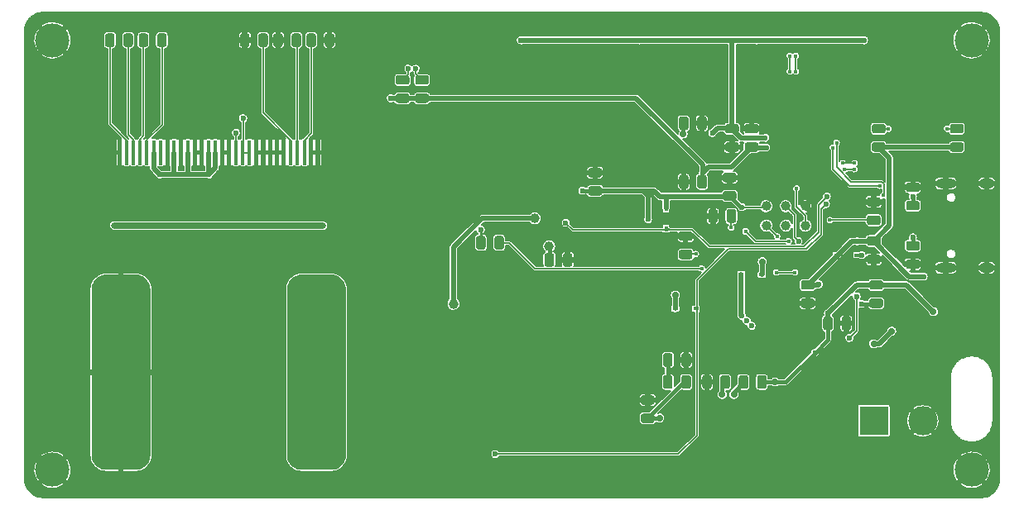
<source format=gbr>
%TF.GenerationSoftware,KiCad,Pcbnew,(5.99.0-3349-gc9824bbd9)*%
%TF.CreationDate,2020-09-17T19:27:59-07:00*%
%TF.ProjectId,Power_Supply,506f7765-725f-4537-9570-706c792e6b69,rev?*%
%TF.SameCoordinates,Original*%
%TF.FileFunction,Copper,L2,Bot*%
%TF.FilePolarity,Positive*%
%FSLAX46Y46*%
G04 Gerber Fmt 4.6, Leading zero omitted, Abs format (unit mm)*
G04 Created by KiCad (PCBNEW (5.99.0-3349-gc9824bbd9)) date 2020-09-17 19:27:59*
%MOMM*%
%LPD*%
G01*
G04 APERTURE LIST*
%TA.AperFunction,ComponentPad*%
%ADD10C,3.500000*%
%TD*%
%TA.AperFunction,ComponentPad*%
%ADD11R,3.000000X3.000000*%
%TD*%
%TA.AperFunction,ComponentPad*%
%ADD12C,3.000000*%
%TD*%
%TA.AperFunction,WasherPad*%
%ADD13O,22.010000X0.600000*%
%TD*%
%TA.AperFunction,SMDPad,CuDef*%
%ADD14R,0.400000X2.500000*%
%TD*%
%TA.AperFunction,ComponentPad*%
%ADD15C,5.000000*%
%TD*%
%TA.AperFunction,ComponentPad*%
%ADD16O,1.600000X1.000000*%
%TD*%
%TA.AperFunction,ComponentPad*%
%ADD17O,2.100000X1.000000*%
%TD*%
%TA.AperFunction,SMDPad,CuDef*%
%ADD18C,1.000000*%
%TD*%
%TA.AperFunction,SMDPad,CuDef*%
%ADD19R,0.600000X0.450000*%
%TD*%
%TA.AperFunction,SMDPad,CuDef*%
%ADD20R,0.450000X0.600000*%
%TD*%
%TA.AperFunction,ViaPad*%
%ADD21C,0.600000*%
%TD*%
%TA.AperFunction,ViaPad*%
%ADD22C,0.700000*%
%TD*%
%TA.AperFunction,ViaPad*%
%ADD23C,1.000000*%
%TD*%
%TA.AperFunction,ViaPad*%
%ADD24C,0.450000*%
%TD*%
%TA.AperFunction,Conductor*%
%ADD25C,0.381000*%
%TD*%
%TA.AperFunction,Conductor*%
%ADD26C,0.508000*%
%TD*%
%TA.AperFunction,Conductor*%
%ADD27C,0.127000*%
%TD*%
%TA.AperFunction,Conductor*%
%ADD28C,0.254000*%
%TD*%
G04 APERTURE END LIST*
D10*
%TO.P,H3,1,1*%
%TO.N,GND*%
X109000000Y-59000000D03*
%TD*%
%TO.P,H2,1,1*%
%TO.N,GND*%
X109000000Y-15000000D03*
%TD*%
D11*
%TO.P,J4,1,Pin_1*%
%TO.N,+VSW*%
X99000000Y-54000000D03*
D12*
%TO.P,J4,2,Pin_2*%
%TO.N,GND*%
X104000000Y-54000000D03*
%TD*%
D13*
%TO.P,U10,*%
%TO.N,*%
X32000000Y-34000000D03*
D14*
%TO.P,U10,1,GND*%
%TO.N,GND*%
X21850000Y-26500000D03*
%TO.P,U10,2,C2P*%
%TO.N,Net-(C33-Pad2)*%
X22550000Y-26500000D03*
%TO.P,U10,3,C2N*%
%TO.N,Net-(C33-Pad1)*%
X23250000Y-26500000D03*
%TO.P,U10,4,C1P*%
%TO.N,Net-(C31-Pad1)*%
X23950000Y-26500000D03*
%TO.P,U10,5,C1N*%
%TO.N,Net-(C31-Pad2)*%
X24650000Y-26500000D03*
%TO.P,U10,6,VDDB*%
%TO.N,+3V3*%
X25350000Y-26500000D03*
%TO.P,U10,7,NC*%
%TO.N,N/C*%
X26050000Y-26500000D03*
%TO.P,U10,8,VSS*%
%TO.N,GND*%
X26750000Y-26500000D03*
%TO.P,U10,9,VDD*%
%TO.N,+3V3*%
X27450000Y-26500000D03*
%TO.P,U10,10,BS0*%
%TO.N,GND*%
X28150000Y-26500000D03*
%TO.P,U10,11,BS1*%
%TO.N,+3V3*%
X28850000Y-26500000D03*
%TO.P,U10,12,BS2*%
%TO.N,GND*%
X29550000Y-26500000D03*
%TO.P,U10,13,~CS*%
X30250000Y-26500000D03*
%TO.P,U10,14,~RES*%
%TO.N,+3V3*%
X30950000Y-26500000D03*
%TO.P,U10,15,D/~C*%
X31650000Y-26500000D03*
%TO.P,U10,16,R/~W*%
%TO.N,GND*%
X32350000Y-26500000D03*
%TO.P,U10,17,E/R~D*%
X33050000Y-26500000D03*
%TO.P,U10,18,D0*%
%TO.N,Net-(R5-Pad2)*%
X33750000Y-26500000D03*
%TO.P,U10,19,D1*%
%TO.N,Net-(R14-Pad2)*%
X34450000Y-26500000D03*
%TO.P,U10,20,D2*%
X35150000Y-26500000D03*
%TO.P,U10,21,D3*%
%TO.N,GND*%
X35850000Y-26500000D03*
%TO.P,U10,22,D4*%
X36550000Y-26500000D03*
%TO.P,U10,23,D5*%
X37250000Y-26500000D03*
%TO.P,U10,24,D6*%
X37950000Y-26500000D03*
%TO.P,U10,25,D7*%
X38650000Y-26500000D03*
%TO.P,U10,26,IREF*%
%TO.N,Net-(R15-Pad2)*%
X39350000Y-26500000D03*
%TO.P,U10,27,VCOMH*%
%TO.N,Net-(C32-Pad2)*%
X40050000Y-26500000D03*
%TO.P,U10,28,VCC*%
%TO.N,Net-(C34-Pad2)*%
X40750000Y-26500000D03*
%TO.P,U10,29,VLSS*%
%TO.N,GND*%
X41450000Y-26500000D03*
%TO.P,U10,30,GND*%
X42150000Y-26500000D03*
%TD*%
D15*
%TO.P,J3,1,Pin_1*%
%TO.N,GND*%
X22000000Y-42000000D03*
%TA.AperFunction,SMDPad,CuDef*%
G36*
X23742221Y-39009554D02*
G01*
X23978169Y-39067710D01*
X24201732Y-39162961D01*
X24407121Y-39292841D01*
X24589016Y-39453986D01*
X24742706Y-39642222D01*
X24864210Y-39852674D01*
X24950382Y-40079892D01*
X24998990Y-40317990D01*
X25005000Y-40417343D01*
X25005000Y-57561936D01*
X24990446Y-57742221D01*
X24932290Y-57978169D01*
X24837039Y-58201732D01*
X24707159Y-58407121D01*
X24546014Y-58589016D01*
X24357778Y-58742706D01*
X24147326Y-58864210D01*
X23920108Y-58950382D01*
X23682010Y-58998990D01*
X23582657Y-59005000D01*
X20438064Y-59005000D01*
X20257779Y-58990446D01*
X20021831Y-58932290D01*
X19798268Y-58837039D01*
X19592879Y-58707159D01*
X19410984Y-58546014D01*
X19257294Y-58357778D01*
X19135790Y-58147326D01*
X19049618Y-57920108D01*
X19001010Y-57682010D01*
X18995000Y-57582657D01*
X18995000Y-40438064D01*
X19009554Y-40257779D01*
X19067710Y-40021831D01*
X19162961Y-39798268D01*
X19292841Y-39592879D01*
X19453986Y-39410984D01*
X19642222Y-39257294D01*
X19852674Y-39135790D01*
X20079892Y-39049618D01*
X20317990Y-39001010D01*
X20417343Y-38995000D01*
X23561936Y-38995000D01*
X23742221Y-39009554D01*
G37*
%TD.AperFunction*%
%TD*%
D10*
%TO.P,H4,1,1*%
%TO.N,GND*%
X15000000Y-59000000D03*
%TD*%
D16*
%TO.P,J5,S1,SHIELD*%
%TO.N,GND*%
X110550000Y-38320000D03*
D17*
X106370000Y-38320000D03*
X106370000Y-29680000D03*
D16*
X110550000Y-29680000D03*
%TD*%
%TA.AperFunction,SMDPad,CuDef*%
%TO.P,J2,1,Pin_1*%
%TO.N,VDC*%
G36*
X43742221Y-39009554D02*
G01*
X43978169Y-39067710D01*
X44201732Y-39162961D01*
X44407121Y-39292841D01*
X44589016Y-39453986D01*
X44742706Y-39642222D01*
X44864210Y-39852674D01*
X44950382Y-40079892D01*
X44998990Y-40317990D01*
X45005000Y-40417343D01*
X45005000Y-57561936D01*
X44990446Y-57742221D01*
X44932290Y-57978169D01*
X44837039Y-58201732D01*
X44707159Y-58407121D01*
X44546014Y-58589016D01*
X44357778Y-58742706D01*
X44147326Y-58864210D01*
X43920108Y-58950382D01*
X43682010Y-58998990D01*
X43582657Y-59005000D01*
X40438064Y-59005000D01*
X40257779Y-58990446D01*
X40021831Y-58932290D01*
X39798268Y-58837039D01*
X39592879Y-58707159D01*
X39410984Y-58546014D01*
X39257294Y-58357778D01*
X39135790Y-58147326D01*
X39049618Y-57920108D01*
X39001010Y-57682010D01*
X38995000Y-57582657D01*
X38995000Y-40438064D01*
X39009554Y-40257779D01*
X39067710Y-40021831D01*
X39162961Y-39798268D01*
X39292841Y-39592879D01*
X39453986Y-39410984D01*
X39642222Y-39257294D01*
X39852674Y-39135790D01*
X40079892Y-39049618D01*
X40317990Y-39001010D01*
X40417343Y-38995000D01*
X43561936Y-38995000D01*
X43742221Y-39009554D01*
G37*
%TD.AperFunction*%
D15*
X42000000Y-42000000D03*
%TD*%
D10*
%TO.P,H1,1,1*%
%TO.N,GND*%
X15000000Y-15000000D03*
%TD*%
D18*
%TO.P,TP3,1,1*%
%TO.N,/RST*%
X92000000Y-34000000D03*
%TD*%
%TO.P,C32,1*%
%TO.N,GND*%
%TA.AperFunction,SMDPad,CuDef*%
G36*
G01*
X37575000Y-15456250D02*
X37575000Y-14543750D01*
G75*
G02*
X37818750Y-14300000I243750J0D01*
G01*
X38306250Y-14300000D01*
G75*
G02*
X38550000Y-14543750I0J-243750D01*
G01*
X38550000Y-15456250D01*
G75*
G02*
X38306250Y-15700000I-243750J0D01*
G01*
X37818750Y-15700000D01*
G75*
G02*
X37575000Y-15456250I0J243750D01*
G01*
G37*
%TD.AperFunction*%
%TO.P,C32,2*%
%TO.N,Net-(C32-Pad2)*%
%TA.AperFunction,SMDPad,CuDef*%
G36*
G01*
X39450000Y-15456250D02*
X39450000Y-14543750D01*
G75*
G02*
X39693750Y-14300000I243750J0D01*
G01*
X40181250Y-14300000D01*
G75*
G02*
X40425000Y-14543750I0J-243750D01*
G01*
X40425000Y-15456250D01*
G75*
G02*
X40181250Y-15700000I-243750J0D01*
G01*
X39693750Y-15700000D01*
G75*
G02*
X39450000Y-15456250I0J243750D01*
G01*
G37*
%TD.AperFunction*%
%TD*%
%TO.P,TP6,1,1*%
%TO.N,GND*%
X92000000Y-32000000D03*
%TD*%
D19*
%TO.P,D6,1,K*%
%TO.N,+5V*%
X78700000Y-42500000D03*
%TO.P,D6,2,A*%
%TO.N,/I_SENSE*%
X80800000Y-42500000D03*
%TD*%
%TO.P,R14,1*%
%TO.N,+3V3*%
%TA.AperFunction,SMDPad,CuDef*%
G36*
G01*
X53256250Y-21425000D02*
X52343750Y-21425000D01*
G75*
G02*
X52100000Y-21181250I0J243750D01*
G01*
X52100000Y-20693750D01*
G75*
G02*
X52343750Y-20450000I243750J0D01*
G01*
X53256250Y-20450000D01*
G75*
G02*
X53500000Y-20693750I0J-243750D01*
G01*
X53500000Y-21181250D01*
G75*
G02*
X53256250Y-21425000I-243750J0D01*
G01*
G37*
%TD.AperFunction*%
%TO.P,R14,2*%
%TO.N,Net-(R14-Pad2)*%
%TA.AperFunction,SMDPad,CuDef*%
G36*
G01*
X53256250Y-19550000D02*
X52343750Y-19550000D01*
G75*
G02*
X52100000Y-19306250I0J243750D01*
G01*
X52100000Y-18818750D01*
G75*
G02*
X52343750Y-18575000I243750J0D01*
G01*
X53256250Y-18575000D01*
G75*
G02*
X53500000Y-18818750I0J-243750D01*
G01*
X53500000Y-19306250D01*
G75*
G02*
X53256250Y-19550000I-243750J0D01*
G01*
G37*
%TD.AperFunction*%
%TD*%
D18*
%TO.P,TP1,1,1*%
%TO.N,/MISO*%
X88000000Y-34000000D03*
%TD*%
%TO.P,C3,1*%
%TO.N,GND*%
%TA.AperFunction,SMDPad,CuDef*%
G36*
G01*
X96675000Y-43543750D02*
X96675000Y-44456250D01*
G75*
G02*
X96431250Y-44700000I-243750J0D01*
G01*
X95943750Y-44700000D01*
G75*
G02*
X95700000Y-44456250I0J243750D01*
G01*
X95700000Y-43543750D01*
G75*
G02*
X95943750Y-43300000I243750J0D01*
G01*
X96431250Y-43300000D01*
G75*
G02*
X96675000Y-43543750I0J-243750D01*
G01*
G37*
%TD.AperFunction*%
%TO.P,C3,2*%
%TO.N,+VSW*%
%TA.AperFunction,SMDPad,CuDef*%
G36*
G01*
X94800000Y-43543750D02*
X94800000Y-44456250D01*
G75*
G02*
X94556250Y-44700000I-243750J0D01*
G01*
X94068750Y-44700000D01*
G75*
G02*
X93825000Y-44456250I0J243750D01*
G01*
X93825000Y-43543750D01*
G75*
G02*
X94068750Y-43300000I243750J0D01*
G01*
X94556250Y-43300000D01*
G75*
G02*
X94800000Y-43543750I0J-243750D01*
G01*
G37*
%TD.AperFunction*%
%TD*%
%TO.P,C8,1*%
%TO.N,GND*%
%TA.AperFunction,SMDPad,CuDef*%
G36*
G01*
X81445000Y-50456250D02*
X81445000Y-49543750D01*
G75*
G02*
X81688750Y-49300000I243750J0D01*
G01*
X82176250Y-49300000D01*
G75*
G02*
X82420000Y-49543750I0J-243750D01*
G01*
X82420000Y-50456250D01*
G75*
G02*
X82176250Y-50700000I-243750J0D01*
G01*
X81688750Y-50700000D01*
G75*
G02*
X81445000Y-50456250I0J243750D01*
G01*
G37*
%TD.AperFunction*%
%TO.P,C8,2*%
%TO.N,Net-(C8-Pad2)*%
%TA.AperFunction,SMDPad,CuDef*%
G36*
G01*
X83320000Y-50456250D02*
X83320000Y-49543750D01*
G75*
G02*
X83563750Y-49300000I243750J0D01*
G01*
X84051250Y-49300000D01*
G75*
G02*
X84295000Y-49543750I0J-243750D01*
G01*
X84295000Y-50456250D01*
G75*
G02*
X84051250Y-50700000I-243750J0D01*
G01*
X83563750Y-50700000D01*
G75*
G02*
X83320000Y-50456250I0J243750D01*
G01*
G37*
%TD.AperFunction*%
%TD*%
%TO.P,C2,1*%
%TO.N,GND*%
%TA.AperFunction,SMDPad,CuDef*%
G36*
G01*
X98543750Y-31075000D02*
X99456250Y-31075000D01*
G75*
G02*
X99700000Y-31318750I0J-243750D01*
G01*
X99700000Y-31806250D01*
G75*
G02*
X99456250Y-32050000I-243750J0D01*
G01*
X98543750Y-32050000D01*
G75*
G02*
X98300000Y-31806250I0J243750D01*
G01*
X98300000Y-31318750D01*
G75*
G02*
X98543750Y-31075000I243750J0D01*
G01*
G37*
%TD.AperFunction*%
%TO.P,C2,2*%
%TO.N,Net-(C2-Pad2)*%
%TA.AperFunction,SMDPad,CuDef*%
G36*
G01*
X98543750Y-32950000D02*
X99456250Y-32950000D01*
G75*
G02*
X99700000Y-33193750I0J-243750D01*
G01*
X99700000Y-33681250D01*
G75*
G02*
X99456250Y-33925000I-243750J0D01*
G01*
X98543750Y-33925000D01*
G75*
G02*
X98300000Y-33681250I0J243750D01*
G01*
X98300000Y-33193750D01*
G75*
G02*
X98543750Y-32950000I243750J0D01*
G01*
G37*
%TD.AperFunction*%
%TD*%
%TO.P,TP2,1,1*%
%TO.N,/SCK*%
X90000000Y-34000000D03*
%TD*%
%TO.P,R11,1*%
%TO.N,GND*%
%TA.AperFunction,SMDPad,CuDef*%
G36*
G01*
X102543750Y-29575000D02*
X103456250Y-29575000D01*
G75*
G02*
X103700000Y-29818750I0J-243750D01*
G01*
X103700000Y-30306250D01*
G75*
G02*
X103456250Y-30550000I-243750J0D01*
G01*
X102543750Y-30550000D01*
G75*
G02*
X102300000Y-30306250I0J243750D01*
G01*
X102300000Y-29818750D01*
G75*
G02*
X102543750Y-29575000I243750J0D01*
G01*
G37*
%TD.AperFunction*%
%TO.P,R11,2*%
%TO.N,Net-(J5-PadB5)*%
%TA.AperFunction,SMDPad,CuDef*%
G36*
G01*
X102543750Y-31450000D02*
X103456250Y-31450000D01*
G75*
G02*
X103700000Y-31693750I0J-243750D01*
G01*
X103700000Y-32181250D01*
G75*
G02*
X103456250Y-32425000I-243750J0D01*
G01*
X102543750Y-32425000D01*
G75*
G02*
X102300000Y-32181250I0J243750D01*
G01*
X102300000Y-31693750D01*
G75*
G02*
X102543750Y-31450000I243750J0D01*
G01*
G37*
%TD.AperFunction*%
%TD*%
D19*
%TO.P,D8,1,K*%
%TO.N,+5V*%
X95200000Y-37000000D03*
%TO.P,D8,2,A*%
%TO.N,Net-(D8-Pad2)*%
X97300000Y-37000000D03*
%TD*%
%TO.P,R4,1*%
%TO.N,GND*%
%TA.AperFunction,SMDPad,CuDef*%
G36*
G01*
X103456250Y-38425000D02*
X102543750Y-38425000D01*
G75*
G02*
X102300000Y-38181250I0J243750D01*
G01*
X102300000Y-37693750D01*
G75*
G02*
X102543750Y-37450000I243750J0D01*
G01*
X103456250Y-37450000D01*
G75*
G02*
X103700000Y-37693750I0J-243750D01*
G01*
X103700000Y-38181250D01*
G75*
G02*
X103456250Y-38425000I-243750J0D01*
G01*
G37*
%TD.AperFunction*%
%TO.P,R4,2*%
%TO.N,Net-(J5-PadA5)*%
%TA.AperFunction,SMDPad,CuDef*%
G36*
G01*
X103456250Y-36550000D02*
X102543750Y-36550000D01*
G75*
G02*
X102300000Y-36306250I0J243750D01*
G01*
X102300000Y-35818750D01*
G75*
G02*
X102543750Y-35575000I243750J0D01*
G01*
X103456250Y-35575000D01*
G75*
G02*
X103700000Y-35818750I0J-243750D01*
G01*
X103700000Y-36306250D01*
G75*
G02*
X103456250Y-36550000I-243750J0D01*
G01*
G37*
%TD.AperFunction*%
%TD*%
%TO.P,C34,1*%
%TO.N,GND*%
%TA.AperFunction,SMDPad,CuDef*%
G36*
G01*
X43825000Y-14543750D02*
X43825000Y-15456250D01*
G75*
G02*
X43581250Y-15700000I-243750J0D01*
G01*
X43093750Y-15700000D01*
G75*
G02*
X42850000Y-15456250I0J243750D01*
G01*
X42850000Y-14543750D01*
G75*
G02*
X43093750Y-14300000I243750J0D01*
G01*
X43581250Y-14300000D01*
G75*
G02*
X43825000Y-14543750I0J-243750D01*
G01*
G37*
%TD.AperFunction*%
%TO.P,C34,2*%
%TO.N,Net-(C34-Pad2)*%
%TA.AperFunction,SMDPad,CuDef*%
G36*
G01*
X41950000Y-14543750D02*
X41950000Y-15456250D01*
G75*
G02*
X41706250Y-15700000I-243750J0D01*
G01*
X41218750Y-15700000D01*
G75*
G02*
X40975000Y-15456250I0J243750D01*
G01*
X40975000Y-14543750D01*
G75*
G02*
X41218750Y-14300000I243750J0D01*
G01*
X41706250Y-14300000D01*
G75*
G02*
X41950000Y-14543750I0J-243750D01*
G01*
G37*
%TD.AperFunction*%
%TD*%
%TO.P,R25,1*%
%TO.N,Net-(Q3-Pad1)*%
%TA.AperFunction,SMDPad,CuDef*%
G36*
G01*
X58325000Y-36206250D02*
X58325000Y-35293750D01*
G75*
G02*
X58568750Y-35050000I243750J0D01*
G01*
X59056250Y-35050000D01*
G75*
G02*
X59300000Y-35293750I0J-243750D01*
G01*
X59300000Y-36206250D01*
G75*
G02*
X59056250Y-36450000I-243750J0D01*
G01*
X58568750Y-36450000D01*
G75*
G02*
X58325000Y-36206250I0J243750D01*
G01*
G37*
%TD.AperFunction*%
%TO.P,R25,2*%
%TO.N,/POT_VIHH*%
%TA.AperFunction,SMDPad,CuDef*%
G36*
G01*
X60200000Y-36206250D02*
X60200000Y-35293750D01*
G75*
G02*
X60443750Y-35050000I243750J0D01*
G01*
X60931250Y-35050000D01*
G75*
G02*
X61175000Y-35293750I0J-243750D01*
G01*
X61175000Y-36206250D01*
G75*
G02*
X60931250Y-36450000I-243750J0D01*
G01*
X60443750Y-36450000D01*
G75*
G02*
X60200000Y-36206250I0J243750D01*
G01*
G37*
%TD.AperFunction*%
%TD*%
%TO.P,D5,1,K*%
%TO.N,/REG_EN*%
X85450000Y-39000000D03*
%TO.P,D5,2,A*%
%TO.N,Net-(D5-Pad2)*%
X87550000Y-39000000D03*
%TD*%
%TO.P,C15,1*%
%TO.N,GND*%
%TA.AperFunction,SMDPad,CuDef*%
G36*
G01*
X79293750Y-34575000D02*
X80206250Y-34575000D01*
G75*
G02*
X80450000Y-34818750I0J-243750D01*
G01*
X80450000Y-35306250D01*
G75*
G02*
X80206250Y-35550000I-243750J0D01*
G01*
X79293750Y-35550000D01*
G75*
G02*
X79050000Y-35306250I0J243750D01*
G01*
X79050000Y-34818750D01*
G75*
G02*
X79293750Y-34575000I243750J0D01*
G01*
G37*
%TD.AperFunction*%
%TO.P,C15,2*%
%TO.N,Net-(C15-Pad2)*%
%TA.AperFunction,SMDPad,CuDef*%
G36*
G01*
X79293750Y-36450000D02*
X80206250Y-36450000D01*
G75*
G02*
X80450000Y-36693750I0J-243750D01*
G01*
X80450000Y-37181250D01*
G75*
G02*
X80206250Y-37425000I-243750J0D01*
G01*
X79293750Y-37425000D01*
G75*
G02*
X79050000Y-37181250I0J243750D01*
G01*
X79050000Y-36693750D01*
G75*
G02*
X79293750Y-36450000I243750J0D01*
G01*
G37*
%TD.AperFunction*%
%TD*%
%TO.P,C31,1*%
%TO.N,Net-(C31-Pad1)*%
%TA.AperFunction,SMDPad,CuDef*%
G36*
G01*
X23825000Y-15456250D02*
X23825000Y-14543750D01*
G75*
G02*
X24068750Y-14300000I243750J0D01*
G01*
X24556250Y-14300000D01*
G75*
G02*
X24800000Y-14543750I0J-243750D01*
G01*
X24800000Y-15456250D01*
G75*
G02*
X24556250Y-15700000I-243750J0D01*
G01*
X24068750Y-15700000D01*
G75*
G02*
X23825000Y-15456250I0J243750D01*
G01*
G37*
%TD.AperFunction*%
%TO.P,C31,2*%
%TO.N,Net-(C31-Pad2)*%
%TA.AperFunction,SMDPad,CuDef*%
G36*
G01*
X25700000Y-15456250D02*
X25700000Y-14543750D01*
G75*
G02*
X25943750Y-14300000I243750J0D01*
G01*
X26431250Y-14300000D01*
G75*
G02*
X26675000Y-14543750I0J-243750D01*
G01*
X26675000Y-15456250D01*
G75*
G02*
X26431250Y-15700000I-243750J0D01*
G01*
X25943750Y-15700000D01*
G75*
G02*
X25700000Y-15456250I0J243750D01*
G01*
G37*
%TD.AperFunction*%
%TD*%
%TO.P,C10,1*%
%TO.N,GND*%
%TA.AperFunction,SMDPad,CuDef*%
G36*
G01*
X99456250Y-37925000D02*
X98543750Y-37925000D01*
G75*
G02*
X98300000Y-37681250I0J243750D01*
G01*
X98300000Y-37193750D01*
G75*
G02*
X98543750Y-36950000I243750J0D01*
G01*
X99456250Y-36950000D01*
G75*
G02*
X99700000Y-37193750I0J-243750D01*
G01*
X99700000Y-37681250D01*
G75*
G02*
X99456250Y-37925000I-243750J0D01*
G01*
G37*
%TD.AperFunction*%
%TO.P,C10,2*%
%TO.N,+5V*%
%TA.AperFunction,SMDPad,CuDef*%
G36*
G01*
X99456250Y-36050000D02*
X98543750Y-36050000D01*
G75*
G02*
X98300000Y-35806250I0J243750D01*
G01*
X98300000Y-35318750D01*
G75*
G02*
X98543750Y-35075000I243750J0D01*
G01*
X99456250Y-35075000D01*
G75*
G02*
X99700000Y-35318750I0J-243750D01*
G01*
X99700000Y-35806250D01*
G75*
G02*
X99456250Y-36050000I-243750J0D01*
G01*
G37*
%TD.AperFunction*%
%TD*%
%TO.P,R5,1*%
%TO.N,+3V3*%
%TA.AperFunction,SMDPad,CuDef*%
G36*
G01*
X51256250Y-21425000D02*
X50343750Y-21425000D01*
G75*
G02*
X50100000Y-21181250I0J243750D01*
G01*
X50100000Y-20693750D01*
G75*
G02*
X50343750Y-20450000I243750J0D01*
G01*
X51256250Y-20450000D01*
G75*
G02*
X51500000Y-20693750I0J-243750D01*
G01*
X51500000Y-21181250D01*
G75*
G02*
X51256250Y-21425000I-243750J0D01*
G01*
G37*
%TD.AperFunction*%
%TO.P,R5,2*%
%TO.N,Net-(R5-Pad2)*%
%TA.AperFunction,SMDPad,CuDef*%
G36*
G01*
X51256250Y-19550000D02*
X50343750Y-19550000D01*
G75*
G02*
X50100000Y-19306250I0J243750D01*
G01*
X50100000Y-18818750D01*
G75*
G02*
X50343750Y-18575000I243750J0D01*
G01*
X51256250Y-18575000D01*
G75*
G02*
X51500000Y-18818750I0J-243750D01*
G01*
X51500000Y-19306250D01*
G75*
G02*
X51256250Y-19550000I-243750J0D01*
G01*
G37*
%TD.AperFunction*%
%TD*%
%TO.P,C14,1*%
%TO.N,GND*%
%TA.AperFunction,SMDPad,CuDef*%
G36*
G01*
X75413750Y-51375000D02*
X76326250Y-51375000D01*
G75*
G02*
X76570000Y-51618750I0J-243750D01*
G01*
X76570000Y-52106250D01*
G75*
G02*
X76326250Y-52350000I-243750J0D01*
G01*
X75413750Y-52350000D01*
G75*
G02*
X75170000Y-52106250I0J243750D01*
G01*
X75170000Y-51618750D01*
G75*
G02*
X75413750Y-51375000I243750J0D01*
G01*
G37*
%TD.AperFunction*%
%TO.P,C14,2*%
%TO.N,Net-(C13-Pad2)*%
%TA.AperFunction,SMDPad,CuDef*%
G36*
G01*
X75413750Y-53250000D02*
X76326250Y-53250000D01*
G75*
G02*
X76570000Y-53493750I0J-243750D01*
G01*
X76570000Y-53981250D01*
G75*
G02*
X76326250Y-54225000I-243750J0D01*
G01*
X75413750Y-54225000D01*
G75*
G02*
X75170000Y-53981250I0J243750D01*
G01*
X75170000Y-53493750D01*
G75*
G02*
X75413750Y-53250000I243750J0D01*
G01*
G37*
%TD.AperFunction*%
%TD*%
%TO.P,R2,1*%
%TO.N,Net-(D2-Pad2)*%
%TA.AperFunction,SMDPad,CuDef*%
G36*
G01*
X107043750Y-23575000D02*
X107956250Y-23575000D01*
G75*
G02*
X108200000Y-23818750I0J-243750D01*
G01*
X108200000Y-24306250D01*
G75*
G02*
X107956250Y-24550000I-243750J0D01*
G01*
X107043750Y-24550000D01*
G75*
G02*
X106800000Y-24306250I0J243750D01*
G01*
X106800000Y-23818750D01*
G75*
G02*
X107043750Y-23575000I243750J0D01*
G01*
G37*
%TD.AperFunction*%
%TO.P,R2,2*%
%TO.N,+5V*%
%TA.AperFunction,SMDPad,CuDef*%
G36*
G01*
X107043750Y-25450000D02*
X107956250Y-25450000D01*
G75*
G02*
X108200000Y-25693750I0J-243750D01*
G01*
X108200000Y-26181250D01*
G75*
G02*
X107956250Y-26425000I-243750J0D01*
G01*
X107043750Y-26425000D01*
G75*
G02*
X106800000Y-26181250I0J243750D01*
G01*
X106800000Y-25693750D01*
G75*
G02*
X107043750Y-25450000I243750J0D01*
G01*
G37*
%TD.AperFunction*%
%TD*%
D18*
%TO.P,TP5,1,1*%
%TO.N,/MOSI*%
X90000000Y-32000000D03*
%TD*%
%TO.P,R3,1*%
%TO.N,Net-(Q1-Pad3)*%
%TA.AperFunction,SMDPad,CuDef*%
G36*
G01*
X99706250Y-42425000D02*
X98793750Y-42425000D01*
G75*
G02*
X98550000Y-42181250I0J243750D01*
G01*
X98550000Y-41693750D01*
G75*
G02*
X98793750Y-41450000I243750J0D01*
G01*
X99706250Y-41450000D01*
G75*
G02*
X99950000Y-41693750I0J-243750D01*
G01*
X99950000Y-42181250D01*
G75*
G02*
X99706250Y-42425000I-243750J0D01*
G01*
G37*
%TD.AperFunction*%
%TO.P,R3,2*%
%TO.N,+VSW*%
%TA.AperFunction,SMDPad,CuDef*%
G36*
G01*
X99706250Y-40550000D02*
X98793750Y-40550000D01*
G75*
G02*
X98550000Y-40306250I0J243750D01*
G01*
X98550000Y-39818750D01*
G75*
G02*
X98793750Y-39575000I243750J0D01*
G01*
X99706250Y-39575000D01*
G75*
G02*
X99950000Y-39818750I0J-243750D01*
G01*
X99950000Y-40306250D01*
G75*
G02*
X99706250Y-40550000I-243750J0D01*
G01*
G37*
%TD.AperFunction*%
%TD*%
%TO.P,R12,1*%
%TO.N,Net-(Q2-Pad3)*%
%TA.AperFunction,SMDPad,CuDef*%
G36*
G01*
X85195000Y-50456250D02*
X85195000Y-49543750D01*
G75*
G02*
X85438750Y-49300000I243750J0D01*
G01*
X85926250Y-49300000D01*
G75*
G02*
X86170000Y-49543750I0J-243750D01*
G01*
X86170000Y-50456250D01*
G75*
G02*
X85926250Y-50700000I-243750J0D01*
G01*
X85438750Y-50700000D01*
G75*
G02*
X85195000Y-50456250I0J243750D01*
G01*
G37*
%TD.AperFunction*%
%TO.P,R12,2*%
%TO.N,+VSW*%
%TA.AperFunction,SMDPad,CuDef*%
G36*
G01*
X87070000Y-50456250D02*
X87070000Y-49543750D01*
G75*
G02*
X87313750Y-49300000I243750J0D01*
G01*
X87801250Y-49300000D01*
G75*
G02*
X88045000Y-49543750I0J-243750D01*
G01*
X88045000Y-50456250D01*
G75*
G02*
X87801250Y-50700000I-243750J0D01*
G01*
X87313750Y-50700000D01*
G75*
G02*
X87070000Y-50456250I0J243750D01*
G01*
G37*
%TD.AperFunction*%
%TD*%
%TO.P,C33,1*%
%TO.N,Net-(C33-Pad1)*%
%TA.AperFunction,SMDPad,CuDef*%
G36*
G01*
X23225000Y-14543750D02*
X23225000Y-15456250D01*
G75*
G02*
X22981250Y-15700000I-243750J0D01*
G01*
X22493750Y-15700000D01*
G75*
G02*
X22250000Y-15456250I0J243750D01*
G01*
X22250000Y-14543750D01*
G75*
G02*
X22493750Y-14300000I243750J0D01*
G01*
X22981250Y-14300000D01*
G75*
G02*
X23225000Y-14543750I0J-243750D01*
G01*
G37*
%TD.AperFunction*%
%TO.P,C33,2*%
%TO.N,Net-(C33-Pad2)*%
%TA.AperFunction,SMDPad,CuDef*%
G36*
G01*
X21350000Y-14543750D02*
X21350000Y-15456250D01*
G75*
G02*
X21106250Y-15700000I-243750J0D01*
G01*
X20618750Y-15700000D01*
G75*
G02*
X20375000Y-15456250I0J243750D01*
G01*
X20375000Y-14543750D01*
G75*
G02*
X20618750Y-14300000I243750J0D01*
G01*
X21106250Y-14300000D01*
G75*
G02*
X21350000Y-14543750I0J-243750D01*
G01*
G37*
%TD.AperFunction*%
%TD*%
%TO.P,C22,1*%
%TO.N,GND*%
%TA.AperFunction,SMDPad,CuDef*%
G36*
G01*
X86043750Y-23575000D02*
X86956250Y-23575000D01*
G75*
G02*
X87200000Y-23818750I0J-243750D01*
G01*
X87200000Y-24306250D01*
G75*
G02*
X86956250Y-24550000I-243750J0D01*
G01*
X86043750Y-24550000D01*
G75*
G02*
X85800000Y-24306250I0J243750D01*
G01*
X85800000Y-23818750D01*
G75*
G02*
X86043750Y-23575000I243750J0D01*
G01*
G37*
%TD.AperFunction*%
%TO.P,C22,2*%
%TO.N,+3V3*%
%TA.AperFunction,SMDPad,CuDef*%
G36*
G01*
X86043750Y-25450000D02*
X86956250Y-25450000D01*
G75*
G02*
X87200000Y-25693750I0J-243750D01*
G01*
X87200000Y-26181250D01*
G75*
G02*
X86956250Y-26425000I-243750J0D01*
G01*
X86043750Y-26425000D01*
G75*
G02*
X85800000Y-26181250I0J243750D01*
G01*
X85800000Y-25693750D01*
G75*
G02*
X86043750Y-25450000I243750J0D01*
G01*
G37*
%TD.AperFunction*%
%TD*%
%TO.P,C13,1*%
%TO.N,Net-(C13-Pad1)*%
%TA.AperFunction,SMDPad,CuDef*%
G36*
G01*
X77445000Y-50456250D02*
X77445000Y-49543750D01*
G75*
G02*
X77688750Y-49300000I243750J0D01*
G01*
X78176250Y-49300000D01*
G75*
G02*
X78420000Y-49543750I0J-243750D01*
G01*
X78420000Y-50456250D01*
G75*
G02*
X78176250Y-50700000I-243750J0D01*
G01*
X77688750Y-50700000D01*
G75*
G02*
X77445000Y-50456250I0J243750D01*
G01*
G37*
%TD.AperFunction*%
%TO.P,C13,2*%
%TO.N,Net-(C13-Pad2)*%
%TA.AperFunction,SMDPad,CuDef*%
G36*
G01*
X79320000Y-50456250D02*
X79320000Y-49543750D01*
G75*
G02*
X79563750Y-49300000I243750J0D01*
G01*
X80051250Y-49300000D01*
G75*
G02*
X80295000Y-49543750I0J-243750D01*
G01*
X80295000Y-50456250D01*
G75*
G02*
X80051250Y-50700000I-243750J0D01*
G01*
X79563750Y-50700000D01*
G75*
G02*
X79320000Y-50456250I0J243750D01*
G01*
G37*
%TD.AperFunction*%
%TD*%
%TO.P,R1,1*%
%TO.N,Net-(D1-Pad2)*%
%TA.AperFunction,SMDPad,CuDef*%
G36*
G01*
X99043750Y-23575000D02*
X99956250Y-23575000D01*
G75*
G02*
X100200000Y-23818750I0J-243750D01*
G01*
X100200000Y-24306250D01*
G75*
G02*
X99956250Y-24550000I-243750J0D01*
G01*
X99043750Y-24550000D01*
G75*
G02*
X98800000Y-24306250I0J243750D01*
G01*
X98800000Y-23818750D01*
G75*
G02*
X99043750Y-23575000I243750J0D01*
G01*
G37*
%TD.AperFunction*%
%TO.P,R1,2*%
%TO.N,+5V*%
%TA.AperFunction,SMDPad,CuDef*%
G36*
G01*
X99043750Y-25450000D02*
X99956250Y-25450000D01*
G75*
G02*
X100200000Y-25693750I0J-243750D01*
G01*
X100200000Y-26181250D01*
G75*
G02*
X99956250Y-26425000I-243750J0D01*
G01*
X99043750Y-26425000D01*
G75*
G02*
X98800000Y-26181250I0J243750D01*
G01*
X98800000Y-25693750D01*
G75*
G02*
X99043750Y-25450000I243750J0D01*
G01*
G37*
%TD.AperFunction*%
%TD*%
%TO.P,C21,1*%
%TO.N,+5V*%
%TA.AperFunction,SMDPad,CuDef*%
G36*
G01*
X70956250Y-30925000D02*
X70043750Y-30925000D01*
G75*
G02*
X69800000Y-30681250I0J243750D01*
G01*
X69800000Y-30193750D01*
G75*
G02*
X70043750Y-29950000I243750J0D01*
G01*
X70956250Y-29950000D01*
G75*
G02*
X71200000Y-30193750I0J-243750D01*
G01*
X71200000Y-30681250D01*
G75*
G02*
X70956250Y-30925000I-243750J0D01*
G01*
G37*
%TD.AperFunction*%
%TO.P,C21,2*%
%TO.N,GND*%
%TA.AperFunction,SMDPad,CuDef*%
G36*
G01*
X70956250Y-29050000D02*
X70043750Y-29050000D01*
G75*
G02*
X69800000Y-28806250I0J243750D01*
G01*
X69800000Y-28318750D01*
G75*
G02*
X70043750Y-28075000I243750J0D01*
G01*
X70956250Y-28075000D01*
G75*
G02*
X71200000Y-28318750I0J-243750D01*
G01*
X71200000Y-28806250D01*
G75*
G02*
X70956250Y-29050000I-243750J0D01*
G01*
G37*
%TD.AperFunction*%
%TD*%
%TO.P,C19,1*%
%TO.N,GND*%
%TA.AperFunction,SMDPad,CuDef*%
G36*
G01*
X68175000Y-37043750D02*
X68175000Y-37956250D01*
G75*
G02*
X67931250Y-38200000I-243750J0D01*
G01*
X67443750Y-38200000D01*
G75*
G02*
X67200000Y-37956250I0J243750D01*
G01*
X67200000Y-37043750D01*
G75*
G02*
X67443750Y-36800000I243750J0D01*
G01*
X67931250Y-36800000D01*
G75*
G02*
X68175000Y-37043750I0J-243750D01*
G01*
G37*
%TD.AperFunction*%
%TO.P,C19,2*%
%TO.N,+VSW*%
%TA.AperFunction,SMDPad,CuDef*%
G36*
G01*
X66300000Y-37043750D02*
X66300000Y-37956250D01*
G75*
G02*
X66056250Y-38200000I-243750J0D01*
G01*
X65568750Y-38200000D01*
G75*
G02*
X65325000Y-37956250I0J243750D01*
G01*
X65325000Y-37043750D01*
G75*
G02*
X65568750Y-36800000I243750J0D01*
G01*
X66056250Y-36800000D01*
G75*
G02*
X66300000Y-37043750I0J-243750D01*
G01*
G37*
%TD.AperFunction*%
%TD*%
%TO.P,C24,1*%
%TO.N,GND*%
%TA.AperFunction,SMDPad,CuDef*%
G36*
G01*
X81925000Y-23043750D02*
X81925000Y-23956250D01*
G75*
G02*
X81681250Y-24200000I-243750J0D01*
G01*
X81193750Y-24200000D01*
G75*
G02*
X80950000Y-23956250I0J243750D01*
G01*
X80950000Y-23043750D01*
G75*
G02*
X81193750Y-22800000I243750J0D01*
G01*
X81681250Y-22800000D01*
G75*
G02*
X81925000Y-23043750I0J-243750D01*
G01*
G37*
%TD.AperFunction*%
%TO.P,C24,2*%
%TO.N,+5V*%
%TA.AperFunction,SMDPad,CuDef*%
G36*
G01*
X80050000Y-23043750D02*
X80050000Y-23956250D01*
G75*
G02*
X79806250Y-24200000I-243750J0D01*
G01*
X79318750Y-24200000D01*
G75*
G02*
X79075000Y-23956250I0J243750D01*
G01*
X79075000Y-23043750D01*
G75*
G02*
X79318750Y-22800000I243750J0D01*
G01*
X79806250Y-22800000D01*
G75*
G02*
X80050000Y-23043750I0J-243750D01*
G01*
G37*
%TD.AperFunction*%
%TD*%
D20*
%TO.P,D7,1,K*%
%TO.N,+5V*%
X77750000Y-32200000D03*
%TO.P,D7,2,A*%
%TO.N,/V_SENSE*%
X77750000Y-34300000D03*
%TD*%
%TO.P,R15,1*%
%TO.N,GND*%
%TA.AperFunction,SMDPad,CuDef*%
G36*
G01*
X34175000Y-15456250D02*
X34175000Y-14543750D01*
G75*
G02*
X34418750Y-14300000I243750J0D01*
G01*
X34906250Y-14300000D01*
G75*
G02*
X35150000Y-14543750I0J-243750D01*
G01*
X35150000Y-15456250D01*
G75*
G02*
X34906250Y-15700000I-243750J0D01*
G01*
X34418750Y-15700000D01*
G75*
G02*
X34175000Y-15456250I0J243750D01*
G01*
G37*
%TD.AperFunction*%
%TO.P,R15,2*%
%TO.N,Net-(R15-Pad2)*%
%TA.AperFunction,SMDPad,CuDef*%
G36*
G01*
X36050000Y-15456250D02*
X36050000Y-14543750D01*
G75*
G02*
X36293750Y-14300000I243750J0D01*
G01*
X36781250Y-14300000D01*
G75*
G02*
X37025000Y-14543750I0J-243750D01*
G01*
X37025000Y-15456250D01*
G75*
G02*
X36781250Y-15700000I-243750J0D01*
G01*
X36293750Y-15700000D01*
G75*
G02*
X36050000Y-15456250I0J243750D01*
G01*
G37*
%TD.AperFunction*%
%TD*%
%TO.P,R7,1*%
%TO.N,GND*%
%TA.AperFunction,SMDPad,CuDef*%
G36*
G01*
X80295000Y-47293750D02*
X80295000Y-48206250D01*
G75*
G02*
X80051250Y-48450000I-243750J0D01*
G01*
X79563750Y-48450000D01*
G75*
G02*
X79320000Y-48206250I0J243750D01*
G01*
X79320000Y-47293750D01*
G75*
G02*
X79563750Y-47050000I243750J0D01*
G01*
X80051250Y-47050000D01*
G75*
G02*
X80295000Y-47293750I0J-243750D01*
G01*
G37*
%TD.AperFunction*%
%TO.P,R7,2*%
%TO.N,Net-(C13-Pad1)*%
%TA.AperFunction,SMDPad,CuDef*%
G36*
G01*
X78420000Y-47293750D02*
X78420000Y-48206250D01*
G75*
G02*
X78176250Y-48450000I-243750J0D01*
G01*
X77688750Y-48450000D01*
G75*
G02*
X77445000Y-48206250I0J243750D01*
G01*
X77445000Y-47293750D01*
G75*
G02*
X77688750Y-47050000I243750J0D01*
G01*
X78176250Y-47050000D01*
G75*
G02*
X78420000Y-47293750I0J-243750D01*
G01*
G37*
%TD.AperFunction*%
%TD*%
D18*
%TO.P,TP4,1,1*%
%TO.N,+5V*%
X88000000Y-32000000D03*
%TD*%
%TO.P,C26,1*%
%TO.N,GND*%
%TA.AperFunction,SMDPad,CuDef*%
G36*
G01*
X79075000Y-29956250D02*
X79075000Y-29043750D01*
G75*
G02*
X79318750Y-28800000I243750J0D01*
G01*
X79806250Y-28800000D01*
G75*
G02*
X80050000Y-29043750I0J-243750D01*
G01*
X80050000Y-29956250D01*
G75*
G02*
X79806250Y-30200000I-243750J0D01*
G01*
X79318750Y-30200000D01*
G75*
G02*
X79075000Y-29956250I0J243750D01*
G01*
G37*
%TD.AperFunction*%
%TO.P,C26,2*%
%TO.N,+3V3*%
%TA.AperFunction,SMDPad,CuDef*%
G36*
G01*
X80950000Y-29956250D02*
X80950000Y-29043750D01*
G75*
G02*
X81193750Y-28800000I243750J0D01*
G01*
X81681250Y-28800000D01*
G75*
G02*
X81925000Y-29043750I0J-243750D01*
G01*
X81925000Y-29956250D01*
G75*
G02*
X81681250Y-30200000I-243750J0D01*
G01*
X81193750Y-30200000D01*
G75*
G02*
X80950000Y-29956250I0J243750D01*
G01*
G37*
%TD.AperFunction*%
%TD*%
%TO.P,C17,1*%
%TO.N,GND*%
%TA.AperFunction,SMDPad,CuDef*%
G36*
G01*
X82075000Y-33456250D02*
X82075000Y-32543750D01*
G75*
G02*
X82318750Y-32300000I243750J0D01*
G01*
X82806250Y-32300000D01*
G75*
G02*
X83050000Y-32543750I0J-243750D01*
G01*
X83050000Y-33456250D01*
G75*
G02*
X82806250Y-33700000I-243750J0D01*
G01*
X82318750Y-33700000D01*
G75*
G02*
X82075000Y-33456250I0J243750D01*
G01*
G37*
%TD.AperFunction*%
%TO.P,C17,2*%
%TO.N,Net-(C17-Pad2)*%
%TA.AperFunction,SMDPad,CuDef*%
G36*
G01*
X83950000Y-33456250D02*
X83950000Y-32543750D01*
G75*
G02*
X84193750Y-32300000I243750J0D01*
G01*
X84681250Y-32300000D01*
G75*
G02*
X84925000Y-32543750I0J-243750D01*
G01*
X84925000Y-33456250D01*
G75*
G02*
X84681250Y-33700000I-243750J0D01*
G01*
X84193750Y-33700000D01*
G75*
G02*
X83950000Y-33456250I0J243750D01*
G01*
G37*
%TD.AperFunction*%
%TD*%
%TO.P,C11,1*%
%TO.N,GND*%
%TA.AperFunction,SMDPad,CuDef*%
G36*
G01*
X92706250Y-42425000D02*
X91793750Y-42425000D01*
G75*
G02*
X91550000Y-42181250I0J243750D01*
G01*
X91550000Y-41693750D01*
G75*
G02*
X91793750Y-41450000I243750J0D01*
G01*
X92706250Y-41450000D01*
G75*
G02*
X92950000Y-41693750I0J-243750D01*
G01*
X92950000Y-42181250D01*
G75*
G02*
X92706250Y-42425000I-243750J0D01*
G01*
G37*
%TD.AperFunction*%
%TO.P,C11,2*%
%TO.N,+5V*%
%TA.AperFunction,SMDPad,CuDef*%
G36*
G01*
X92706250Y-40550000D02*
X91793750Y-40550000D01*
G75*
G02*
X91550000Y-40306250I0J243750D01*
G01*
X91550000Y-39818750D01*
G75*
G02*
X91793750Y-39575000I243750J0D01*
G01*
X92706250Y-39575000D01*
G75*
G02*
X92950000Y-39818750I0J-243750D01*
G01*
X92950000Y-40306250D01*
G75*
G02*
X92706250Y-40550000I-243750J0D01*
G01*
G37*
%TD.AperFunction*%
%TD*%
%TO.P,C23,1*%
%TO.N,GND*%
%TA.AperFunction,SMDPad,CuDef*%
G36*
G01*
X84956250Y-26425000D02*
X84043750Y-26425000D01*
G75*
G02*
X83800000Y-26181250I0J243750D01*
G01*
X83800000Y-25693750D01*
G75*
G02*
X84043750Y-25450000I243750J0D01*
G01*
X84956250Y-25450000D01*
G75*
G02*
X85200000Y-25693750I0J-243750D01*
G01*
X85200000Y-26181250D01*
G75*
G02*
X84956250Y-26425000I-243750J0D01*
G01*
G37*
%TD.AperFunction*%
%TO.P,C23,2*%
%TO.N,+5V*%
%TA.AperFunction,SMDPad,CuDef*%
G36*
G01*
X84956250Y-24550000D02*
X84043750Y-24550000D01*
G75*
G02*
X83800000Y-24306250I0J243750D01*
G01*
X83800000Y-23818750D01*
G75*
G02*
X84043750Y-23575000I243750J0D01*
G01*
X84956250Y-23575000D01*
G75*
G02*
X85200000Y-23818750I0J-243750D01*
G01*
X85200000Y-24306250D01*
G75*
G02*
X84956250Y-24550000I-243750J0D01*
G01*
G37*
%TD.AperFunction*%
%TD*%
%TO.P,C9,1*%
%TO.N,GND*%
%TA.AperFunction,SMDPad,CuDef*%
G36*
G01*
X83793750Y-28575000D02*
X84706250Y-28575000D01*
G75*
G02*
X84950000Y-28818750I0J-243750D01*
G01*
X84950000Y-29306250D01*
G75*
G02*
X84706250Y-29550000I-243750J0D01*
G01*
X83793750Y-29550000D01*
G75*
G02*
X83550000Y-29306250I0J243750D01*
G01*
X83550000Y-28818750D01*
G75*
G02*
X83793750Y-28575000I243750J0D01*
G01*
G37*
%TD.AperFunction*%
%TO.P,C9,2*%
%TO.N,+5V*%
%TA.AperFunction,SMDPad,CuDef*%
G36*
G01*
X83793750Y-30450000D02*
X84706250Y-30450000D01*
G75*
G02*
X84950000Y-30693750I0J-243750D01*
G01*
X84950000Y-31181250D01*
G75*
G02*
X84706250Y-31425000I-243750J0D01*
G01*
X83793750Y-31425000D01*
G75*
G02*
X83550000Y-31181250I0J243750D01*
G01*
X83550000Y-30693750D01*
G75*
G02*
X83793750Y-30450000I243750J0D01*
G01*
G37*
%TD.AperFunction*%
%TD*%
D21*
%TO.N,+VSW*%
X94300000Y-43000000D03*
D22*
X100831000Y-44800000D03*
D21*
X93000000Y-47000000D03*
D23*
X65800000Y-36100000D03*
D22*
X99000000Y-46100000D03*
X105086501Y-42800000D03*
X88900000Y-50000000D03*
D21*
%TO.N,GND*%
X91750000Y-21500000D03*
D23*
X111000000Y-42500000D03*
X91500000Y-61000000D03*
X111000000Y-24500000D03*
X13500000Y-22000000D03*
X111000000Y-28500000D03*
X13500000Y-44500000D03*
X111000000Y-32500000D03*
X67000000Y-19000000D03*
X13500000Y-52500000D03*
X104000000Y-13500000D03*
X20000000Y-13500000D03*
X85500000Y-61000000D03*
D21*
X95500000Y-50750000D03*
D23*
X24000000Y-13500000D03*
X42000000Y-13500000D03*
D21*
X94500000Y-49750000D03*
D23*
X53500000Y-61000000D03*
X37500000Y-61000000D03*
X51500000Y-61000000D03*
X28000000Y-13500000D03*
X21500000Y-61000000D03*
X77500000Y-61000000D03*
X55500000Y-61000000D03*
X94000000Y-13500000D03*
D21*
X94500000Y-50750000D03*
D23*
X63500000Y-61000000D03*
X13500000Y-42500000D03*
X45500000Y-61000000D03*
X71500000Y-16000000D03*
X31500000Y-61000000D03*
X23500000Y-61000000D03*
X38000000Y-13500000D03*
X102000000Y-19000000D03*
X106000000Y-13500000D03*
X50000000Y-13500000D03*
X111000000Y-18500000D03*
X111000000Y-44500000D03*
X65500000Y-61000000D03*
X69500000Y-61000000D03*
D24*
X92000000Y-32000000D03*
D23*
X92000000Y-13500000D03*
X73500000Y-61000000D03*
X41500000Y-61000000D03*
X96000000Y-13500000D03*
X93500000Y-61000000D03*
D21*
X81750000Y-56250000D03*
D23*
X29500000Y-61000000D03*
X13500000Y-20000000D03*
D21*
X67000000Y-29500000D03*
D23*
X98000000Y-13500000D03*
X13500000Y-28000000D03*
X97500000Y-61000000D03*
X19500000Y-61000000D03*
X52000000Y-13500000D03*
X87500000Y-61000000D03*
X105500000Y-61000000D03*
X57500000Y-61000000D03*
X111000000Y-20500000D03*
X26000000Y-13500000D03*
X54000000Y-13500000D03*
X43500000Y-61000000D03*
X22000000Y-13500000D03*
X49500000Y-61000000D03*
X39500000Y-61000000D03*
X83500000Y-61000000D03*
D21*
X80000000Y-52000000D03*
X64500000Y-29500000D03*
D23*
X111000000Y-22500000D03*
X107500000Y-61000000D03*
X25500000Y-61000000D03*
X36000000Y-13500000D03*
X27500000Y-61000000D03*
X13500000Y-26000000D03*
X18000000Y-13500000D03*
X47500000Y-61000000D03*
D21*
X91500000Y-50750000D03*
D23*
X32000000Y-13500000D03*
X13500000Y-38500000D03*
D21*
X67500000Y-35000000D03*
D23*
X13500000Y-40500000D03*
X95500000Y-16000000D03*
X89000000Y-16000000D03*
X102000000Y-13500000D03*
X17500000Y-61000000D03*
X13500000Y-32000000D03*
X111000000Y-46500000D03*
D21*
X68500000Y-35000000D03*
X89750000Y-20750000D03*
X89000000Y-18500000D03*
D23*
X44000000Y-13500000D03*
X83500000Y-16000000D03*
D21*
X81750000Y-52000000D03*
D23*
X89500000Y-61000000D03*
X13500000Y-36000000D03*
X101500000Y-61000000D03*
X103500000Y-61000000D03*
X13500000Y-48500000D03*
X100000000Y-13500000D03*
X34000000Y-13500000D03*
X99500000Y-61000000D03*
X46000000Y-13500000D03*
X81500000Y-61000000D03*
D21*
X94100000Y-32700000D03*
D23*
X40000000Y-13500000D03*
X33500000Y-61000000D03*
X13500000Y-56500000D03*
X90000000Y-13500000D03*
D21*
X90500000Y-50750000D03*
D23*
X106500000Y-16000000D03*
X13500000Y-34000000D03*
X75500000Y-61000000D03*
X111000000Y-36500000D03*
X111000000Y-56500000D03*
D24*
X63000000Y-31000000D03*
D23*
X79000000Y-19000000D03*
X13500000Y-24000000D03*
X59500000Y-61000000D03*
D21*
X80200000Y-57000000D03*
D23*
X67500000Y-61000000D03*
X13500000Y-54500000D03*
X13500000Y-30000000D03*
X111000000Y-26500000D03*
X35500000Y-61000000D03*
X79500000Y-61000000D03*
D21*
X90500000Y-21500000D03*
D23*
X95500000Y-61000000D03*
X111000000Y-34500000D03*
X13500000Y-50500000D03*
X61500000Y-61000000D03*
D21*
X91500000Y-49750000D03*
D23*
X13500000Y-18000000D03*
X71500000Y-61000000D03*
D21*
X89000000Y-19750000D03*
D23*
X48000000Y-13500000D03*
X13500000Y-46500000D03*
X30000000Y-13500000D03*
D21*
X64500000Y-32250000D03*
D24*
%TO.N,Net-(C2-Pad2)*%
X94510000Y-33430000D03*
D21*
%TO.N,+5V*%
X75000000Y-15000000D03*
X75909500Y-33346836D03*
X82500000Y-24500000D03*
X93400000Y-40000000D03*
X69200000Y-30400000D03*
X82200000Y-31000000D03*
X87000000Y-15000000D03*
X97300000Y-35600000D03*
D22*
X79500000Y-24600000D03*
D21*
X87900000Y-25000000D03*
X62900000Y-15000000D03*
X85500000Y-32100000D03*
X98000000Y-15000000D03*
D22*
X78700000Y-41100000D03*
D21*
X104100000Y-39200000D03*
D22*
%TO.N,Net-(C8-Pad2)*%
X83500000Y-51300000D03*
%TO.N,Net-(C13-Pad2)*%
X77100000Y-53700000D03*
D24*
%TO.N,Net-(C15-Pad2)*%
X80800000Y-36900000D03*
D23*
%TO.N,Net-(C16-Pad2)*%
X64325201Y-33251577D03*
X56000000Y-42000000D03*
D24*
%TO.N,Net-(C17-Pad2)*%
X84400000Y-34200000D03*
%TO.N,Net-(D1-Pad2)*%
X100500000Y-24060000D03*
%TO.N,Net-(D1-Pad1)*%
X97000000Y-27600000D03*
X95800000Y-27600000D03*
%TO.N,Net-(D2-Pad2)*%
X106500000Y-24060000D03*
%TO.N,Net-(D2-Pad1)*%
X97000000Y-28200000D03*
X95985114Y-28197508D03*
%TO.N,/RST*%
X91100000Y-30200000D03*
X92000000Y-34000000D03*
%TO.N,/MOSI*%
X90000000Y-32000000D03*
D21*
X91300000Y-35590500D03*
D24*
%TO.N,/SCK*%
X90000000Y-34000000D03*
%TO.N,/MISO*%
X89100000Y-35100000D03*
D21*
%TO.N,/REG_EN*%
X86500000Y-44250000D03*
X86000000Y-43750000D03*
X85500000Y-43250000D03*
%TO.N,+3V3*%
X27450000Y-28700000D03*
X88000000Y-26000000D03*
X25969000Y-28750000D03*
X31000000Y-28750000D03*
X28850000Y-28650000D03*
X49610000Y-20940000D03*
X81500000Y-28600000D03*
%TO.N,/I_SENSE*%
X60300000Y-57400000D03*
X94106027Y-31787645D03*
D24*
%TO.N,/SCL0*%
X90400000Y-18206001D03*
X90400000Y-16600000D03*
%TO.N,/SDA0*%
X91000000Y-18206001D03*
X91000000Y-16600000D03*
D21*
%TO.N,/V_SENSE*%
X94200000Y-31000000D03*
X67500000Y-33700000D03*
D22*
%TO.N,Net-(D5-Pad2)*%
X87600000Y-37700000D03*
D24*
%TO.N,/SW4*%
X90300000Y-35600000D03*
X85900000Y-34584500D03*
D21*
%TO.N,Net-(J5-PadA5)*%
X103000000Y-35200000D03*
D24*
%TO.N,/D-*%
X100000000Y-30900000D03*
X95200000Y-25500000D03*
%TO.N,/D+*%
X99600000Y-29900000D03*
X94800000Y-26000000D03*
D21*
%TO.N,Net-(J5-PadB5)*%
X103000000Y-31000000D03*
%TO.N,Net-(Q1-Pad3)*%
X97750000Y-42000000D03*
D22*
%TO.N,Net-(Q2-Pad3)*%
X84700000Y-51300000D03*
D21*
%TO.N,Net-(R5-Pad2)*%
X51400000Y-17920000D03*
X33750000Y-24500000D03*
%TO.N,Net-(R14-Pad2)*%
X52126916Y-17931183D03*
X34500000Y-23000000D03*
%TO.N,Net-(Q3-Pad1)*%
X58800000Y-34400000D03*
D24*
%TO.N,/POT_VIHH*%
X90940000Y-38780000D03*
X89010000Y-38780000D03*
X81410000Y-38390000D03*
D21*
%TO.N,Net-(D8-Pad2)*%
X97750000Y-37000000D03*
X96500000Y-45500000D03*
X97250000Y-41250000D03*
%TD*%
D25*
%TO.N,+VSW*%
X94312500Y-45687500D02*
X93000000Y-47000000D01*
D26*
X94312500Y-43012500D02*
X94300000Y-43000000D01*
X102349001Y-40062500D02*
X105086501Y-42800000D01*
X97237500Y-40062500D02*
X99250000Y-40062500D01*
D25*
X93000000Y-47000000D02*
X90000000Y-50000000D01*
D26*
X99531000Y-46100000D02*
X100831000Y-44800000D01*
X99250000Y-40062500D02*
X102349001Y-40062500D01*
D25*
X94312500Y-44000000D02*
X94312500Y-45687500D01*
D26*
X99000000Y-46100000D02*
X99531000Y-46100000D01*
D25*
X65812500Y-37500000D02*
X65812500Y-36112500D01*
X88900000Y-50000000D02*
X87557500Y-50000000D01*
X90000000Y-50000000D02*
X88900000Y-50000000D01*
D26*
X94300000Y-43000000D02*
X97237500Y-40062500D01*
D25*
X65812500Y-36112500D02*
X65800000Y-36100000D01*
D26*
X94312500Y-44000000D02*
X94312500Y-43012500D01*
D27*
%TO.N,Net-(C2-Pad2)*%
X94517500Y-33437500D02*
X94510000Y-33430000D01*
X99000000Y-33437500D02*
X94517500Y-33437500D01*
D25*
%TO.N,+5V*%
X84500000Y-15100000D02*
X84600000Y-15000000D01*
D26*
X84600000Y-15000000D02*
X85800000Y-15000000D01*
X99500000Y-25937500D02*
X107500000Y-25937500D01*
X102637500Y-39200000D02*
X104100000Y-39200000D01*
D25*
X69200000Y-30400000D02*
X70462500Y-30400000D01*
D26*
X100606001Y-27043501D02*
X100606001Y-33956499D01*
X82200000Y-31000000D02*
X84187500Y-31000000D01*
X82500000Y-24500000D02*
X83000000Y-24000000D01*
X97300000Y-35600000D02*
X98962500Y-35600000D01*
X78700000Y-41100000D02*
X78700000Y-42500000D01*
X100606001Y-33956499D02*
X99000000Y-35562500D01*
X75909500Y-30909500D02*
X75437500Y-30437500D01*
D25*
X85800000Y-15000000D02*
X87000000Y-15000000D01*
D26*
X85437500Y-25000000D02*
X87900000Y-25000000D01*
X92250000Y-40062500D02*
X93337500Y-40062500D01*
D25*
X79500000Y-24600000D02*
X79500000Y-23562500D01*
D26*
X77700000Y-31000000D02*
X78000000Y-31000000D01*
X77500000Y-31000000D02*
X77700000Y-31000000D01*
X78000000Y-31000000D02*
X82200000Y-31000000D01*
D27*
X85500000Y-32100000D02*
X87900000Y-32100000D01*
D26*
X83000000Y-24000000D02*
X84437500Y-24000000D01*
D27*
X77750000Y-31250000D02*
X77500000Y-31000000D01*
D25*
X85412500Y-32100000D02*
X84250000Y-30937500D01*
D26*
X76537500Y-30437500D02*
X77100000Y-31000000D01*
X84500000Y-24062500D02*
X85437500Y-25000000D01*
X77750000Y-32200000D02*
X77750000Y-31050000D01*
X77100000Y-31000000D02*
X77500000Y-31000000D01*
X74862500Y-30437500D02*
X76537500Y-30437500D01*
X96712500Y-35600000D02*
X97300000Y-35600000D01*
X74862500Y-30437500D02*
X70500000Y-30437500D01*
X75000000Y-15000000D02*
X84600000Y-15000000D01*
X92250000Y-40062500D02*
X96712500Y-35600000D01*
D25*
X76500000Y-30400000D02*
X77100000Y-31000000D01*
D26*
X85800000Y-15000000D02*
X98000000Y-15000000D01*
X99500000Y-25937500D02*
X100606001Y-27043501D01*
X84500000Y-24062500D02*
X84500000Y-15100000D01*
X93337500Y-40062500D02*
X93400000Y-40000000D01*
D25*
X85500000Y-32100000D02*
X85412500Y-32100000D01*
D26*
X62900000Y-15000000D02*
X75000000Y-15000000D01*
X77750000Y-31050000D02*
X77700000Y-31000000D01*
X75437500Y-30437500D02*
X74862500Y-30437500D01*
D25*
X70500000Y-30437500D02*
X75337500Y-30437500D01*
X75900000Y-31000000D02*
X76500000Y-30400000D01*
D26*
X99000000Y-35562500D02*
X102637500Y-39200000D01*
X75909500Y-30909500D02*
X75909500Y-33346836D01*
D25*
%TO.N,Net-(C8-Pad2)*%
X83500000Y-51300000D02*
X83500000Y-50307500D01*
X83500000Y-50307500D02*
X83807500Y-50000000D01*
%TO.N,Net-(C13-Pad2)*%
X75870000Y-53737500D02*
X79607500Y-50000000D01*
X77100000Y-53700000D02*
X75907500Y-53700000D01*
%TO.N,Net-(C13-Pad1)*%
X77932500Y-50000000D02*
X77932500Y-47750000D01*
D27*
%TO.N,Net-(C15-Pad2)*%
X80800000Y-36900000D02*
X79787500Y-36900000D01*
D26*
%TO.N,Net-(C16-Pad2)*%
X56000000Y-36192118D02*
X58940541Y-33251577D01*
X56000000Y-42000000D02*
X56000000Y-36192118D01*
X58940541Y-33251577D02*
X64325201Y-33251577D01*
D27*
%TO.N,Net-(C17-Pad2)*%
X84400000Y-34200000D02*
X84400000Y-33037500D01*
%TO.N,Net-(D1-Pad2)*%
X100500000Y-24060000D02*
X99502500Y-24060000D01*
%TO.N,Net-(D1-Pad1)*%
X97000000Y-27600000D02*
X95800000Y-27600000D01*
%TO.N,Net-(D2-Pad2)*%
X107500000Y-24062500D02*
X106502500Y-24062500D01*
X106502500Y-24062500D02*
X106500000Y-24060000D01*
%TO.N,Net-(D2-Pad1)*%
X97000000Y-28200000D02*
X95987606Y-28200000D01*
X95987606Y-28200000D02*
X95985114Y-28197508D01*
%TO.N,/RST*%
X92000000Y-32978058D02*
X91100000Y-32078058D01*
X92000000Y-34000000D02*
X92000000Y-32978058D01*
X91100000Y-32078058D02*
X91100000Y-30200000D01*
%TO.N,/MOSI*%
X90900000Y-35190500D02*
X90900000Y-32900000D01*
X91300000Y-35590500D02*
X90900000Y-35190500D01*
X90900000Y-32900000D02*
X90000000Y-32000000D01*
%TO.N,/MISO*%
X89100000Y-35100000D02*
X88000000Y-34000000D01*
D26*
%TO.N,/REG_EN*%
X85450000Y-39000000D02*
X85450000Y-43200000D01*
X85450000Y-43200000D02*
X85500000Y-43250000D01*
%TO.N,+3V3*%
X28850000Y-28650000D02*
X28750000Y-28750000D01*
X82100000Y-28000000D02*
X84437500Y-28000000D01*
X27450000Y-26500000D02*
X27450000Y-28700000D01*
D25*
X49612500Y-20937500D02*
X49610000Y-20940000D01*
D26*
X25350000Y-26500000D02*
X25350000Y-28131000D01*
X31650000Y-26500000D02*
X31650000Y-28100000D01*
X27500000Y-28750000D02*
X27450000Y-28700000D01*
D25*
X81437500Y-28662500D02*
X81500000Y-28600000D01*
D26*
X74687500Y-20937500D02*
X50800000Y-20937500D01*
X81500000Y-28600000D02*
X81500000Y-27750000D01*
X88000000Y-26000000D02*
X86562500Y-26000000D01*
X31000000Y-28750000D02*
X30500000Y-28750000D01*
X81500000Y-28600000D02*
X82100000Y-28000000D01*
X28850000Y-26500000D02*
X28850000Y-28650000D01*
D25*
X81437500Y-29500000D02*
X81437500Y-28662500D01*
D26*
X27500000Y-28750000D02*
X28750000Y-28750000D01*
X28750000Y-28750000D02*
X30500000Y-28750000D01*
X81500000Y-27750000D02*
X74687500Y-20937500D01*
X31650000Y-28100000D02*
X31000000Y-28750000D01*
X25969000Y-28750000D02*
X27500000Y-28750000D01*
X50800000Y-20937500D02*
X49612500Y-20937500D01*
X25350000Y-28131000D02*
X25969000Y-28750000D01*
X30950000Y-28700000D02*
X31000000Y-28750000D01*
X30950000Y-26500000D02*
X30950000Y-28700000D01*
X84437500Y-28000000D02*
X86500000Y-25937500D01*
D27*
%TO.N,/I_SENSE*%
X84100000Y-36400000D02*
X80900000Y-39600000D01*
X93609499Y-32284173D02*
X93609499Y-34890501D01*
X93609499Y-34890501D02*
X92100000Y-36400000D01*
X80900000Y-42400000D02*
X80900000Y-55500000D01*
X94106027Y-31787645D02*
X93609499Y-32284173D01*
X80900000Y-55500000D02*
X79000000Y-57400000D01*
X92100000Y-36400000D02*
X84100000Y-36400000D01*
X80900000Y-39600000D02*
X80900000Y-42400000D01*
X79000000Y-57400000D02*
X60300000Y-57400000D01*
%TO.N,/SCL0*%
X90400000Y-16600000D02*
X90400000Y-18206001D01*
%TO.N,/SDA0*%
X91000000Y-16600000D02*
X91000000Y-18206001D01*
%TO.N,/V_SENSE*%
X91854010Y-36145990D02*
X93355489Y-34644511D01*
X78050000Y-34300000D02*
X78134490Y-34384490D01*
X78000000Y-34300000D02*
X78050000Y-34300000D01*
X82151714Y-36145990D02*
X91854010Y-36145990D01*
X93355489Y-31844511D02*
X94200000Y-31000000D01*
X68184490Y-34384490D02*
X78134490Y-34384490D01*
X78134490Y-34384490D02*
X80390214Y-34384490D01*
X80390214Y-34384490D02*
X82151714Y-36145990D01*
X67500000Y-33700000D02*
X68184490Y-34384490D01*
X93355489Y-34644511D02*
X93355489Y-31844511D01*
D26*
%TO.N,Net-(D5-Pad2)*%
X87600000Y-37700000D02*
X87600000Y-38950000D01*
X87600000Y-38950000D02*
X87550000Y-39000000D01*
D27*
%TO.N,/SW4*%
X86915500Y-35600000D02*
X90300000Y-35600000D01*
X85900000Y-34584500D02*
X86915500Y-35600000D01*
D25*
%TO.N,Net-(J5-PadA5)*%
X103000000Y-35200000D02*
X103000000Y-36062500D01*
D27*
%TO.N,/D-*%
X99799441Y-29484499D02*
X100015501Y-29700559D01*
X100015501Y-30884499D02*
X100000000Y-30900000D01*
X95200000Y-25500000D02*
X95215501Y-25515501D01*
X96684499Y-29484499D02*
X99799441Y-29484499D01*
X100015501Y-29700559D02*
X100015501Y-30884499D01*
X95215501Y-25515501D02*
X95215501Y-28015501D01*
X95215501Y-28015501D02*
X96684499Y-29484499D01*
%TO.N,/D+*%
X96500000Y-29900000D02*
X94800000Y-28200000D01*
X99600000Y-29900000D02*
X96500000Y-29900000D01*
X99700000Y-30000000D02*
X99600000Y-29900000D01*
X94800000Y-28200000D02*
X94800000Y-26000000D01*
D25*
%TO.N,Net-(J5-PadB5)*%
X103000000Y-31000000D02*
X103000000Y-31937500D01*
%TO.N,Net-(Q1-Pad3)*%
X97750000Y-42000000D02*
X99187500Y-42000000D01*
%TO.N,Net-(Q2-Pad3)*%
X84700000Y-50982500D02*
X85682500Y-50000000D01*
X84700000Y-51300000D02*
X84700000Y-50982500D01*
D27*
%TO.N,Net-(C31-Pad2)*%
X24650000Y-25220000D02*
X24650000Y-26500000D01*
X26187500Y-23682500D02*
X24650000Y-25220000D01*
X26187500Y-15000000D02*
X26187500Y-23682500D01*
%TO.N,Net-(C31-Pad1)*%
X24312500Y-24787500D02*
X23950000Y-25150000D01*
X24312500Y-15000000D02*
X24312500Y-24787500D01*
X23950000Y-25150000D02*
X23950000Y-26500000D01*
%TO.N,Net-(C32-Pad2)*%
X40050000Y-15112500D02*
X40050000Y-26500000D01*
%TO.N,Net-(C33-Pad2)*%
X22550000Y-25230000D02*
X22550000Y-26500000D01*
X20862500Y-15000000D02*
X20862500Y-23542500D01*
X20862500Y-23542500D02*
X22550000Y-25230000D01*
%TO.N,Net-(C33-Pad1)*%
X23250000Y-25160000D02*
X23250000Y-26500000D01*
X22737500Y-24647500D02*
X23250000Y-25160000D01*
X22737500Y-15000000D02*
X22737500Y-24647500D01*
%TO.N,Net-(C34-Pad2)*%
X41462500Y-24547500D02*
X40750000Y-25260000D01*
X41462500Y-15000000D02*
X41462500Y-24547500D01*
X40750000Y-25260000D02*
X40750000Y-26500000D01*
%TO.N,Net-(R5-Pad2)*%
X51400000Y-18462500D02*
X50800000Y-19062500D01*
X33750000Y-24500000D02*
X33750000Y-26500000D01*
X51400000Y-17920000D02*
X51400000Y-18462500D01*
%TO.N,Net-(R14-Pad2)*%
X34500000Y-23000000D02*
X34500000Y-26450000D01*
X35150000Y-26500000D02*
X34450000Y-26500000D01*
X52126916Y-18389416D02*
X52800000Y-19062500D01*
X52126916Y-17931183D02*
X52126916Y-18389416D01*
%TO.N,Net-(R15-Pad2)*%
X36537500Y-15000000D02*
X36537500Y-22417500D01*
X39350000Y-25230000D02*
X39350000Y-26500000D01*
X36537500Y-22417500D02*
X39350000Y-25230000D01*
D28*
%TO.N,Net-(Q3-Pad1)*%
X58800000Y-34400000D02*
X58800000Y-35737500D01*
D27*
%TO.N,/POT_VIHH*%
X67259786Y-38390510D02*
X81409490Y-38390510D01*
X81409490Y-38390510D02*
X81410000Y-38390000D01*
X64350510Y-38390510D02*
X67259786Y-38390510D01*
X89010000Y-38780000D02*
X90940000Y-38780000D01*
X61710000Y-35750000D02*
X64350510Y-38390510D01*
X60687500Y-35750000D02*
X61710000Y-35750000D01*
%TO.N,Net-(D8-Pad2)*%
X97750000Y-37000000D02*
X97300000Y-37000000D01*
X97250000Y-44750000D02*
X96500000Y-45500000D01*
X97250000Y-43250000D02*
X97250000Y-44750000D01*
X97250000Y-43250000D02*
X97250000Y-41250000D01*
%TD*%
%TO.N,GND*%
X110254964Y-12208528D02*
X110504846Y-12262327D01*
X110744647Y-12350793D01*
X110969591Y-12472167D01*
X111175197Y-12624030D01*
X111357352Y-12803347D01*
X111512413Y-13006529D01*
X111637309Y-13229547D01*
X111729531Y-13467926D01*
X111787246Y-13716925D01*
X111809817Y-13977536D01*
X111810000Y-14000727D01*
X111810001Y-59993278D01*
X111791472Y-60254965D01*
X111737674Y-60504844D01*
X111649210Y-60744641D01*
X111527834Y-60969590D01*
X111375977Y-61175188D01*
X111196663Y-61357342D01*
X110993473Y-61512413D01*
X110770460Y-61637306D01*
X110532074Y-61729531D01*
X110283074Y-61787246D01*
X110022465Y-61809817D01*
X109999273Y-61810000D01*
X14006708Y-61810000D01*
X13745035Y-61791472D01*
X13495156Y-61737674D01*
X13255359Y-61649210D01*
X13030410Y-61527834D01*
X12824812Y-61375977D01*
X12642658Y-61196663D01*
X12487587Y-60993473D01*
X12362694Y-60770460D01*
X12270469Y-60532074D01*
X12264788Y-60507564D01*
X13763258Y-60507564D01*
X14048315Y-60695882D01*
X14303095Y-60815500D01*
X14572472Y-60897087D01*
X14850807Y-60938933D01*
X15132267Y-60940161D01*
X15410956Y-60900746D01*
X15681036Y-60821513D01*
X15936849Y-60704122D01*
X16173040Y-60551031D01*
X16222589Y-60507564D01*
X107763258Y-60507564D01*
X108048315Y-60695882D01*
X108303095Y-60815500D01*
X108572472Y-60897087D01*
X108850807Y-60938933D01*
X109132267Y-60940161D01*
X109410956Y-60900746D01*
X109681036Y-60821513D01*
X109936849Y-60704122D01*
X110173040Y-60551031D01*
X110230129Y-60500950D01*
X109000000Y-59270822D01*
X107763258Y-60507564D01*
X16222589Y-60507564D01*
X16230129Y-60500950D01*
X15000000Y-59270822D01*
X13763258Y-60507564D01*
X12264788Y-60507564D01*
X12212754Y-60283074D01*
X12190183Y-60022465D01*
X12190000Y-59999273D01*
X12190000Y-59088216D01*
X13057337Y-59088216D01*
X13090420Y-59367728D01*
X13163505Y-59639535D01*
X13275062Y-59897946D01*
X13422753Y-60137546D01*
X13499732Y-60229446D01*
X14729178Y-59000000D01*
X15270822Y-59000000D01*
X16500451Y-60229629D01*
X16567260Y-60151267D01*
X16717036Y-59912964D01*
X16830845Y-59655537D01*
X16906298Y-59384377D01*
X16941639Y-59106577D01*
X16944561Y-58998580D01*
X16924296Y-58719276D01*
X16863616Y-58444431D01*
X16763896Y-58181227D01*
X16627225Y-57935173D01*
X16501019Y-57769803D01*
X15270822Y-59000000D01*
X14729178Y-59000000D01*
X13495353Y-57766174D01*
X13326146Y-58010085D01*
X13200777Y-58262086D01*
X13113100Y-58529543D01*
X13064951Y-58806856D01*
X13057337Y-59088216D01*
X12190000Y-59088216D01*
X12190000Y-57499712D01*
X13770534Y-57499712D01*
X15000000Y-58729178D01*
X16231647Y-57497531D01*
X16027635Y-57349035D01*
X15778545Y-57217982D01*
X15513144Y-57124260D01*
X15236995Y-57069831D01*
X14955880Y-57055836D01*
X14675691Y-57082568D01*
X14402295Y-57149468D01*
X14141419Y-57255134D01*
X13898530Y-57397352D01*
X13770534Y-57499712D01*
X12190000Y-57499712D01*
X12190000Y-49191500D01*
X18805500Y-49191500D01*
X18805500Y-57565988D01*
X18821233Y-57765890D01*
X18883495Y-58025234D01*
X18985562Y-58271644D01*
X19124919Y-58499054D01*
X19298135Y-58701865D01*
X19500946Y-58875081D01*
X19728356Y-59014438D01*
X19974766Y-59116505D01*
X20234110Y-59178767D01*
X20434012Y-59194500D01*
X21808500Y-59194500D01*
X21808500Y-49191500D01*
X22191500Y-49191500D01*
X22191500Y-59194500D01*
X23565988Y-59194500D01*
X23765890Y-59178767D01*
X24025234Y-59116505D01*
X24271644Y-59014438D01*
X24499054Y-58875081D01*
X24701865Y-58701865D01*
X24875081Y-58499054D01*
X25014438Y-58271644D01*
X25116505Y-58025234D01*
X25178767Y-57765890D01*
X25194500Y-57565988D01*
X25194500Y-49191500D01*
X22191500Y-49191500D01*
X21808500Y-49191500D01*
X18805500Y-49191500D01*
X12190000Y-49191500D01*
X12190000Y-40434012D01*
X18805500Y-40434012D01*
X18805500Y-48808500D01*
X21808500Y-48808500D01*
X21808500Y-38805500D01*
X22191500Y-38805500D01*
X22191500Y-48808500D01*
X25194500Y-48808500D01*
X25194500Y-40434012D01*
X38805500Y-40434012D01*
X38805500Y-57565988D01*
X38821233Y-57765890D01*
X38883495Y-58025234D01*
X38985562Y-58271644D01*
X39124919Y-58499054D01*
X39298135Y-58701865D01*
X39500946Y-58875081D01*
X39728356Y-59014438D01*
X39974766Y-59116505D01*
X40234110Y-59178767D01*
X40434012Y-59194500D01*
X43565988Y-59194500D01*
X43765890Y-59178767D01*
X44025234Y-59116505D01*
X44093529Y-59088216D01*
X107057337Y-59088216D01*
X107090420Y-59367728D01*
X107163505Y-59639535D01*
X107275062Y-59897946D01*
X107422753Y-60137546D01*
X107499732Y-60229446D01*
X108729178Y-59000000D01*
X109270822Y-59000000D01*
X110500451Y-60229629D01*
X110567260Y-60151267D01*
X110717036Y-59912964D01*
X110830845Y-59655537D01*
X110906298Y-59384377D01*
X110941639Y-59106577D01*
X110944561Y-58998580D01*
X110924296Y-58719276D01*
X110863616Y-58444431D01*
X110763896Y-58181227D01*
X110627225Y-57935173D01*
X110501019Y-57769803D01*
X109270822Y-59000000D01*
X108729178Y-59000000D01*
X107495353Y-57766174D01*
X107326146Y-58010085D01*
X107200777Y-58262086D01*
X107113100Y-58529543D01*
X107064951Y-58806856D01*
X107057337Y-59088216D01*
X44093529Y-59088216D01*
X44271644Y-59014438D01*
X44499054Y-58875081D01*
X44701865Y-58701865D01*
X44875081Y-58499054D01*
X45014438Y-58271644D01*
X45116505Y-58025234D01*
X45178767Y-57765890D01*
X45194500Y-57565988D01*
X45194500Y-57469845D01*
X59809243Y-57469845D01*
X59851475Y-57611060D01*
X59933364Y-57733614D01*
X60047667Y-57826672D01*
X60184281Y-57882006D01*
X60331125Y-57894725D01*
X60475219Y-57863702D01*
X60603819Y-57791682D01*
X60705559Y-57685032D01*
X60721315Y-57653500D01*
X78956507Y-57653500D01*
X78970556Y-57658433D01*
X79014881Y-57653500D01*
X79028956Y-57653500D01*
X79042366Y-57650441D01*
X79085539Y-57645636D01*
X79098212Y-57637702D01*
X79112797Y-57634375D01*
X79146779Y-57607295D01*
X79158619Y-57599882D01*
X79168568Y-57589933D01*
X79203278Y-57562274D01*
X79209847Y-57548654D01*
X79258789Y-57499712D01*
X107770534Y-57499712D01*
X109000000Y-58729178D01*
X110231647Y-57497531D01*
X110027635Y-57349035D01*
X109778545Y-57217982D01*
X109513144Y-57124260D01*
X109236995Y-57069831D01*
X108955880Y-57055836D01*
X108675691Y-57082568D01*
X108402295Y-57149468D01*
X108141419Y-57255134D01*
X107898530Y-57397352D01*
X107770534Y-57499712D01*
X79258789Y-57499712D01*
X81048497Y-55710006D01*
X81061920Y-55703560D01*
X81089777Y-55668726D01*
X81099727Y-55658777D01*
X81107045Y-55647134D01*
X81134177Y-55613206D01*
X81137529Y-55598630D01*
X81145487Y-55585967D01*
X81150366Y-55542809D01*
X81153500Y-55529180D01*
X81153500Y-55515088D01*
X81158484Y-55471006D01*
X81153500Y-55456735D01*
X81153500Y-52493844D01*
X97305500Y-52493844D01*
X97305500Y-55506156D01*
X97319174Y-55574900D01*
X97361602Y-55638398D01*
X97425100Y-55680826D01*
X97493844Y-55694500D01*
X100506156Y-55694500D01*
X100574900Y-55680826D01*
X100638398Y-55638398D01*
X100680826Y-55574900D01*
X100694500Y-55506156D01*
X100694500Y-55323091D01*
X102947732Y-55323091D01*
X103003888Y-55371038D01*
X103230626Y-55509983D01*
X103476311Y-55611749D01*
X103734892Y-55673828D01*
X104000000Y-55694693D01*
X104265108Y-55673828D01*
X104523689Y-55611749D01*
X104769374Y-55509983D01*
X104996112Y-55371038D01*
X105052268Y-55323091D01*
X104000000Y-54270822D01*
X102947732Y-55323091D01*
X100694500Y-55323091D01*
X100694500Y-54000000D01*
X102305307Y-54000000D01*
X102326172Y-54265108D01*
X102388251Y-54523689D01*
X102490017Y-54769374D01*
X102628962Y-54996112D01*
X102676909Y-55052268D01*
X103729178Y-54000000D01*
X104270822Y-54000000D01*
X105323091Y-55052268D01*
X105371038Y-54996112D01*
X105509983Y-54769374D01*
X105611749Y-54523689D01*
X105673828Y-54265108D01*
X105691278Y-54043387D01*
X106808001Y-54043387D01*
X106811140Y-54074021D01*
X106811420Y-54091823D01*
X106813725Y-54099248D01*
X106836610Y-54322601D01*
X106833866Y-54330614D01*
X106835986Y-54351822D01*
X106842143Y-54376612D01*
X106843424Y-54389109D01*
X106848083Y-54400527D01*
X106903647Y-54624209D01*
X106902062Y-54632520D01*
X106907144Y-54653219D01*
X106916735Y-54676895D01*
X106919764Y-54689091D01*
X106925989Y-54699744D01*
X107012514Y-54913360D01*
X107012115Y-54921808D01*
X107020062Y-54941585D01*
X107032893Y-54963676D01*
X107037612Y-54975324D01*
X107045274Y-54984993D01*
X107161035Y-55184291D01*
X107161831Y-55192715D01*
X107172489Y-55211172D01*
X107188297Y-55231225D01*
X107194612Y-55242097D01*
X107203572Y-55250601D01*
X107346249Y-55431585D01*
X107348224Y-55439814D01*
X107361376Y-55456587D01*
X107379853Y-55474214D01*
X107387637Y-55484087D01*
X107397700Y-55491239D01*
X107564462Y-55650322D01*
X107567577Y-55658189D01*
X107582957Y-55672938D01*
X107603736Y-55687787D01*
X107612831Y-55696464D01*
X107623803Y-55702127D01*
X107811312Y-55836124D01*
X107815508Y-55843481D01*
X107832819Y-55855915D01*
X107855475Y-55867684D01*
X107865705Y-55874994D01*
X107877365Y-55879055D01*
X108081885Y-55985295D01*
X108087073Y-55991983D01*
X108105959Y-56001855D01*
X108130055Y-56010317D01*
X108141212Y-56016112D01*
X108153328Y-56018490D01*
X108370775Y-56094852D01*
X108376850Y-56100740D01*
X108396939Y-56107856D01*
X108421994Y-56112839D01*
X108433848Y-56117003D01*
X108446171Y-56117649D01*
X108672220Y-56162613D01*
X108679067Y-56167587D01*
X108699959Y-56171799D01*
X108725464Y-56173203D01*
X108737790Y-56175655D01*
X108750079Y-56174557D01*
X108980205Y-56187222D01*
X108987682Y-56191181D01*
X109008959Y-56192409D01*
X109034410Y-56190205D01*
X109046956Y-56190895D01*
X109058965Y-56188078D01*
X109288584Y-56168191D01*
X109296548Y-56171058D01*
X109317785Y-56169274D01*
X109342672Y-56163506D01*
X109355188Y-56162422D01*
X109366680Y-56157941D01*
X109591204Y-56105899D01*
X109599496Y-56107616D01*
X109620271Y-56102855D01*
X109644090Y-56093640D01*
X109656334Y-56090802D01*
X109667087Y-56084743D01*
X109882029Y-56001588D01*
X109890477Y-56002120D01*
X109910375Y-55994481D01*
X109932657Y-55982003D01*
X109944381Y-55977467D01*
X109954172Y-55969953D01*
X110155261Y-55857340D01*
X110163704Y-55856675D01*
X110182323Y-55846306D01*
X110202614Y-55830821D01*
X110213588Y-55824675D01*
X110222233Y-55815847D01*
X110405435Y-55676033D01*
X110413701Y-55674185D01*
X110430673Y-55661296D01*
X110448584Y-55643103D01*
X110458579Y-55635474D01*
X110465889Y-55625524D01*
X110627570Y-55461283D01*
X110635473Y-55458297D01*
X110650469Y-55443154D01*
X110665652Y-55422598D01*
X110674468Y-55413643D01*
X110680301Y-55402765D01*
X110817227Y-55217382D01*
X110824639Y-55213308D01*
X110837349Y-55196198D01*
X110849479Y-55173717D01*
X110856946Y-55163607D01*
X110861188Y-55152016D01*
X110970631Y-54949184D01*
X110977393Y-54944107D01*
X110987565Y-54925378D01*
X110996407Y-54901411D01*
X111002375Y-54890351D01*
X111004940Y-54878282D01*
X111084712Y-54662050D01*
X111090693Y-54656069D01*
X111098123Y-54636094D01*
X111103499Y-54611125D01*
X111107850Y-54599329D01*
X111108689Y-54587014D01*
X111157198Y-54361705D01*
X111162277Y-54354940D01*
X111166817Y-54334118D01*
X111168621Y-54308649D01*
X111171268Y-54296352D01*
X111170363Y-54284040D01*
X111186133Y-54061337D01*
X111186942Y-54060084D01*
X111190000Y-54038994D01*
X111190000Y-54006715D01*
X111191363Y-53987463D01*
X111190000Y-53981213D01*
X111190000Y-49540570D01*
X111190589Y-49536010D01*
X111190000Y-49498537D01*
X111190000Y-49480066D01*
X111191100Y-49477908D01*
X111191999Y-49456611D01*
X111188860Y-49425977D01*
X111188580Y-49408176D01*
X111186275Y-49400751D01*
X111163390Y-49177399D01*
X111166134Y-49169386D01*
X111164014Y-49148178D01*
X111157857Y-49123387D01*
X111156576Y-49110891D01*
X111151917Y-49099473D01*
X111096352Y-48875789D01*
X111097938Y-48867476D01*
X111092855Y-48846779D01*
X111083265Y-48823104D01*
X111080235Y-48810906D01*
X111074008Y-48800252D01*
X110987486Y-48586641D01*
X110987885Y-48578186D01*
X110979936Y-48558410D01*
X110967103Y-48536317D01*
X110962389Y-48524677D01*
X110954725Y-48515008D01*
X110838964Y-48315709D01*
X110838167Y-48307282D01*
X110827511Y-48288827D01*
X110811695Y-48268763D01*
X110805385Y-48257901D01*
X110796438Y-48249410D01*
X110653752Y-48068415D01*
X110651774Y-48060178D01*
X110638620Y-48043408D01*
X110620140Y-48025779D01*
X110612363Y-48015913D01*
X110602305Y-48008765D01*
X110435541Y-47849681D01*
X110432423Y-47841806D01*
X110417037Y-47827057D01*
X110396263Y-47812211D01*
X110387168Y-47803535D01*
X110376196Y-47797872D01*
X110188687Y-47663876D01*
X110184494Y-47656526D01*
X110167188Y-47644088D01*
X110144514Y-47632309D01*
X110134294Y-47625005D01*
X110122638Y-47620946D01*
X109918115Y-47514705D01*
X109912933Y-47508025D01*
X109894048Y-47498146D01*
X109869940Y-47489681D01*
X109858792Y-47483889D01*
X109846689Y-47481514D01*
X109629224Y-47405146D01*
X109623148Y-47399258D01*
X109603057Y-47392143D01*
X109578003Y-47387160D01*
X109566150Y-47382997D01*
X109553828Y-47382351D01*
X109327782Y-47337389D01*
X109320934Y-47332413D01*
X109300041Y-47328201D01*
X109274537Y-47326797D01*
X109262210Y-47324345D01*
X109249920Y-47325443D01*
X109019798Y-47312779D01*
X109012319Y-47308818D01*
X108991040Y-47307591D01*
X108965590Y-47309795D01*
X108953044Y-47309105D01*
X108941035Y-47311922D01*
X108711415Y-47331809D01*
X108703450Y-47328942D01*
X108682214Y-47330726D01*
X108657328Y-47336494D01*
X108644814Y-47337578D01*
X108633321Y-47342058D01*
X108408795Y-47394101D01*
X108400503Y-47392384D01*
X108379728Y-47397145D01*
X108355908Y-47406361D01*
X108343671Y-47409196D01*
X108332919Y-47415254D01*
X108117970Y-47498412D01*
X108109522Y-47497880D01*
X108089624Y-47505519D01*
X108067340Y-47517999D01*
X108055619Y-47522533D01*
X108045831Y-47530045D01*
X107844742Y-47642660D01*
X107836301Y-47643324D01*
X107817679Y-47653691D01*
X107797373Y-47669188D01*
X107786414Y-47675325D01*
X107777780Y-47684141D01*
X107594567Y-47823966D01*
X107586307Y-47825812D01*
X107569331Y-47838697D01*
X107551407Y-47856904D01*
X107541420Y-47864527D01*
X107534117Y-47874470D01*
X107372437Y-48038712D01*
X107364520Y-48041703D01*
X107349526Y-48056852D01*
X107334342Y-48077409D01*
X107325531Y-48086359D01*
X107319704Y-48097228D01*
X107182772Y-48282619D01*
X107175353Y-48286698D01*
X107162648Y-48303808D01*
X107150518Y-48326287D01*
X107143054Y-48336394D01*
X107138814Y-48347979D01*
X107029370Y-48550815D01*
X107022607Y-48555893D01*
X107012435Y-48574621D01*
X107003593Y-48598588D01*
X106997625Y-48609650D01*
X106995058Y-48621722D01*
X106915289Y-48837949D01*
X106909307Y-48843931D01*
X106901877Y-48863907D01*
X106896500Y-48888879D01*
X106892150Y-48900672D01*
X106891312Y-48912981D01*
X106842803Y-49138292D01*
X106837723Y-49145058D01*
X106833182Y-49165881D01*
X106831378Y-49191357D01*
X106828732Y-49203649D01*
X106829637Y-49215961D01*
X106813867Y-49438664D01*
X106813058Y-49439917D01*
X106810000Y-49461007D01*
X106810000Y-49493285D01*
X106808637Y-49512537D01*
X106810000Y-49518787D01*
X106810001Y-53959422D01*
X106809411Y-53963992D01*
X106810001Y-54001527D01*
X106810001Y-54019931D01*
X106808900Y-54022091D01*
X106808001Y-54043387D01*
X105691278Y-54043387D01*
X105694693Y-54000000D01*
X105673828Y-53734892D01*
X105611749Y-53476311D01*
X105509983Y-53230626D01*
X105371038Y-53003888D01*
X105323091Y-52947732D01*
X104270822Y-54000000D01*
X103729178Y-54000000D01*
X102676909Y-52947732D01*
X102628962Y-53003888D01*
X102490017Y-53230626D01*
X102388251Y-53476311D01*
X102326172Y-53734892D01*
X102305307Y-54000000D01*
X100694500Y-54000000D01*
X100694500Y-52676909D01*
X102947732Y-52676909D01*
X104000000Y-53729178D01*
X105052268Y-52676909D01*
X104996112Y-52628962D01*
X104769374Y-52490017D01*
X104523689Y-52388251D01*
X104265108Y-52326172D01*
X104000000Y-52305307D01*
X103734892Y-52326172D01*
X103476311Y-52388251D01*
X103230626Y-52490017D01*
X103003888Y-52628962D01*
X102947732Y-52676909D01*
X100694500Y-52676909D01*
X100694500Y-52493844D01*
X100680826Y-52425100D01*
X100638398Y-52361602D01*
X100574900Y-52319174D01*
X100506156Y-52305500D01*
X97493844Y-52305500D01*
X97425100Y-52319174D01*
X97361602Y-52361602D01*
X97319174Y-52425100D01*
X97305500Y-52493844D01*
X81153500Y-52493844D01*
X81153500Y-51293334D01*
X82954403Y-51293334D01*
X82974462Y-51446733D01*
X83036769Y-51588335D01*
X83136315Y-51706760D01*
X83265097Y-51792484D01*
X83412762Y-51838618D01*
X83567442Y-51841454D01*
X83716699Y-51800762D01*
X83848535Y-51719813D01*
X83952354Y-51605117D01*
X84019808Y-51465892D01*
X84044792Y-51317389D01*
X84045054Y-51295927D01*
X84044683Y-51293334D01*
X84154403Y-51293334D01*
X84174462Y-51446733D01*
X84236769Y-51588335D01*
X84336315Y-51706760D01*
X84465097Y-51792484D01*
X84612762Y-51838618D01*
X84767442Y-51841454D01*
X84916699Y-51800762D01*
X85048535Y-51719813D01*
X85152354Y-51605117D01*
X85219808Y-51465892D01*
X85244792Y-51317389D01*
X85245054Y-51295927D01*
X85223706Y-51146857D01*
X85176835Y-51043772D01*
X85337190Y-50883417D01*
X85403608Y-50894500D01*
X85970242Y-50894500D01*
X86036486Y-50886243D01*
X86169158Y-50828047D01*
X86276718Y-50729030D01*
X86346301Y-50600453D01*
X86364500Y-50491392D01*
X86364500Y-49508608D01*
X86875500Y-49508608D01*
X86875500Y-50500242D01*
X86883757Y-50566486D01*
X86941953Y-50699158D01*
X87040970Y-50806718D01*
X87169547Y-50876301D01*
X87278608Y-50894500D01*
X87845242Y-50894500D01*
X87911486Y-50886243D01*
X88044158Y-50828047D01*
X88151718Y-50729030D01*
X88221301Y-50600453D01*
X88239500Y-50491392D01*
X88239500Y-50380500D01*
X88514241Y-50380500D01*
X88536315Y-50406760D01*
X88665097Y-50492484D01*
X88812762Y-50538618D01*
X88967442Y-50541454D01*
X89116699Y-50500762D01*
X89248535Y-50419813D01*
X89284120Y-50380500D01*
X89982334Y-50380500D01*
X90033682Y-50384993D01*
X90082433Y-50371930D01*
X90132179Y-50363158D01*
X90146907Y-50354654D01*
X90163326Y-50350255D01*
X90204690Y-50321292D01*
X90248414Y-50296048D01*
X90281559Y-50256548D01*
X93046746Y-47491362D01*
X93175219Y-47463702D01*
X93303819Y-47391682D01*
X93405559Y-47285032D01*
X93471441Y-47153181D01*
X93488716Y-47049391D01*
X94444773Y-46093334D01*
X98454403Y-46093334D01*
X98474462Y-46246733D01*
X98536769Y-46388335D01*
X98636315Y-46506760D01*
X98765097Y-46592484D01*
X98912762Y-46638618D01*
X99067442Y-46641454D01*
X99216699Y-46600762D01*
X99309143Y-46544000D01*
X99484916Y-46544000D01*
X99509809Y-46549359D01*
X99555094Y-46544000D01*
X99566206Y-46544000D01*
X99593554Y-46539448D01*
X99656507Y-46531997D01*
X99666156Y-46527363D01*
X99676716Y-46525606D01*
X99732531Y-46495490D01*
X99787413Y-46469137D01*
X99798235Y-46460039D01*
X99806723Y-46455459D01*
X99846731Y-46412178D01*
X100924584Y-45334326D01*
X101047699Y-45300762D01*
X101179535Y-45219813D01*
X101283354Y-45105117D01*
X101350808Y-44965892D01*
X101375792Y-44817389D01*
X101376054Y-44795927D01*
X101354706Y-44646857D01*
X101290673Y-44506026D01*
X101189689Y-44388828D01*
X101059869Y-44304682D01*
X100911650Y-44260356D01*
X100756948Y-44259410D01*
X100608200Y-44301924D01*
X100477361Y-44384476D01*
X100374952Y-44500432D01*
X100309204Y-44640471D01*
X100299353Y-44703737D01*
X99347091Y-45656000D01*
X99308043Y-45656000D01*
X99228869Y-45604682D01*
X99080650Y-45560356D01*
X98925948Y-45559410D01*
X98777200Y-45601924D01*
X98646361Y-45684476D01*
X98543952Y-45800432D01*
X98478204Y-45940471D01*
X98454403Y-46093334D01*
X94444773Y-46093334D01*
X94569054Y-45969054D01*
X94608548Y-45935914D01*
X94633796Y-45892186D01*
X94662756Y-45850826D01*
X94667156Y-45834405D01*
X94675658Y-45819679D01*
X94684428Y-45769940D01*
X94697493Y-45721183D01*
X94693000Y-45669834D01*
X94693000Y-44874612D01*
X94799158Y-44828047D01*
X94906718Y-44729030D01*
X94976301Y-44600453D01*
X94994500Y-44491392D01*
X94994500Y-44191499D01*
X95505500Y-44191499D01*
X95505500Y-44500242D01*
X95513757Y-44566486D01*
X95571953Y-44699158D01*
X95670970Y-44806718D01*
X95799547Y-44876301D01*
X95908608Y-44894500D01*
X95996000Y-44894500D01*
X96378999Y-44894500D01*
X96475242Y-44894500D01*
X96541486Y-44886243D01*
X96674158Y-44828047D01*
X96781718Y-44729030D01*
X96851301Y-44600453D01*
X96869500Y-44491392D01*
X96869500Y-44191500D01*
X96379000Y-44191500D01*
X96378999Y-44894500D01*
X95996000Y-44894500D01*
X95996001Y-44191499D01*
X95505500Y-44191499D01*
X94994500Y-44191499D01*
X94994500Y-43808501D01*
X96378999Y-43808501D01*
X96869500Y-43808501D01*
X96869500Y-43499758D01*
X96861243Y-43433514D01*
X96803047Y-43300842D01*
X96704030Y-43193282D01*
X96575453Y-43123699D01*
X96466392Y-43105500D01*
X96379000Y-43105500D01*
X96378999Y-43808501D01*
X94994500Y-43808501D01*
X94994500Y-43508608D01*
X95505500Y-43508608D01*
X95505500Y-43808500D01*
X95996000Y-43808500D01*
X95996001Y-43105500D01*
X95899758Y-43105500D01*
X95833514Y-43113757D01*
X95700842Y-43171953D01*
X95593282Y-43270970D01*
X95523699Y-43399547D01*
X95505500Y-43508608D01*
X94994500Y-43508608D01*
X94994500Y-43499758D01*
X94986243Y-43433514D01*
X94928047Y-43300842D01*
X94829030Y-43193282D01*
X94767927Y-43160214D01*
X94768158Y-43159751D01*
X96762689Y-41165221D01*
X96760401Y-41172455D01*
X96759243Y-41319845D01*
X96801475Y-41461060D01*
X96883364Y-41583614D01*
X96996501Y-41675722D01*
X96996500Y-43227916D01*
X96996501Y-44644996D01*
X96617461Y-45024037D01*
X96538893Y-45005825D01*
X96391866Y-45016236D01*
X96254400Y-45069417D01*
X96138648Y-45160668D01*
X96054845Y-45281921D01*
X96010401Y-45422455D01*
X96009243Y-45569845D01*
X96051475Y-45711060D01*
X96133364Y-45833614D01*
X96247667Y-45926672D01*
X96384281Y-45982006D01*
X96531125Y-45994725D01*
X96675219Y-45963702D01*
X96803819Y-45891682D01*
X96905559Y-45785032D01*
X96971441Y-45653181D01*
X96994907Y-45512201D01*
X96995036Y-45495570D01*
X96977770Y-45380732D01*
X97398497Y-44960006D01*
X97411920Y-44953560D01*
X97439777Y-44918726D01*
X97449727Y-44908777D01*
X97457045Y-44897134D01*
X97484178Y-44863205D01*
X97487529Y-44848631D01*
X97495487Y-44835970D01*
X97500366Y-44792808D01*
X97503500Y-44779180D01*
X97503500Y-44765088D01*
X97508484Y-44721006D01*
X97503500Y-44706735D01*
X97503500Y-42429035D01*
X97634281Y-42482006D01*
X97781125Y-42494725D01*
X97925219Y-42463702D01*
X98053819Y-42391682D01*
X98064486Y-42380500D01*
X98402803Y-42380500D01*
X98421953Y-42424158D01*
X98520970Y-42531718D01*
X98649547Y-42601301D01*
X98758608Y-42619500D01*
X99750242Y-42619500D01*
X99816486Y-42611243D01*
X99949158Y-42553047D01*
X100056718Y-42454030D01*
X100126301Y-42325453D01*
X100144500Y-42216392D01*
X100144500Y-41649758D01*
X100136243Y-41583514D01*
X100078047Y-41450842D01*
X99979030Y-41343282D01*
X99850453Y-41273699D01*
X99741392Y-41255500D01*
X98749758Y-41255500D01*
X98683514Y-41263757D01*
X98550842Y-41321953D01*
X98443282Y-41420970D01*
X98373699Y-41549547D01*
X98362026Y-41619500D01*
X98065814Y-41619500D01*
X98059934Y-41613139D01*
X97932481Y-41539108D01*
X97788893Y-41505825D01*
X97665798Y-41514541D01*
X97721441Y-41403181D01*
X97744907Y-41262201D01*
X97745036Y-41245570D01*
X97723788Y-41104244D01*
X97659986Y-40971374D01*
X97559934Y-40863139D01*
X97432481Y-40789108D01*
X97288893Y-40755825D01*
X97163183Y-40764727D01*
X97421410Y-40506500D01*
X98403241Y-40506500D01*
X98421953Y-40549158D01*
X98520970Y-40656718D01*
X98649547Y-40726301D01*
X98758608Y-40744500D01*
X99750242Y-40744500D01*
X99816486Y-40736243D01*
X99949158Y-40678047D01*
X100056718Y-40579030D01*
X100095970Y-40506500D01*
X102165092Y-40506500D01*
X104554290Y-42895699D01*
X104560963Y-42946733D01*
X104623270Y-43088335D01*
X104722816Y-43206760D01*
X104851598Y-43292484D01*
X104999263Y-43338618D01*
X105153943Y-43341454D01*
X105303200Y-43300762D01*
X105435036Y-43219813D01*
X105538855Y-43105117D01*
X105606309Y-42965892D01*
X105631293Y-42817389D01*
X105631555Y-42795927D01*
X105610207Y-42646857D01*
X105546174Y-42506026D01*
X105445190Y-42388828D01*
X105315370Y-42304682D01*
X105178017Y-42263606D01*
X102695549Y-39781139D01*
X102681731Y-39759739D01*
X102645909Y-39731499D01*
X102638062Y-39723651D01*
X102615535Y-39707553D01*
X102565722Y-39668284D01*
X102555617Y-39664736D01*
X102546913Y-39658515D01*
X102486203Y-39640358D01*
X102428711Y-39620169D01*
X102414615Y-39618948D01*
X102405383Y-39616188D01*
X102346531Y-39618500D01*
X100096759Y-39618500D01*
X100078047Y-39575842D01*
X99979030Y-39468282D01*
X99850453Y-39398699D01*
X99741392Y-39380500D01*
X98749758Y-39380500D01*
X98683514Y-39388757D01*
X98550842Y-39446953D01*
X98443282Y-39545970D01*
X98404030Y-39618500D01*
X97283584Y-39618500D01*
X97258691Y-39613141D01*
X97213406Y-39618500D01*
X97202294Y-39618500D01*
X97174944Y-39623052D01*
X97111992Y-39630503D01*
X97102344Y-39635136D01*
X97091783Y-39636894D01*
X97035993Y-39666996D01*
X96981088Y-39693362D01*
X96970256Y-39702466D01*
X96961777Y-39707042D01*
X96921793Y-39750296D01*
X94133134Y-42538957D01*
X94054400Y-42569417D01*
X93938648Y-42660668D01*
X93854845Y-42781921D01*
X93810401Y-42922455D01*
X93809243Y-43069845D01*
X93838163Y-43166548D01*
X93825842Y-43171953D01*
X93718282Y-43270970D01*
X93648699Y-43399547D01*
X93630500Y-43508608D01*
X93630500Y-44500242D01*
X93638757Y-44566486D01*
X93696953Y-44699158D01*
X93795970Y-44806718D01*
X93924547Y-44876301D01*
X93932000Y-44877545D01*
X93932001Y-45529891D01*
X92949756Y-46512136D01*
X92891866Y-46516236D01*
X92754400Y-46569417D01*
X92638648Y-46660668D01*
X92554845Y-46781921D01*
X92510401Y-46922455D01*
X92510171Y-46951721D01*
X89842393Y-49619500D01*
X89285118Y-49619500D01*
X89258689Y-49588828D01*
X89128869Y-49504682D01*
X88980650Y-49460356D01*
X88825948Y-49459410D01*
X88677200Y-49501924D01*
X88546361Y-49584476D01*
X88515429Y-49619500D01*
X88239500Y-49619500D01*
X88239500Y-49499758D01*
X88231243Y-49433514D01*
X88173047Y-49300842D01*
X88074030Y-49193282D01*
X87945453Y-49123699D01*
X87836392Y-49105500D01*
X87269758Y-49105500D01*
X87203514Y-49113757D01*
X87070842Y-49171953D01*
X86963282Y-49270970D01*
X86893699Y-49399547D01*
X86875500Y-49508608D01*
X86364500Y-49508608D01*
X86364500Y-49499758D01*
X86356243Y-49433514D01*
X86298047Y-49300842D01*
X86199030Y-49193282D01*
X86070453Y-49123699D01*
X85961392Y-49105500D01*
X85394758Y-49105500D01*
X85328514Y-49113757D01*
X85195842Y-49171953D01*
X85088282Y-49270970D01*
X85018699Y-49399547D01*
X85000500Y-49508608D01*
X85000500Y-50143892D01*
X84443447Y-50700946D01*
X84403953Y-50734086D01*
X84378705Y-50777815D01*
X84349745Y-50819174D01*
X84345346Y-50835592D01*
X84336842Y-50850320D01*
X84328071Y-50900065D01*
X84326101Y-50907416D01*
X84243952Y-51000432D01*
X84178204Y-51140471D01*
X84154403Y-51293334D01*
X84044683Y-51293334D01*
X84023706Y-51146857D01*
X83959673Y-51006026D01*
X83880500Y-50914141D01*
X83880500Y-50894500D01*
X84095242Y-50894500D01*
X84161486Y-50886243D01*
X84294158Y-50828047D01*
X84401718Y-50729030D01*
X84471301Y-50600453D01*
X84489500Y-50491392D01*
X84489500Y-49499758D01*
X84481243Y-49433514D01*
X84423047Y-49300842D01*
X84324030Y-49193282D01*
X84195453Y-49123699D01*
X84086392Y-49105500D01*
X83519758Y-49105500D01*
X83453514Y-49113757D01*
X83320842Y-49171953D01*
X83213282Y-49270970D01*
X83143699Y-49399547D01*
X83125500Y-49508608D01*
X83125500Y-50234659D01*
X83115007Y-50273818D01*
X83119501Y-50325177D01*
X83119500Y-50914890D01*
X83043952Y-51000432D01*
X82978204Y-51140471D01*
X82954403Y-51293334D01*
X81153500Y-51293334D01*
X81153500Y-50191500D01*
X81250500Y-50191500D01*
X81250500Y-50500242D01*
X81258757Y-50566486D01*
X81316953Y-50699158D01*
X81415970Y-50806718D01*
X81544547Y-50876301D01*
X81653608Y-50894500D01*
X81741000Y-50894500D01*
X81741000Y-50191500D01*
X82124000Y-50191500D01*
X82124000Y-50894500D01*
X82220242Y-50894500D01*
X82286486Y-50886243D01*
X82419158Y-50828047D01*
X82526718Y-50729030D01*
X82596301Y-50600453D01*
X82614500Y-50491392D01*
X82614500Y-50191500D01*
X82124000Y-50191500D01*
X81741000Y-50191500D01*
X81250500Y-50191500D01*
X81153500Y-50191500D01*
X81153500Y-49508608D01*
X81250500Y-49508608D01*
X81250500Y-49808500D01*
X81741000Y-49808500D01*
X81741000Y-49105500D01*
X82124000Y-49105500D01*
X82124000Y-49808500D01*
X82614500Y-49808500D01*
X82614500Y-49499758D01*
X82606243Y-49433514D01*
X82548047Y-49300842D01*
X82449030Y-49193282D01*
X82320453Y-49123699D01*
X82211392Y-49105500D01*
X82124000Y-49105500D01*
X81741000Y-49105500D01*
X81644758Y-49105500D01*
X81578514Y-49113757D01*
X81445842Y-49171953D01*
X81338282Y-49270970D01*
X81268699Y-49399547D01*
X81250500Y-49508608D01*
X81153500Y-49508608D01*
X81153500Y-42910083D01*
X81174900Y-42905826D01*
X81238398Y-42863398D01*
X81280826Y-42799900D01*
X81294500Y-42731156D01*
X81294500Y-42268844D01*
X81280826Y-42200100D01*
X81238398Y-42136602D01*
X81174900Y-42094174D01*
X81153500Y-42089917D01*
X81153500Y-39705001D01*
X82089657Y-38768844D01*
X84955500Y-38768844D01*
X84955500Y-39231156D01*
X84969174Y-39299900D01*
X85006000Y-39355014D01*
X85006001Y-43153910D01*
X85000640Y-43178809D01*
X85006001Y-43224103D01*
X85006001Y-43235205D01*
X85009732Y-43257620D01*
X85009243Y-43319845D01*
X85051475Y-43461060D01*
X85133364Y-43583614D01*
X85247667Y-43676672D01*
X85384281Y-43732006D01*
X85509848Y-43742882D01*
X85509243Y-43819845D01*
X85551475Y-43961060D01*
X85633364Y-44083614D01*
X85747667Y-44176672D01*
X85884281Y-44232006D01*
X86009848Y-44242882D01*
X86009243Y-44319845D01*
X86051475Y-44461060D01*
X86133364Y-44583614D01*
X86247667Y-44676672D01*
X86384281Y-44732006D01*
X86531125Y-44744725D01*
X86675219Y-44713702D01*
X86803819Y-44641682D01*
X86905559Y-44535032D01*
X86971441Y-44403181D01*
X86994907Y-44262201D01*
X86995036Y-44245570D01*
X86973788Y-44104244D01*
X86909986Y-43971374D01*
X86809934Y-43863139D01*
X86682481Y-43789108D01*
X86538893Y-43755825D01*
X86494932Y-43758938D01*
X86495036Y-43745570D01*
X86473788Y-43604244D01*
X86409986Y-43471374D01*
X86309934Y-43363139D01*
X86182481Y-43289108D01*
X86038893Y-43255825D01*
X85994932Y-43258938D01*
X85995036Y-43245570D01*
X85973788Y-43104244D01*
X85909986Y-42971374D01*
X85894000Y-42954081D01*
X85894000Y-42225242D01*
X91355500Y-42225242D01*
X91363757Y-42291486D01*
X91421953Y-42424158D01*
X91520970Y-42531718D01*
X91649547Y-42601301D01*
X91758608Y-42619500D01*
X92058500Y-42619500D01*
X92441499Y-42619500D01*
X92750242Y-42619500D01*
X92816486Y-42611243D01*
X92949158Y-42553047D01*
X93056718Y-42454030D01*
X93126301Y-42325453D01*
X93144500Y-42216392D01*
X93144500Y-42129000D01*
X92441499Y-42128999D01*
X92441499Y-42619500D01*
X92058500Y-42619500D01*
X92058500Y-42129000D01*
X91355500Y-42128999D01*
X91355500Y-42225242D01*
X85894000Y-42225242D01*
X85894000Y-41658608D01*
X91355500Y-41658608D01*
X91355500Y-41746000D01*
X92058501Y-41746001D01*
X92058501Y-41255500D01*
X92441500Y-41255500D01*
X92441500Y-41746000D01*
X93144500Y-41746001D01*
X93144500Y-41649758D01*
X93136243Y-41583514D01*
X93078047Y-41450842D01*
X92979030Y-41343282D01*
X92850453Y-41273699D01*
X92741392Y-41255500D01*
X92441500Y-41255500D01*
X92058501Y-41255500D01*
X91749758Y-41255500D01*
X91683514Y-41263757D01*
X91550842Y-41321953D01*
X91443282Y-41420970D01*
X91373699Y-41549547D01*
X91355500Y-41658608D01*
X85894000Y-41658608D01*
X85894000Y-39783608D01*
X91355500Y-39783608D01*
X91355500Y-40350242D01*
X91363757Y-40416486D01*
X91421953Y-40549158D01*
X91520970Y-40656718D01*
X91649547Y-40726301D01*
X91758608Y-40744500D01*
X92750242Y-40744500D01*
X92816486Y-40736243D01*
X92949158Y-40678047D01*
X93056718Y-40579030D01*
X93095970Y-40506500D01*
X93291416Y-40506500D01*
X93316309Y-40511859D01*
X93361594Y-40506500D01*
X93372706Y-40506500D01*
X93400054Y-40501948D01*
X93463007Y-40494497D01*
X93472655Y-40489864D01*
X93483217Y-40488106D01*
X93497392Y-40480458D01*
X93575219Y-40463702D01*
X93703819Y-40391682D01*
X93805559Y-40285032D01*
X93871441Y-40153181D01*
X93894907Y-40012201D01*
X93895036Y-39995570D01*
X93873788Y-39854244D01*
X93809986Y-39721374D01*
X93709934Y-39613139D01*
X93582481Y-39539108D01*
X93438893Y-39505825D01*
X93434256Y-39506153D01*
X95215167Y-37725242D01*
X98105500Y-37725242D01*
X98113757Y-37791486D01*
X98171953Y-37924158D01*
X98270970Y-38031718D01*
X98399547Y-38101301D01*
X98508608Y-38119500D01*
X98808500Y-38119500D01*
X99191499Y-38119500D01*
X99500242Y-38119500D01*
X99566486Y-38111243D01*
X99699158Y-38053047D01*
X99806718Y-37954030D01*
X99876301Y-37825453D01*
X99894500Y-37716392D01*
X99894500Y-37629000D01*
X99191499Y-37628999D01*
X99191499Y-38119500D01*
X98808500Y-38119500D01*
X98808500Y-37629000D01*
X98105500Y-37628999D01*
X98105500Y-37725242D01*
X95215167Y-37725242D01*
X95524573Y-37415837D01*
X95574900Y-37405826D01*
X95638398Y-37363398D01*
X95680826Y-37299900D01*
X95690837Y-37249573D01*
X96171566Y-36768844D01*
X96805500Y-36768844D01*
X96805500Y-37231156D01*
X96819174Y-37299900D01*
X96861602Y-37363398D01*
X96925100Y-37405826D01*
X96993844Y-37419500D01*
X97488858Y-37419500D01*
X97497667Y-37426672D01*
X97634281Y-37482006D01*
X97781125Y-37494725D01*
X97925219Y-37463702D01*
X98053819Y-37391682D01*
X98155559Y-37285032D01*
X98175062Y-37246000D01*
X98808501Y-37246001D01*
X98808501Y-36755500D01*
X98499758Y-36755500D01*
X98433514Y-36763757D01*
X98300842Y-36821953D01*
X98228892Y-36888189D01*
X98223788Y-36854244D01*
X98159986Y-36721374D01*
X98059934Y-36613139D01*
X97932481Y-36539108D01*
X97788893Y-36505825D01*
X97641866Y-36516236D01*
X97504400Y-36569417D01*
X97490341Y-36580500D01*
X96993844Y-36580500D01*
X96925100Y-36594174D01*
X96861602Y-36636602D01*
X96819174Y-36700100D01*
X96805500Y-36768844D01*
X96171566Y-36768844D01*
X96896410Y-36044000D01*
X97090447Y-36044000D01*
X97184281Y-36082006D01*
X97331125Y-36094725D01*
X97475219Y-36063702D01*
X97510399Y-36044000D01*
X98169690Y-36044000D01*
X98171953Y-36049158D01*
X98270970Y-36156718D01*
X98399547Y-36226301D01*
X98508608Y-36244500D01*
X99054091Y-36244500D01*
X99579852Y-36770261D01*
X99491392Y-36755500D01*
X99191500Y-36755500D01*
X99191500Y-37246000D01*
X99894500Y-37246001D01*
X99894500Y-37149758D01*
X99886243Y-37083514D01*
X99880881Y-37071290D01*
X102290954Y-39481364D01*
X102304770Y-39502761D01*
X102340587Y-39530998D01*
X102348438Y-39538849D01*
X102370976Y-39554955D01*
X102420779Y-39594217D01*
X102430882Y-39597764D01*
X102439586Y-39603985D01*
X102500302Y-39622143D01*
X102557790Y-39642331D01*
X102571886Y-39643552D01*
X102581118Y-39646312D01*
X102639970Y-39644000D01*
X103890447Y-39644000D01*
X103984281Y-39682006D01*
X104131125Y-39694725D01*
X104275219Y-39663702D01*
X104403819Y-39591682D01*
X104505559Y-39485032D01*
X104571441Y-39353181D01*
X104594907Y-39212201D01*
X104595036Y-39195570D01*
X104573788Y-39054244D01*
X104509986Y-38921374D01*
X104409934Y-38813139D01*
X104282481Y-38739108D01*
X104138893Y-38705825D01*
X103991866Y-38716236D01*
X103889081Y-38756000D01*
X102821410Y-38756000D01*
X102684910Y-38619500D01*
X102808500Y-38619500D01*
X103191499Y-38619500D01*
X103500242Y-38619500D01*
X103566486Y-38611243D01*
X103699158Y-38553047D01*
X103744290Y-38511499D01*
X105157223Y-38511499D01*
X105191148Y-38615915D01*
X105284496Y-38763008D01*
X105411491Y-38882264D01*
X105564154Y-38966192D01*
X105732832Y-39009500D01*
X106178500Y-39009500D01*
X106561499Y-39009500D01*
X106963512Y-39009500D01*
X107092839Y-38993163D01*
X107254817Y-38929030D01*
X107395758Y-38826631D01*
X107506805Y-38692398D01*
X107591929Y-38511500D01*
X106561499Y-38511499D01*
X109587223Y-38511499D01*
X109621148Y-38615915D01*
X109714496Y-38763008D01*
X109841491Y-38882264D01*
X109994154Y-38966192D01*
X110162832Y-39009500D01*
X110358500Y-39009500D01*
X110741499Y-39009500D01*
X110893512Y-39009500D01*
X111022839Y-38993163D01*
X111184817Y-38929030D01*
X111325758Y-38826631D01*
X111436805Y-38692398D01*
X111521929Y-38511500D01*
X110741499Y-38511499D01*
X110741499Y-39009500D01*
X110358500Y-39009500D01*
X110358500Y-38511500D01*
X109587223Y-38511499D01*
X106561499Y-38511499D01*
X106561499Y-39009500D01*
X106178500Y-39009500D01*
X106178500Y-38511500D01*
X105157223Y-38511499D01*
X103744290Y-38511499D01*
X103806718Y-38454030D01*
X103876301Y-38325453D01*
X103894500Y-38216392D01*
X103894500Y-38129000D01*
X103191499Y-38128999D01*
X103191499Y-38619500D01*
X102808500Y-38619500D01*
X102808500Y-38129000D01*
X102194409Y-38128999D01*
X102193910Y-38128500D01*
X105148071Y-38128500D01*
X106178501Y-38128501D01*
X106178501Y-37630500D01*
X106561500Y-37630500D01*
X106561500Y-38128500D01*
X107582777Y-38128501D01*
X107582777Y-38128500D01*
X109578071Y-38128500D01*
X110358501Y-38128501D01*
X110358501Y-37630500D01*
X110741500Y-37630500D01*
X110741500Y-38128500D01*
X111512777Y-38128501D01*
X111478852Y-38024085D01*
X111385504Y-37876992D01*
X111258509Y-37757736D01*
X111105846Y-37673808D01*
X110937168Y-37630500D01*
X110741500Y-37630500D01*
X110358501Y-37630500D01*
X110206488Y-37630500D01*
X110077161Y-37646837D01*
X109915183Y-37710970D01*
X109774242Y-37813369D01*
X109663195Y-37947602D01*
X109578071Y-38128500D01*
X107582777Y-38128500D01*
X107548852Y-38024085D01*
X107455504Y-37876992D01*
X107328509Y-37757736D01*
X107175846Y-37673808D01*
X107007168Y-37630500D01*
X106561500Y-37630500D01*
X106178501Y-37630500D01*
X105776488Y-37630500D01*
X105647161Y-37646837D01*
X105485183Y-37710970D01*
X105344242Y-37813369D01*
X105233195Y-37947602D01*
X105148071Y-38128500D01*
X102193910Y-38128500D01*
X101724018Y-37658608D01*
X102105500Y-37658608D01*
X102105500Y-37746000D01*
X102808501Y-37746001D01*
X102808501Y-37255500D01*
X103191500Y-37255500D01*
X103191500Y-37746000D01*
X103894500Y-37746001D01*
X103894500Y-37649758D01*
X103886243Y-37583514D01*
X103828047Y-37450842D01*
X103729030Y-37343282D01*
X103600453Y-37273699D01*
X103491392Y-37255500D01*
X103191500Y-37255500D01*
X102808501Y-37255500D01*
X102499758Y-37255500D01*
X102433514Y-37263757D01*
X102300842Y-37321953D01*
X102193282Y-37420970D01*
X102123699Y-37549547D01*
X102105500Y-37658608D01*
X101724018Y-37658608D01*
X101028707Y-36963297D01*
X106384987Y-36963297D01*
X106429307Y-37111491D01*
X106515243Y-37240103D01*
X106635195Y-37337760D01*
X106778561Y-37395829D01*
X106932663Y-37409176D01*
X107083878Y-37376620D01*
X107218836Y-37301041D01*
X107325603Y-37189119D01*
X107394742Y-37050752D01*
X107419404Y-36902586D01*
X107419536Y-36885570D01*
X107397205Y-36737040D01*
X107330250Y-36597603D01*
X107225253Y-36484018D01*
X107091499Y-36406328D01*
X106940815Y-36371401D01*
X106786522Y-36382326D01*
X106642261Y-36438135D01*
X106520788Y-36533897D01*
X106432844Y-36661143D01*
X106386202Y-36808622D01*
X106384987Y-36963297D01*
X101028707Y-36963297D01*
X99894500Y-35829091D01*
X99894500Y-35783608D01*
X102105500Y-35783608D01*
X102105500Y-36350242D01*
X102113757Y-36416486D01*
X102171953Y-36549158D01*
X102270970Y-36656718D01*
X102399547Y-36726301D01*
X102508608Y-36744500D01*
X103500242Y-36744500D01*
X103566486Y-36736243D01*
X103699158Y-36678047D01*
X103806718Y-36579030D01*
X103876301Y-36450453D01*
X103894500Y-36341392D01*
X103894500Y-35774758D01*
X103886243Y-35708514D01*
X103828047Y-35575842D01*
X103729030Y-35468282D01*
X103600453Y-35398699D01*
X103491392Y-35380500D01*
X103457790Y-35380500D01*
X103471441Y-35353181D01*
X103494907Y-35212201D01*
X103495036Y-35195570D01*
X103473788Y-35054244D01*
X103409986Y-34921374D01*
X103309934Y-34813139D01*
X103182481Y-34739108D01*
X103038893Y-34705825D01*
X102891866Y-34716236D01*
X102754400Y-34769417D01*
X102638648Y-34860668D01*
X102554845Y-34981921D01*
X102510401Y-35122455D01*
X102509243Y-35269845D01*
X102542336Y-35380500D01*
X102499758Y-35380500D01*
X102433514Y-35388757D01*
X102300842Y-35446953D01*
X102193282Y-35545970D01*
X102123699Y-35674547D01*
X102105500Y-35783608D01*
X99894500Y-35783608D01*
X99894500Y-35295910D01*
X100887369Y-34303042D01*
X100908762Y-34289229D01*
X100936995Y-34253416D01*
X100944850Y-34245561D01*
X100960964Y-34223012D01*
X101000217Y-34173221D01*
X101003764Y-34163119D01*
X101009987Y-34154411D01*
X101028145Y-34093694D01*
X101048332Y-34036209D01*
X101049552Y-34022114D01*
X101052313Y-34012882D01*
X101050001Y-33954030D01*
X101050001Y-30253999D01*
X102105500Y-30253999D01*
X102105500Y-30350242D01*
X102113757Y-30416486D01*
X102171953Y-30549158D01*
X102270970Y-30656718D01*
X102399547Y-30726301D01*
X102508608Y-30744500D01*
X102580708Y-30744500D01*
X102554845Y-30781921D01*
X102510401Y-30922455D01*
X102509243Y-31069845D01*
X102551475Y-31211060D01*
X102581169Y-31255500D01*
X102499758Y-31255500D01*
X102433514Y-31263757D01*
X102300842Y-31321953D01*
X102193282Y-31420970D01*
X102123699Y-31549547D01*
X102105500Y-31658608D01*
X102105500Y-32225242D01*
X102113757Y-32291486D01*
X102171953Y-32424158D01*
X102270970Y-32531718D01*
X102399547Y-32601301D01*
X102508608Y-32619500D01*
X103500242Y-32619500D01*
X103566486Y-32611243D01*
X103699158Y-32553047D01*
X103806718Y-32454030D01*
X103876301Y-32325453D01*
X103894500Y-32216392D01*
X103894500Y-31649758D01*
X103886243Y-31583514D01*
X103828047Y-31450842D01*
X103729030Y-31343282D01*
X103600453Y-31273699D01*
X103491392Y-31255500D01*
X103420315Y-31255500D01*
X103456392Y-31183297D01*
X106384987Y-31183297D01*
X106429307Y-31331491D01*
X106515243Y-31460103D01*
X106635195Y-31557760D01*
X106778561Y-31615829D01*
X106932663Y-31629176D01*
X107083878Y-31596620D01*
X107218836Y-31521041D01*
X107325603Y-31409119D01*
X107394742Y-31270752D01*
X107419404Y-31122586D01*
X107419536Y-31105570D01*
X107397205Y-30957040D01*
X107330250Y-30817603D01*
X107225253Y-30704018D01*
X107091499Y-30626328D01*
X106940815Y-30591401D01*
X106786522Y-30602326D01*
X106642261Y-30658135D01*
X106520788Y-30753897D01*
X106432844Y-30881143D01*
X106386202Y-31028622D01*
X106384987Y-31183297D01*
X103456392Y-31183297D01*
X103471441Y-31153181D01*
X103494907Y-31012201D01*
X103495036Y-30995570D01*
X103473788Y-30854244D01*
X103421091Y-30744500D01*
X103500242Y-30744500D01*
X103566486Y-30736243D01*
X103699158Y-30678047D01*
X103806718Y-30579030D01*
X103876301Y-30450453D01*
X103894500Y-30341392D01*
X103894500Y-30254000D01*
X103191499Y-30253999D01*
X103191499Y-30254000D01*
X102105500Y-30253999D01*
X101050001Y-30253999D01*
X101050001Y-29871499D01*
X105157223Y-29871499D01*
X105191148Y-29975915D01*
X105284496Y-30123008D01*
X105411491Y-30242264D01*
X105564154Y-30326192D01*
X105732832Y-30369500D01*
X106178500Y-30369500D01*
X106561499Y-30369500D01*
X106963512Y-30369500D01*
X107092839Y-30353163D01*
X107254817Y-30289030D01*
X107395758Y-30186631D01*
X107506805Y-30052398D01*
X107591929Y-29871500D01*
X106561499Y-29871499D01*
X109587223Y-29871499D01*
X109621148Y-29975915D01*
X109714496Y-30123008D01*
X109841491Y-30242264D01*
X109994154Y-30326192D01*
X110162832Y-30369500D01*
X110358500Y-30369500D01*
X110741499Y-30369500D01*
X110893512Y-30369500D01*
X111022839Y-30353163D01*
X111184817Y-30289030D01*
X111325758Y-30186631D01*
X111436805Y-30052398D01*
X111521929Y-29871500D01*
X110741499Y-29871499D01*
X110741499Y-30369500D01*
X110358500Y-30369500D01*
X110358500Y-29871500D01*
X109587223Y-29871499D01*
X106561499Y-29871499D01*
X106561499Y-30369500D01*
X106178500Y-30369500D01*
X106178500Y-29871500D01*
X105157223Y-29871499D01*
X101050001Y-29871499D01*
X101050001Y-29783608D01*
X102105500Y-29783608D01*
X102105500Y-29871000D01*
X102808501Y-29871001D01*
X102808501Y-29380500D01*
X103191500Y-29380500D01*
X103191500Y-29871000D01*
X103894500Y-29871001D01*
X103894500Y-29774758D01*
X103886243Y-29708514D01*
X103828047Y-29575842D01*
X103747643Y-29488500D01*
X105148071Y-29488500D01*
X106178501Y-29488501D01*
X106178501Y-28990500D01*
X106561500Y-28990500D01*
X106561500Y-29488500D01*
X107582777Y-29488501D01*
X107582777Y-29488500D01*
X109578071Y-29488500D01*
X110358501Y-29488501D01*
X110358501Y-28990500D01*
X110741500Y-28990500D01*
X110741500Y-29488500D01*
X111512777Y-29488501D01*
X111478852Y-29384085D01*
X111385504Y-29236992D01*
X111258509Y-29117736D01*
X111105846Y-29033808D01*
X110937168Y-28990500D01*
X110741500Y-28990500D01*
X110358501Y-28990500D01*
X110206488Y-28990500D01*
X110077161Y-29006837D01*
X109915183Y-29070970D01*
X109774242Y-29173369D01*
X109663195Y-29307602D01*
X109578071Y-29488500D01*
X107582777Y-29488500D01*
X107548852Y-29384085D01*
X107455504Y-29236992D01*
X107328509Y-29117736D01*
X107175846Y-29033808D01*
X107007168Y-28990500D01*
X106561500Y-28990500D01*
X106178501Y-28990500D01*
X105776488Y-28990500D01*
X105647161Y-29006837D01*
X105485183Y-29070970D01*
X105344242Y-29173369D01*
X105233195Y-29307602D01*
X105148071Y-29488500D01*
X103747643Y-29488500D01*
X103729030Y-29468282D01*
X103600453Y-29398699D01*
X103491392Y-29380500D01*
X103191500Y-29380500D01*
X102808501Y-29380500D01*
X102499758Y-29380500D01*
X102433514Y-29388757D01*
X102300842Y-29446953D01*
X102193282Y-29545970D01*
X102123699Y-29674547D01*
X102105500Y-29783608D01*
X101050001Y-29783608D01*
X101050001Y-27089586D01*
X101055360Y-27064692D01*
X101050001Y-27019406D01*
X101050001Y-27008295D01*
X101045451Y-26980959D01*
X101037999Y-26917995D01*
X101033365Y-26908343D01*
X101031607Y-26897783D01*
X101001507Y-26841998D01*
X100975138Y-26787087D01*
X100966039Y-26776264D01*
X100961460Y-26767778D01*
X100918196Y-26727786D01*
X100571910Y-26381500D01*
X106653241Y-26381500D01*
X106671953Y-26424158D01*
X106770970Y-26531718D01*
X106899547Y-26601301D01*
X107008608Y-26619500D01*
X108000242Y-26619500D01*
X108066486Y-26611243D01*
X108199158Y-26553047D01*
X108306718Y-26454030D01*
X108376301Y-26325453D01*
X108394500Y-26216392D01*
X108394500Y-25649758D01*
X108386243Y-25583514D01*
X108328047Y-25450842D01*
X108229030Y-25343282D01*
X108100453Y-25273699D01*
X107991392Y-25255500D01*
X106999758Y-25255500D01*
X106933514Y-25263757D01*
X106800842Y-25321953D01*
X106693282Y-25420970D01*
X106654030Y-25493500D01*
X100346759Y-25493500D01*
X100328047Y-25450842D01*
X100229030Y-25343282D01*
X100100453Y-25273699D01*
X99991392Y-25255500D01*
X98999758Y-25255500D01*
X98933514Y-25263757D01*
X98800842Y-25321953D01*
X98693282Y-25420970D01*
X98623699Y-25549547D01*
X98605500Y-25658608D01*
X98605500Y-26225242D01*
X98613757Y-26291486D01*
X98671953Y-26424158D01*
X98770970Y-26531718D01*
X98899547Y-26601301D01*
X99008608Y-26619500D01*
X99554091Y-26619500D01*
X100162001Y-27227411D01*
X100162002Y-29488558D01*
X100009448Y-29336004D01*
X100003001Y-29322579D01*
X99968161Y-29294717D01*
X99958217Y-29284773D01*
X99946583Y-29277460D01*
X99912646Y-29250322D01*
X99898070Y-29246970D01*
X99885409Y-29239012D01*
X99842247Y-29234133D01*
X99828620Y-29230999D01*
X99814528Y-29230999D01*
X99770447Y-29226015D01*
X99756176Y-29230999D01*
X96789501Y-29230999D01*
X96140884Y-28582382D01*
X96210622Y-28552851D01*
X96313566Y-28460647D01*
X96317569Y-28453500D01*
X96671230Y-28453500D01*
X96711901Y-28506793D01*
X96826811Y-28583573D01*
X96960393Y-28618992D01*
X97098248Y-28609231D01*
X97225508Y-28555343D01*
X97328452Y-28463139D01*
X97395979Y-28342561D01*
X97419912Y-28211518D01*
X97420040Y-28195077D01*
X97398170Y-28063677D01*
X97332544Y-27942052D01*
X97287174Y-27900112D01*
X97328452Y-27863139D01*
X97395979Y-27742561D01*
X97419912Y-27611518D01*
X97420040Y-27595077D01*
X97398170Y-27463677D01*
X97332544Y-27342052D01*
X97231062Y-27248242D01*
X97104664Y-27192363D01*
X96966980Y-27180437D01*
X96832857Y-27213754D01*
X96716756Y-27288719D01*
X96671206Y-27346500D01*
X96134944Y-27346500D01*
X96132544Y-27342052D01*
X96031062Y-27248242D01*
X95904664Y-27192363D01*
X95766980Y-27180437D01*
X95632857Y-27213754D01*
X95516756Y-27288719D01*
X95469001Y-27349295D01*
X95469001Y-25816388D01*
X95528452Y-25763139D01*
X95595979Y-25642561D01*
X95619912Y-25511518D01*
X95620040Y-25495077D01*
X95598170Y-25363677D01*
X95532544Y-25242052D01*
X95431062Y-25148242D01*
X95304664Y-25092363D01*
X95166980Y-25080437D01*
X95032857Y-25113754D01*
X94916756Y-25188719D01*
X94831197Y-25297249D01*
X94785407Y-25427642D01*
X94784321Y-25565837D01*
X94789853Y-25582418D01*
X94766980Y-25580437D01*
X94632857Y-25613754D01*
X94516756Y-25688719D01*
X94431197Y-25797249D01*
X94385407Y-25927642D01*
X94384321Y-26065837D01*
X94428059Y-26196933D01*
X94511901Y-26306793D01*
X94546501Y-26329912D01*
X94546500Y-28156507D01*
X94541567Y-28170556D01*
X94546500Y-28214881D01*
X94546500Y-28228956D01*
X94549559Y-28242368D01*
X94554363Y-28285539D01*
X94562299Y-28298214D01*
X94565625Y-28312796D01*
X94592704Y-28346779D01*
X94600118Y-28358619D01*
X94610068Y-28368569D01*
X94637726Y-28403278D01*
X94651346Y-28409847D01*
X96289994Y-30048497D01*
X96296440Y-30061920D01*
X96331274Y-30089777D01*
X96341223Y-30099727D01*
X96352866Y-30107045D01*
X96386794Y-30134177D01*
X96401370Y-30137529D01*
X96414033Y-30145487D01*
X96457191Y-30150366D01*
X96470820Y-30153500D01*
X96484912Y-30153500D01*
X96528994Y-30158484D01*
X96543265Y-30153500D01*
X99271230Y-30153500D01*
X99311901Y-30206793D01*
X99426811Y-30283573D01*
X99560393Y-30318992D01*
X99698248Y-30309231D01*
X99762001Y-30282235D01*
X99762002Y-30559504D01*
X99716756Y-30588719D01*
X99631197Y-30697249D01*
X99585407Y-30827642D01*
X99584869Y-30896099D01*
X99491392Y-30880500D01*
X99191500Y-30880500D01*
X99191500Y-31371000D01*
X99894500Y-31371001D01*
X99894500Y-31301521D01*
X99960393Y-31318992D01*
X100098248Y-31309231D01*
X100162002Y-31282234D01*
X100162002Y-33772587D01*
X99054091Y-34880500D01*
X98499758Y-34880500D01*
X98433514Y-34888757D01*
X98300842Y-34946953D01*
X98193282Y-35045970D01*
X98133736Y-35156000D01*
X97511562Y-35156000D01*
X97482480Y-35139108D01*
X97338893Y-35105825D01*
X97191866Y-35116236D01*
X97089081Y-35156000D01*
X96758584Y-35156000D01*
X96733691Y-35150641D01*
X96688406Y-35156000D01*
X96677294Y-35156000D01*
X96649944Y-35160552D01*
X96586992Y-35168003D01*
X96577344Y-35172636D01*
X96566783Y-35174394D01*
X96510993Y-35204496D01*
X96456086Y-35230863D01*
X96445263Y-35239962D01*
X96436777Y-35244541D01*
X96396781Y-35287809D01*
X95104090Y-36580500D01*
X94893844Y-36580500D01*
X94825100Y-36594174D01*
X94761602Y-36636602D01*
X94719174Y-36700100D01*
X94705500Y-36768844D01*
X94705500Y-36979090D01*
X92304091Y-39380500D01*
X91749758Y-39380500D01*
X91683514Y-39388757D01*
X91550842Y-39446953D01*
X91443282Y-39545970D01*
X91373699Y-39674547D01*
X91355500Y-39783608D01*
X85894000Y-39783608D01*
X85894000Y-39355014D01*
X85930826Y-39299900D01*
X85944500Y-39231156D01*
X85944500Y-38768844D01*
X85930826Y-38700100D01*
X85888398Y-38636602D01*
X85824900Y-38594174D01*
X85756156Y-38580500D01*
X85598578Y-38580500D01*
X85561875Y-38564274D01*
X85414705Y-38551526D01*
X85298065Y-38580500D01*
X85143844Y-38580500D01*
X85075100Y-38594174D01*
X85011602Y-38636602D01*
X84969174Y-38700100D01*
X84955500Y-38768844D01*
X82089657Y-38768844D01*
X83165168Y-37693334D01*
X87054403Y-37693334D01*
X87074462Y-37846733D01*
X87136769Y-37988335D01*
X87156000Y-38011214D01*
X87156001Y-38606936D01*
X87111602Y-38636602D01*
X87069174Y-38700100D01*
X87055500Y-38768844D01*
X87055500Y-39231156D01*
X87069174Y-39299900D01*
X87111602Y-39363398D01*
X87175100Y-39405826D01*
X87243844Y-39419500D01*
X87390116Y-39419500D01*
X87528809Y-39449359D01*
X87675507Y-39431997D01*
X87701532Y-39419500D01*
X87856156Y-39419500D01*
X87924900Y-39405826D01*
X87988398Y-39363398D01*
X88030826Y-39299900D01*
X88044500Y-39231156D01*
X88044500Y-39012441D01*
X88046312Y-39006382D01*
X88044500Y-38960255D01*
X88044500Y-38845837D01*
X88594321Y-38845837D01*
X88638059Y-38976933D01*
X88721901Y-39086793D01*
X88836811Y-39163573D01*
X88970393Y-39198992D01*
X89108248Y-39189231D01*
X89235508Y-39135343D01*
X89338452Y-39043139D01*
X89343850Y-39033500D01*
X90611230Y-39033500D01*
X90651901Y-39086793D01*
X90766811Y-39163573D01*
X90900393Y-39198992D01*
X91038248Y-39189231D01*
X91165508Y-39135343D01*
X91268452Y-39043139D01*
X91335979Y-38922561D01*
X91359912Y-38791518D01*
X91360040Y-38775077D01*
X91338170Y-38643677D01*
X91272544Y-38522052D01*
X91171062Y-38428242D01*
X91044664Y-38372363D01*
X90906980Y-38360437D01*
X90772857Y-38393754D01*
X90656756Y-38468719D01*
X90611206Y-38526500D01*
X89344944Y-38526500D01*
X89342544Y-38522052D01*
X89241062Y-38428242D01*
X89114664Y-38372363D01*
X88976980Y-38360437D01*
X88842857Y-38393754D01*
X88726756Y-38468719D01*
X88641197Y-38577249D01*
X88595407Y-38707642D01*
X88594321Y-38845837D01*
X88044500Y-38845837D01*
X88044500Y-38768845D01*
X88044000Y-38766331D01*
X88044000Y-38014346D01*
X88052354Y-38005117D01*
X88119808Y-37865892D01*
X88144792Y-37717389D01*
X88145054Y-37695927D01*
X88123706Y-37546857D01*
X88059673Y-37406026D01*
X87958689Y-37288828D01*
X87828869Y-37204682D01*
X87680650Y-37160356D01*
X87525948Y-37159410D01*
X87377200Y-37201924D01*
X87246361Y-37284476D01*
X87143952Y-37400432D01*
X87078204Y-37540471D01*
X87054403Y-37693334D01*
X83165168Y-37693334D01*
X84205003Y-36653500D01*
X92056507Y-36653500D01*
X92070556Y-36658433D01*
X92114881Y-36653500D01*
X92128956Y-36653500D01*
X92142366Y-36650441D01*
X92185539Y-36645636D01*
X92198212Y-36637702D01*
X92212797Y-36634375D01*
X92246779Y-36607295D01*
X92258619Y-36599882D01*
X92268568Y-36589933D01*
X92303278Y-36562274D01*
X92309847Y-36548654D01*
X93757996Y-35100507D01*
X93771419Y-35094061D01*
X93799276Y-35059227D01*
X93809226Y-35049278D01*
X93816544Y-35037635D01*
X93843676Y-35003707D01*
X93847028Y-34989131D01*
X93854986Y-34976468D01*
X93859865Y-34933310D01*
X93862999Y-34919681D01*
X93862999Y-34905589D01*
X93867983Y-34861507D01*
X93862999Y-34847236D01*
X93862999Y-33495837D01*
X94094321Y-33495837D01*
X94138059Y-33626933D01*
X94221901Y-33736793D01*
X94336811Y-33813573D01*
X94470393Y-33848992D01*
X94608248Y-33839231D01*
X94735508Y-33785343D01*
X94838452Y-33693139D01*
X94839650Y-33691000D01*
X98105500Y-33691000D01*
X98105500Y-33725242D01*
X98113757Y-33791486D01*
X98171953Y-33924158D01*
X98270970Y-34031718D01*
X98399547Y-34101301D01*
X98508608Y-34119500D01*
X99500242Y-34119500D01*
X99566486Y-34111243D01*
X99699158Y-34053047D01*
X99806718Y-33954030D01*
X99876301Y-33825453D01*
X99894500Y-33716392D01*
X99894500Y-33149758D01*
X99886243Y-33083514D01*
X99828047Y-32950842D01*
X99729030Y-32843282D01*
X99600453Y-32773699D01*
X99491392Y-32755500D01*
X98499758Y-32755500D01*
X98433514Y-32763757D01*
X98300842Y-32821953D01*
X98193282Y-32920970D01*
X98123699Y-33049547D01*
X98105500Y-33158608D01*
X98105500Y-33184000D01*
X94848991Y-33184000D01*
X94842544Y-33172052D01*
X94741062Y-33078242D01*
X94614664Y-33022363D01*
X94476980Y-33010437D01*
X94342857Y-33043754D01*
X94226756Y-33118719D01*
X94141197Y-33227249D01*
X94095407Y-33357642D01*
X94094321Y-33495837D01*
X93862999Y-33495837D01*
X93862999Y-32389174D01*
X93984767Y-32267407D01*
X93990308Y-32269651D01*
X94137152Y-32282370D01*
X94281246Y-32251347D01*
X94409846Y-32179327D01*
X94511586Y-32072677D01*
X94577468Y-31940826D01*
X94592545Y-31850242D01*
X98105500Y-31850242D01*
X98113757Y-31916486D01*
X98171953Y-32049158D01*
X98270970Y-32156718D01*
X98399547Y-32226301D01*
X98508608Y-32244500D01*
X98808500Y-32244500D01*
X99191499Y-32244500D01*
X99500242Y-32244500D01*
X99566486Y-32236243D01*
X99699158Y-32178047D01*
X99806718Y-32079030D01*
X99876301Y-31950453D01*
X99894500Y-31841392D01*
X99894500Y-31754000D01*
X99191499Y-31753999D01*
X99191499Y-32244500D01*
X98808500Y-32244500D01*
X98808500Y-31754000D01*
X98105500Y-31753999D01*
X98105500Y-31850242D01*
X94592545Y-31850242D01*
X94600934Y-31799846D01*
X94601063Y-31783215D01*
X94579815Y-31641889D01*
X94516013Y-31509019D01*
X94440386Y-31427206D01*
X94503819Y-31391682D01*
X94605559Y-31285032D01*
X94606270Y-31283608D01*
X98105500Y-31283608D01*
X98105500Y-31371000D01*
X98808501Y-31371001D01*
X98808501Y-30880500D01*
X98499758Y-30880500D01*
X98433514Y-30888757D01*
X98300842Y-30946953D01*
X98193282Y-31045970D01*
X98123699Y-31174547D01*
X98105500Y-31283608D01*
X94606270Y-31283608D01*
X94671441Y-31153181D01*
X94694907Y-31012201D01*
X94695036Y-30995570D01*
X94673788Y-30854244D01*
X94609986Y-30721374D01*
X94509934Y-30613139D01*
X94382481Y-30539108D01*
X94238893Y-30505825D01*
X94091866Y-30516236D01*
X93954400Y-30569417D01*
X93838648Y-30660668D01*
X93754845Y-30781921D01*
X93710401Y-30922455D01*
X93709243Y-31069845D01*
X93723611Y-31117887D01*
X93206993Y-31634505D01*
X93193570Y-31640951D01*
X93165712Y-31675786D01*
X93155761Y-31685737D01*
X93148444Y-31697380D01*
X93121314Y-31731304D01*
X93117961Y-31745881D01*
X93110002Y-31758545D01*
X93105122Y-31801712D01*
X93101990Y-31815332D01*
X93101990Y-31829415D01*
X93097005Y-31873505D01*
X93101990Y-31887779D01*
X93101989Y-34539509D01*
X91749008Y-35892490D01*
X91689382Y-35892490D01*
X91705559Y-35875532D01*
X91771441Y-35743681D01*
X91794907Y-35602701D01*
X91795036Y-35586070D01*
X91773788Y-35444744D01*
X91709986Y-35311874D01*
X91609934Y-35203639D01*
X91482481Y-35129608D01*
X91338893Y-35096325D01*
X91191866Y-35106736D01*
X91179516Y-35111514D01*
X91153500Y-35085498D01*
X91153500Y-32943488D01*
X91158432Y-32929444D01*
X91153500Y-32885117D01*
X91153500Y-32871042D01*
X91150442Y-32857638D01*
X91145637Y-32814462D01*
X91137701Y-32801785D01*
X91134374Y-32787202D01*
X91107299Y-32753225D01*
X91099883Y-32741380D01*
X91089926Y-32731423D01*
X91062274Y-32696723D01*
X91048658Y-32690155D01*
X90632937Y-32274435D01*
X90673163Y-32172839D01*
X90694997Y-32000000D01*
X90673163Y-31827161D01*
X90609030Y-31665183D01*
X90506631Y-31524242D01*
X90372398Y-31413195D01*
X90214766Y-31339019D01*
X90043640Y-31306375D01*
X89869771Y-31317313D01*
X89704084Y-31371148D01*
X89556992Y-31464496D01*
X89437736Y-31591491D01*
X89353808Y-31744154D01*
X89310484Y-31912894D01*
X89310484Y-32087106D01*
X89353808Y-32255846D01*
X89437736Y-32408509D01*
X89556992Y-32535504D01*
X89704084Y-32628852D01*
X89869771Y-32682687D01*
X90043640Y-32693625D01*
X90214766Y-32660981D01*
X90274412Y-32632914D01*
X90646501Y-33005004D01*
X90646501Y-33759821D01*
X90609030Y-33665183D01*
X90506631Y-33524242D01*
X90372398Y-33413195D01*
X90214766Y-33339019D01*
X90043640Y-33306375D01*
X89869771Y-33317313D01*
X89704084Y-33371148D01*
X89556992Y-33464496D01*
X89437736Y-33591491D01*
X89353808Y-33744154D01*
X89310484Y-33912894D01*
X89310484Y-34087106D01*
X89353808Y-34255846D01*
X89437736Y-34408509D01*
X89556992Y-34535504D01*
X89704084Y-34628852D01*
X89869771Y-34682687D01*
X90043640Y-34693625D01*
X90214766Y-34660981D01*
X90372398Y-34586805D01*
X90506631Y-34475758D01*
X90609030Y-34334817D01*
X90646500Y-34240180D01*
X90646500Y-35147007D01*
X90641567Y-35161056D01*
X90646500Y-35205381D01*
X90646500Y-35219456D01*
X90649559Y-35232868D01*
X90654363Y-35276039D01*
X90662299Y-35288714D01*
X90665625Y-35303296D01*
X90692704Y-35337279D01*
X90700118Y-35349119D01*
X90710068Y-35359069D01*
X90737726Y-35393778D01*
X90751346Y-35400347D01*
X90823268Y-35472270D01*
X90810401Y-35512955D01*
X90809243Y-35660345D01*
X90851475Y-35801560D01*
X90912233Y-35892490D01*
X90595682Y-35892490D01*
X90628452Y-35863139D01*
X90695979Y-35742561D01*
X90719912Y-35611518D01*
X90720040Y-35595077D01*
X90698170Y-35463677D01*
X90632544Y-35342052D01*
X90531062Y-35248242D01*
X90404664Y-35192363D01*
X90266980Y-35180437D01*
X90132857Y-35213754D01*
X90016756Y-35288719D01*
X89971206Y-35346500D01*
X89437770Y-35346500D01*
X89495979Y-35242561D01*
X89519912Y-35111518D01*
X89520040Y-35095077D01*
X89498170Y-34963677D01*
X89432544Y-34842052D01*
X89331062Y-34748242D01*
X89204664Y-34692363D01*
X89066980Y-34680437D01*
X89044518Y-34686016D01*
X88632937Y-34274435D01*
X88673163Y-34172839D01*
X88694997Y-34000000D01*
X88673163Y-33827161D01*
X88609030Y-33665183D01*
X88506631Y-33524242D01*
X88372398Y-33413195D01*
X88214766Y-33339019D01*
X88043640Y-33306375D01*
X87869771Y-33317313D01*
X87704084Y-33371148D01*
X87556992Y-33464496D01*
X87437736Y-33591491D01*
X87353808Y-33744154D01*
X87310484Y-33912894D01*
X87310484Y-34087106D01*
X87353808Y-34255846D01*
X87437736Y-34408509D01*
X87556992Y-34535504D01*
X87704084Y-34628852D01*
X87869771Y-34682687D01*
X88043640Y-34693625D01*
X88214766Y-34660981D01*
X88274412Y-34632914D01*
X88685280Y-35043783D01*
X88684321Y-35165837D01*
X88728059Y-35296933D01*
X88765887Y-35346500D01*
X87020502Y-35346500D01*
X86312207Y-34638205D01*
X86319912Y-34596018D01*
X86320040Y-34579577D01*
X86298170Y-34448177D01*
X86232544Y-34326552D01*
X86131062Y-34232742D01*
X86004664Y-34176863D01*
X85866980Y-34164937D01*
X85732857Y-34198254D01*
X85616756Y-34273219D01*
X85531197Y-34381749D01*
X85485407Y-34512142D01*
X85484321Y-34650337D01*
X85528059Y-34781433D01*
X85611901Y-34891293D01*
X85726811Y-34968073D01*
X85860393Y-35003492D01*
X85953872Y-34996873D01*
X86705494Y-35748497D01*
X86711940Y-35761920D01*
X86746774Y-35789777D01*
X86756723Y-35799727D01*
X86768366Y-35807045D01*
X86802294Y-35834177D01*
X86816870Y-35837529D01*
X86829533Y-35845487D01*
X86872691Y-35850366D01*
X86886320Y-35853500D01*
X86900412Y-35853500D01*
X86944494Y-35858484D01*
X86958765Y-35853500D01*
X89971230Y-35853500D01*
X90000985Y-35892490D01*
X82256717Y-35892490D01*
X80600221Y-34235995D01*
X80593774Y-34222570D01*
X80558934Y-34194708D01*
X80548990Y-34184764D01*
X80537356Y-34177451D01*
X80503419Y-34150313D01*
X80488843Y-34146961D01*
X80476182Y-34139003D01*
X80433020Y-34134124D01*
X80419393Y-34130990D01*
X80405301Y-34130990D01*
X80361220Y-34126006D01*
X80346949Y-34130990D01*
X78244694Y-34130990D01*
X78218720Y-34110218D01*
X78208776Y-34100274D01*
X78197142Y-34092961D01*
X78169500Y-34070857D01*
X78169500Y-33993844D01*
X78155826Y-33925100D01*
X78113398Y-33861602D01*
X78049900Y-33819174D01*
X77981156Y-33805500D01*
X77518844Y-33805500D01*
X77450100Y-33819174D01*
X77386602Y-33861602D01*
X77344174Y-33925100D01*
X77330500Y-33993844D01*
X77330500Y-34130990D01*
X68289492Y-34130990D01*
X67977183Y-33818681D01*
X67994907Y-33712201D01*
X67995036Y-33695570D01*
X67973788Y-33554244D01*
X67909986Y-33421374D01*
X67809934Y-33313139D01*
X67682481Y-33239108D01*
X67538893Y-33205825D01*
X67391866Y-33216236D01*
X67254400Y-33269417D01*
X67138648Y-33360668D01*
X67054845Y-33481921D01*
X67010401Y-33622455D01*
X67009243Y-33769845D01*
X67051475Y-33911060D01*
X67133364Y-34033614D01*
X67247667Y-34126672D01*
X67384281Y-34182006D01*
X67531125Y-34194725D01*
X67617604Y-34176106D01*
X67974484Y-34532987D01*
X67980930Y-34546410D01*
X68015764Y-34574267D01*
X68025713Y-34584217D01*
X68037356Y-34591535D01*
X68071284Y-34618667D01*
X68085860Y-34622019D01*
X68098523Y-34629977D01*
X68141681Y-34634856D01*
X68155310Y-34637990D01*
X68169402Y-34637990D01*
X68213484Y-34642974D01*
X68227755Y-34637990D01*
X77336832Y-34637990D01*
X77344174Y-34674900D01*
X77386602Y-34738398D01*
X77450100Y-34780826D01*
X77518844Y-34794500D01*
X77981156Y-34794500D01*
X78049900Y-34780826D01*
X78113398Y-34738398D01*
X78155826Y-34674900D01*
X78162205Y-34642829D01*
X78163484Y-34642974D01*
X78177755Y-34637990D01*
X78893483Y-34637990D01*
X78873699Y-34674547D01*
X78855500Y-34783608D01*
X78855500Y-34871000D01*
X79558501Y-34871001D01*
X79558501Y-34871000D01*
X80518224Y-34871001D01*
X81941708Y-36294487D01*
X81948154Y-36307910D01*
X81982988Y-36335767D01*
X81992937Y-36345717D01*
X82004580Y-36353035D01*
X82038509Y-36380168D01*
X82053083Y-36383519D01*
X82065744Y-36391477D01*
X82108906Y-36396356D01*
X82122534Y-36399490D01*
X82136626Y-36399490D01*
X82180708Y-36404474D01*
X82194979Y-36399490D01*
X83742007Y-36399490D01*
X81819535Y-38321963D01*
X81808170Y-38253677D01*
X81742544Y-38132052D01*
X81641062Y-38038242D01*
X81514664Y-37982363D01*
X81376980Y-37970437D01*
X81242857Y-38003754D01*
X81126756Y-38078719D01*
X81080802Y-38137010D01*
X68331517Y-38137010D01*
X68351301Y-38100453D01*
X68369500Y-37991392D01*
X68369500Y-37691500D01*
X67941499Y-37691500D01*
X67005500Y-37691499D01*
X67005500Y-38000242D01*
X67013757Y-38066486D01*
X67044692Y-38137010D01*
X66456517Y-38137010D01*
X66476301Y-38100453D01*
X66494500Y-37991392D01*
X66494500Y-37308501D01*
X67878999Y-37308501D01*
X68369500Y-37308501D01*
X68369500Y-36999758D01*
X68361243Y-36933514D01*
X68303047Y-36800842D01*
X68204030Y-36693282D01*
X68139959Y-36658608D01*
X78855500Y-36658608D01*
X78855500Y-37225242D01*
X78863757Y-37291486D01*
X78921953Y-37424158D01*
X79020970Y-37531718D01*
X79149547Y-37601301D01*
X79258608Y-37619500D01*
X80250242Y-37619500D01*
X80316486Y-37611243D01*
X80449158Y-37553047D01*
X80556718Y-37454030D01*
X80626301Y-37325453D01*
X80633015Y-37285218D01*
X80760393Y-37318992D01*
X80898248Y-37309231D01*
X81025508Y-37255343D01*
X81128452Y-37163139D01*
X81195979Y-37042561D01*
X81219912Y-36911518D01*
X81220040Y-36895077D01*
X81198170Y-36763677D01*
X81132544Y-36642052D01*
X81031062Y-36548242D01*
X80904664Y-36492363D01*
X80766980Y-36480437D01*
X80632857Y-36513754D01*
X80611650Y-36527447D01*
X80578047Y-36450842D01*
X80479030Y-36343282D01*
X80350453Y-36273699D01*
X80241392Y-36255500D01*
X79249758Y-36255500D01*
X79183514Y-36263757D01*
X79050842Y-36321953D01*
X78943282Y-36420970D01*
X78873699Y-36549547D01*
X78855500Y-36658608D01*
X68139959Y-36658608D01*
X68075453Y-36623699D01*
X67966392Y-36605500D01*
X67879000Y-36605500D01*
X67878999Y-37308501D01*
X66494500Y-37308501D01*
X66494500Y-37008608D01*
X67005500Y-37008608D01*
X67005500Y-37308500D01*
X67496000Y-37308500D01*
X67496001Y-36605500D01*
X67399758Y-36605500D01*
X67333514Y-36613757D01*
X67200842Y-36671953D01*
X67093282Y-36770970D01*
X67023699Y-36899547D01*
X67005500Y-37008608D01*
X66494500Y-37008608D01*
X66494500Y-36999758D01*
X66486243Y-36933514D01*
X66428047Y-36800842D01*
X66329030Y-36693282D01*
X66230078Y-36639731D01*
X66306996Y-36576100D01*
X66409468Y-36435058D01*
X66473647Y-36272963D01*
X66495497Y-36100000D01*
X66473647Y-35927037D01*
X66409468Y-35764942D01*
X66306996Y-35623900D01*
X66172665Y-35512773D01*
X66014920Y-35438544D01*
X65843671Y-35405876D01*
X65669677Y-35416822D01*
X65503872Y-35470696D01*
X65356673Y-35564110D01*
X65237332Y-35691197D01*
X65153343Y-35843970D01*
X65109987Y-36012831D01*
X65109987Y-36187169D01*
X65153343Y-36356030D01*
X65237332Y-36508803D01*
X65356673Y-36635890D01*
X65377674Y-36649217D01*
X65325842Y-36671953D01*
X65218282Y-36770970D01*
X65148699Y-36899547D01*
X65130500Y-37008608D01*
X65130500Y-38000242D01*
X65138757Y-38066486D01*
X65169692Y-38137010D01*
X64455512Y-38137010D01*
X61920007Y-35601505D01*
X61913560Y-35588080D01*
X61878720Y-35560218D01*
X61868776Y-35550274D01*
X61857142Y-35542961D01*
X61823205Y-35515823D01*
X61808629Y-35512471D01*
X61795968Y-35504513D01*
X61752806Y-35499634D01*
X61739179Y-35496500D01*
X61725087Y-35496500D01*
X61681006Y-35491516D01*
X61666735Y-35496500D01*
X61369500Y-35496500D01*
X61369500Y-35350242D01*
X78855500Y-35350242D01*
X78863757Y-35416486D01*
X78921953Y-35549158D01*
X79020970Y-35656718D01*
X79149547Y-35726301D01*
X79258608Y-35744500D01*
X79558500Y-35744500D01*
X79941499Y-35744500D01*
X80250242Y-35744500D01*
X80316486Y-35736243D01*
X80449158Y-35678047D01*
X80556718Y-35579030D01*
X80626301Y-35450453D01*
X80644500Y-35341392D01*
X80644500Y-35254000D01*
X79941499Y-35253999D01*
X79941499Y-35744500D01*
X79558500Y-35744500D01*
X79558500Y-35254000D01*
X78855500Y-35253999D01*
X78855500Y-35350242D01*
X61369500Y-35350242D01*
X61369500Y-35249758D01*
X61361243Y-35183514D01*
X61303047Y-35050842D01*
X61204030Y-34943282D01*
X61075453Y-34873699D01*
X60966392Y-34855500D01*
X60399758Y-34855500D01*
X60333514Y-34863757D01*
X60200842Y-34921953D01*
X60093282Y-35020970D01*
X60023699Y-35149547D01*
X60005500Y-35258608D01*
X60005500Y-36250242D01*
X60013757Y-36316486D01*
X60071953Y-36449158D01*
X60170970Y-36556718D01*
X60299547Y-36626301D01*
X60408608Y-36644500D01*
X60975242Y-36644500D01*
X61041486Y-36636243D01*
X61174158Y-36578047D01*
X61281718Y-36479030D01*
X61351301Y-36350453D01*
X61369500Y-36241392D01*
X61369500Y-36003500D01*
X61604999Y-36003500D01*
X64140504Y-38539007D01*
X64146950Y-38552430D01*
X64181784Y-38580287D01*
X64191733Y-38590237D01*
X64203376Y-38597555D01*
X64237304Y-38624687D01*
X64251880Y-38628039D01*
X64264543Y-38635997D01*
X64307701Y-38640876D01*
X64321330Y-38644010D01*
X64335422Y-38644010D01*
X64379504Y-38648994D01*
X64393775Y-38644010D01*
X81081619Y-38644010D01*
X81121901Y-38696793D01*
X81236811Y-38773573D01*
X81340446Y-38801052D01*
X80751505Y-39389993D01*
X80738080Y-39396440D01*
X80710219Y-39431279D01*
X80700272Y-39441226D01*
X80692957Y-39452866D01*
X80665823Y-39486794D01*
X80662470Y-39501372D01*
X80654513Y-39514034D01*
X80649634Y-39557192D01*
X80646500Y-39570821D01*
X80646500Y-39584913D01*
X80641516Y-39628994D01*
X80646500Y-39643265D01*
X80646501Y-42080500D01*
X80493844Y-42080500D01*
X80425100Y-42094174D01*
X80361602Y-42136602D01*
X80319174Y-42200100D01*
X80305500Y-42268844D01*
X80305500Y-42731156D01*
X80319174Y-42799900D01*
X80361602Y-42863398D01*
X80425100Y-42905826D01*
X80493844Y-42919500D01*
X80646500Y-42919500D01*
X80646501Y-55394996D01*
X78894998Y-57146500D01*
X60722051Y-57146500D01*
X60709986Y-57121374D01*
X60609934Y-57013139D01*
X60482481Y-56939108D01*
X60338893Y-56905825D01*
X60191866Y-56916236D01*
X60054400Y-56969417D01*
X59938648Y-57060668D01*
X59854845Y-57181921D01*
X59810401Y-57322455D01*
X59809243Y-57469845D01*
X45194500Y-57469845D01*
X45194500Y-53458608D01*
X74975500Y-53458608D01*
X74975500Y-54025242D01*
X74983757Y-54091486D01*
X75041953Y-54224158D01*
X75140970Y-54331718D01*
X75269547Y-54401301D01*
X75378608Y-54419500D01*
X76370242Y-54419500D01*
X76436486Y-54411243D01*
X76569158Y-54353047D01*
X76676718Y-54254030D01*
X76746301Y-54125453D01*
X76748110Y-54114611D01*
X76865097Y-54192484D01*
X77012762Y-54238618D01*
X77167442Y-54241454D01*
X77316699Y-54200762D01*
X77448535Y-54119813D01*
X77552354Y-54005117D01*
X77619808Y-53865892D01*
X77644792Y-53717389D01*
X77645054Y-53695927D01*
X77623706Y-53546857D01*
X77559673Y-53406026D01*
X77458689Y-53288828D01*
X77328869Y-53204682D01*
X77180650Y-53160356D01*
X77025948Y-53159410D01*
X76970290Y-53175318D01*
X79322063Y-50823545D01*
X79419547Y-50876301D01*
X79528608Y-50894500D01*
X80095242Y-50894500D01*
X80161486Y-50886243D01*
X80294158Y-50828047D01*
X80401718Y-50729030D01*
X80471301Y-50600453D01*
X80489500Y-50491392D01*
X80489500Y-49499758D01*
X80481243Y-49433514D01*
X80423047Y-49300842D01*
X80324030Y-49193282D01*
X80195453Y-49123699D01*
X80086392Y-49105500D01*
X79519758Y-49105500D01*
X79453514Y-49113757D01*
X79320842Y-49171953D01*
X79213282Y-49270970D01*
X79143699Y-49399547D01*
X79125500Y-49508608D01*
X79125500Y-49943892D01*
X78614500Y-50454892D01*
X78614500Y-49499758D01*
X78606243Y-49433514D01*
X78548047Y-49300842D01*
X78449030Y-49193282D01*
X78320453Y-49123699D01*
X78313000Y-49122455D01*
X78313000Y-48624612D01*
X78419158Y-48578047D01*
X78526718Y-48479030D01*
X78596301Y-48350453D01*
X78614500Y-48241392D01*
X78614500Y-47941499D01*
X79125500Y-47941499D01*
X79125500Y-48250242D01*
X79133757Y-48316486D01*
X79191953Y-48449158D01*
X79290970Y-48556718D01*
X79419547Y-48626301D01*
X79528608Y-48644500D01*
X79616000Y-48644500D01*
X79998999Y-48644500D01*
X80095242Y-48644500D01*
X80161486Y-48636243D01*
X80294158Y-48578047D01*
X80401718Y-48479030D01*
X80471301Y-48350453D01*
X80489500Y-48241392D01*
X80489500Y-47941500D01*
X79999000Y-47941500D01*
X79998999Y-48644500D01*
X79616000Y-48644500D01*
X79616001Y-47941499D01*
X79125500Y-47941499D01*
X78614500Y-47941499D01*
X78614500Y-47558501D01*
X79998999Y-47558501D01*
X80489500Y-47558501D01*
X80489500Y-47249758D01*
X80481243Y-47183514D01*
X80423047Y-47050842D01*
X80324030Y-46943282D01*
X80195453Y-46873699D01*
X80086392Y-46855500D01*
X79999000Y-46855500D01*
X79998999Y-47558501D01*
X78614500Y-47558501D01*
X78614500Y-47258608D01*
X79125500Y-47258608D01*
X79125500Y-47558500D01*
X79616000Y-47558500D01*
X79616001Y-46855500D01*
X79519758Y-46855500D01*
X79453514Y-46863757D01*
X79320842Y-46921953D01*
X79213282Y-47020970D01*
X79143699Y-47149547D01*
X79125500Y-47258608D01*
X78614500Y-47258608D01*
X78614500Y-47249758D01*
X78606243Y-47183514D01*
X78548047Y-47050842D01*
X78449030Y-46943282D01*
X78320453Y-46873699D01*
X78211392Y-46855500D01*
X77644758Y-46855500D01*
X77578514Y-46863757D01*
X77445842Y-46921953D01*
X77338282Y-47020970D01*
X77268699Y-47149547D01*
X77250500Y-47258608D01*
X77250500Y-48250242D01*
X77258757Y-48316486D01*
X77316953Y-48449158D01*
X77415970Y-48556718D01*
X77544547Y-48626301D01*
X77552001Y-48627545D01*
X77552000Y-49125388D01*
X77445842Y-49171953D01*
X77338282Y-49270970D01*
X77268699Y-49399547D01*
X77250500Y-49508608D01*
X77250500Y-50500242D01*
X77258757Y-50566486D01*
X77316953Y-50699158D01*
X77415970Y-50806718D01*
X77544547Y-50876301D01*
X77653608Y-50894500D01*
X78174892Y-50894500D01*
X76013893Y-53055500D01*
X75369758Y-53055500D01*
X75303514Y-53063757D01*
X75170842Y-53121953D01*
X75063282Y-53220970D01*
X74993699Y-53349547D01*
X74975500Y-53458608D01*
X45194500Y-53458608D01*
X45194500Y-52150242D01*
X74975500Y-52150242D01*
X74983757Y-52216486D01*
X75041953Y-52349158D01*
X75140970Y-52456718D01*
X75269547Y-52526301D01*
X75378608Y-52544500D01*
X75678500Y-52544500D01*
X76061499Y-52544500D01*
X76370242Y-52544500D01*
X76436486Y-52536243D01*
X76569158Y-52478047D01*
X76676718Y-52379030D01*
X76746301Y-52250453D01*
X76764500Y-52141392D01*
X76764500Y-52054000D01*
X76061499Y-52053999D01*
X76061499Y-52544500D01*
X75678500Y-52544500D01*
X75678500Y-52054000D01*
X74975500Y-52053999D01*
X74975500Y-52150242D01*
X45194500Y-52150242D01*
X45194500Y-51583608D01*
X74975500Y-51583608D01*
X74975500Y-51671000D01*
X75678501Y-51671001D01*
X75678501Y-51180500D01*
X76061500Y-51180500D01*
X76061500Y-51671000D01*
X76764500Y-51671001D01*
X76764500Y-51574758D01*
X76756243Y-51508514D01*
X76698047Y-51375842D01*
X76599030Y-51268282D01*
X76470453Y-51198699D01*
X76361392Y-51180500D01*
X76061500Y-51180500D01*
X75678501Y-51180500D01*
X75369758Y-51180500D01*
X75303514Y-51188757D01*
X75170842Y-51246953D01*
X75063282Y-51345970D01*
X74993699Y-51474547D01*
X74975500Y-51583608D01*
X45194500Y-51583608D01*
X45194500Y-41912831D01*
X55309987Y-41912831D01*
X55309987Y-42087169D01*
X55353343Y-42256030D01*
X55437332Y-42408803D01*
X55556673Y-42535890D01*
X55703872Y-42629304D01*
X55869677Y-42683178D01*
X56043671Y-42694124D01*
X56214920Y-42661456D01*
X56372665Y-42587227D01*
X56506996Y-42476100D01*
X56609468Y-42335058D01*
X56673647Y-42172963D01*
X56695497Y-42000000D01*
X56673647Y-41827037D01*
X56609468Y-41664942D01*
X56506996Y-41523900D01*
X56444000Y-41471786D01*
X56444000Y-41093334D01*
X78154403Y-41093334D01*
X78174462Y-41246733D01*
X78236769Y-41388335D01*
X78256000Y-41411214D01*
X78256001Y-42144985D01*
X78219174Y-42200100D01*
X78205500Y-42268844D01*
X78205500Y-42731156D01*
X78219174Y-42799900D01*
X78261602Y-42863398D01*
X78325100Y-42905826D01*
X78393844Y-42919500D01*
X78551422Y-42919500D01*
X78588125Y-42935726D01*
X78735295Y-42948474D01*
X78851935Y-42919500D01*
X79006156Y-42919500D01*
X79074900Y-42905826D01*
X79138398Y-42863398D01*
X79180826Y-42799900D01*
X79194500Y-42731156D01*
X79194500Y-42268844D01*
X79180826Y-42200100D01*
X79144000Y-42144986D01*
X79144000Y-41414346D01*
X79152354Y-41405117D01*
X79219808Y-41265892D01*
X79244792Y-41117389D01*
X79245054Y-41095927D01*
X79223706Y-40946857D01*
X79159673Y-40806026D01*
X79058689Y-40688828D01*
X78928869Y-40604682D01*
X78780650Y-40560356D01*
X78625948Y-40559410D01*
X78477200Y-40601924D01*
X78346361Y-40684476D01*
X78243952Y-40800432D01*
X78178204Y-40940471D01*
X78154403Y-41093334D01*
X56444000Y-41093334D01*
X56444000Y-36376027D01*
X58318668Y-34501359D01*
X58351475Y-34611060D01*
X58433364Y-34733614D01*
X58483000Y-34774024D01*
X58483000Y-34860705D01*
X58458514Y-34863757D01*
X58325842Y-34921953D01*
X58218282Y-35020970D01*
X58148699Y-35149547D01*
X58130500Y-35258608D01*
X58130500Y-36250242D01*
X58138757Y-36316486D01*
X58196953Y-36449158D01*
X58295970Y-36556718D01*
X58424547Y-36626301D01*
X58533608Y-36644500D01*
X59100242Y-36644500D01*
X59166486Y-36636243D01*
X59299158Y-36578047D01*
X59406718Y-36479030D01*
X59476301Y-36350453D01*
X59494500Y-36241392D01*
X59494500Y-35249758D01*
X59486243Y-35183514D01*
X59428047Y-35050842D01*
X59329030Y-34943282D01*
X59200453Y-34873699D01*
X59117000Y-34859773D01*
X59117000Y-34777865D01*
X59205559Y-34685032D01*
X59271441Y-34553181D01*
X59294907Y-34412201D01*
X59295036Y-34395570D01*
X59273788Y-34254244D01*
X59209986Y-34121374D01*
X59109934Y-34013139D01*
X58982481Y-33939108D01*
X58900031Y-33919997D01*
X59124451Y-33695577D01*
X63795584Y-33695577D01*
X63881874Y-33787467D01*
X64029073Y-33880881D01*
X64194878Y-33934755D01*
X64368872Y-33945701D01*
X64540121Y-33913033D01*
X64697866Y-33838804D01*
X64832197Y-33727677D01*
X64934669Y-33586635D01*
X64998848Y-33424540D01*
X65020698Y-33251577D01*
X64998848Y-33078614D01*
X64934669Y-32916519D01*
X64832197Y-32775477D01*
X64697866Y-32664350D01*
X64540121Y-32590121D01*
X64368872Y-32557453D01*
X64194878Y-32568399D01*
X64029073Y-32622273D01*
X63881874Y-32715687D01*
X63795584Y-32807577D01*
X58986625Y-32807577D01*
X58961732Y-32802218D01*
X58916445Y-32807577D01*
X58905335Y-32807577D01*
X58877995Y-32812128D01*
X58815034Y-32819579D01*
X58805379Y-32824215D01*
X58794823Y-32825972D01*
X58739041Y-32856069D01*
X58684127Y-32882440D01*
X58673304Y-32891539D01*
X58664818Y-32896118D01*
X58624822Y-32939386D01*
X55718637Y-35845572D01*
X55697240Y-35859388D01*
X55669003Y-35895205D01*
X55661151Y-35903057D01*
X55645043Y-35925598D01*
X55605785Y-35975397D01*
X55602238Y-35985497D01*
X55596014Y-35994207D01*
X55577843Y-36054967D01*
X55557670Y-36112408D01*
X55556450Y-36126501D01*
X55553688Y-36135735D01*
X55556001Y-36194613D01*
X55556000Y-41464827D01*
X55437332Y-41591197D01*
X55353343Y-41743970D01*
X55309987Y-41912831D01*
X45194500Y-41912831D01*
X45194500Y-40434012D01*
X45178767Y-40234110D01*
X45116505Y-39974766D01*
X45014438Y-39728356D01*
X44875081Y-39500946D01*
X44701865Y-39298135D01*
X44499054Y-39124919D01*
X44271644Y-38985562D01*
X44025234Y-38883495D01*
X43765890Y-38821233D01*
X43565988Y-38805500D01*
X40434012Y-38805500D01*
X40234110Y-38821233D01*
X39974766Y-38883495D01*
X39728356Y-38985562D01*
X39500946Y-39124919D01*
X39298135Y-39298135D01*
X39124919Y-39500946D01*
X38985562Y-39728356D01*
X38883495Y-39974766D01*
X38821233Y-40234110D01*
X38805500Y-40434012D01*
X25194500Y-40434012D01*
X25178767Y-40234110D01*
X25116505Y-39974766D01*
X25014438Y-39728356D01*
X24875081Y-39500946D01*
X24701865Y-39298135D01*
X24499054Y-39124919D01*
X24271644Y-38985562D01*
X24025234Y-38883495D01*
X23765890Y-38821233D01*
X23565988Y-38805500D01*
X22191500Y-38805500D01*
X21808500Y-38805500D01*
X20434012Y-38805500D01*
X20234110Y-38821233D01*
X19974766Y-38883495D01*
X19728356Y-38985562D01*
X19500946Y-39124919D01*
X19298135Y-39298135D01*
X19124919Y-39500946D01*
X18985562Y-39728356D01*
X18883495Y-39974766D01*
X18821233Y-40234110D01*
X18805500Y-40434012D01*
X12190000Y-40434012D01*
X12190000Y-33961147D01*
X20801324Y-33961147D01*
X20811724Y-34108025D01*
X20864851Y-34245352D01*
X20956011Y-34360986D01*
X21077141Y-34444705D01*
X21215390Y-34488427D01*
X21229017Y-34489500D01*
X42742930Y-34489500D01*
X42850609Y-34473311D01*
X42983345Y-34409572D01*
X43091471Y-34309622D01*
X43165427Y-34182296D01*
X43198676Y-34038853D01*
X43188276Y-33891975D01*
X43135149Y-33754648D01*
X43043989Y-33639014D01*
X42922859Y-33555295D01*
X42784610Y-33511573D01*
X42770983Y-33510500D01*
X21257070Y-33510500D01*
X21149391Y-33526689D01*
X21016655Y-33590428D01*
X20908529Y-33690378D01*
X20834573Y-33817704D01*
X20801324Y-33961147D01*
X12190000Y-33961147D01*
X12190000Y-30469845D01*
X68709243Y-30469845D01*
X68751475Y-30611060D01*
X68833364Y-30733614D01*
X68947667Y-30826672D01*
X69084281Y-30882006D01*
X69231125Y-30894725D01*
X69375219Y-30863702D01*
X69503819Y-30791682D01*
X69514486Y-30780500D01*
X69612388Y-30780500D01*
X69613757Y-30791486D01*
X69671953Y-30924158D01*
X69770970Y-31031718D01*
X69899547Y-31101301D01*
X70008608Y-31119500D01*
X71000242Y-31119500D01*
X71066486Y-31111243D01*
X71199158Y-31053047D01*
X71306718Y-30954030D01*
X71345970Y-30881500D01*
X75253591Y-30881500D01*
X75465500Y-31093410D01*
X75465501Y-33127085D01*
X75464346Y-33128756D01*
X75419901Y-33269291D01*
X75418743Y-33416681D01*
X75460975Y-33557896D01*
X75542864Y-33680450D01*
X75657167Y-33773508D01*
X75793781Y-33828842D01*
X75940625Y-33841561D01*
X76084719Y-33810538D01*
X76213319Y-33738518D01*
X76315059Y-33631868D01*
X76380941Y-33500017D01*
X76404407Y-33359037D01*
X76404536Y-33342406D01*
X76383288Y-33201080D01*
X76378688Y-33191500D01*
X81880500Y-33191500D01*
X81880500Y-33500242D01*
X81888757Y-33566486D01*
X81946953Y-33699158D01*
X82045970Y-33806718D01*
X82174547Y-33876301D01*
X82283608Y-33894500D01*
X82371000Y-33894500D01*
X82371000Y-33191500D01*
X82754000Y-33191500D01*
X82754000Y-33894500D01*
X82850242Y-33894500D01*
X82916486Y-33886243D01*
X83049158Y-33828047D01*
X83156718Y-33729030D01*
X83226301Y-33600453D01*
X83244500Y-33491392D01*
X83244500Y-33191500D01*
X82754000Y-33191500D01*
X82371000Y-33191500D01*
X81880500Y-33191500D01*
X76378688Y-33191500D01*
X76353500Y-33139045D01*
X76353500Y-31084607D01*
X76455099Y-30983008D01*
X76753454Y-31281363D01*
X76767269Y-31302760D01*
X76803087Y-31330997D01*
X76810938Y-31338849D01*
X76833476Y-31354955D01*
X76883279Y-31394217D01*
X76893382Y-31397764D01*
X76902086Y-31403985D01*
X76962804Y-31422144D01*
X77020290Y-31442331D01*
X77034385Y-31443551D01*
X77043617Y-31446312D01*
X77102469Y-31444000D01*
X77306001Y-31444000D01*
X77306000Y-32235205D01*
X77324394Y-32345716D01*
X77330500Y-32357032D01*
X77330500Y-32506156D01*
X77344174Y-32574900D01*
X77386602Y-32638398D01*
X77450100Y-32680826D01*
X77518844Y-32694500D01*
X77981156Y-32694500D01*
X78049900Y-32680826D01*
X78113398Y-32638398D01*
X78155826Y-32574900D01*
X78169012Y-32508608D01*
X81880500Y-32508608D01*
X81880500Y-32808500D01*
X82371000Y-32808500D01*
X82371000Y-32105500D01*
X82754000Y-32105500D01*
X82754000Y-32808500D01*
X83244500Y-32808500D01*
X83244500Y-32499758D01*
X83236243Y-32433514D01*
X83178047Y-32300842D01*
X83079030Y-32193282D01*
X82950453Y-32123699D01*
X82841392Y-32105500D01*
X82754000Y-32105500D01*
X82371000Y-32105500D01*
X82274758Y-32105500D01*
X82208514Y-32113757D01*
X82075842Y-32171953D01*
X81968282Y-32270970D01*
X81898699Y-32399547D01*
X81880500Y-32508608D01*
X78169012Y-32508608D01*
X78169500Y-32506156D01*
X78169500Y-32344724D01*
X78192331Y-32279710D01*
X78194000Y-32260434D01*
X78194000Y-31444000D01*
X81990447Y-31444000D01*
X82084281Y-31482006D01*
X82231125Y-31494725D01*
X82375219Y-31463702D01*
X82410399Y-31444000D01*
X83440219Y-31444000D01*
X83520970Y-31531718D01*
X83649547Y-31601301D01*
X83758608Y-31619500D01*
X84393893Y-31619500D01*
X85036978Y-32262586D01*
X85046192Y-32293396D01*
X84954030Y-32193282D01*
X84825453Y-32123699D01*
X84716392Y-32105500D01*
X84149758Y-32105500D01*
X84083514Y-32113757D01*
X83950842Y-32171953D01*
X83843282Y-32270970D01*
X83773699Y-32399547D01*
X83755500Y-32508608D01*
X83755500Y-33500242D01*
X83763757Y-33566486D01*
X83821953Y-33699158D01*
X83920970Y-33806718D01*
X84049547Y-33876301D01*
X84118236Y-33887763D01*
X84116756Y-33888719D01*
X84031197Y-33997249D01*
X83985407Y-34127642D01*
X83984321Y-34265837D01*
X84028059Y-34396933D01*
X84111901Y-34506793D01*
X84226811Y-34583573D01*
X84360393Y-34618992D01*
X84498248Y-34609231D01*
X84625508Y-34555343D01*
X84728452Y-34463139D01*
X84795979Y-34342561D01*
X84819912Y-34211518D01*
X84820040Y-34195077D01*
X84798170Y-34063677D01*
X84732544Y-33942052D01*
X84681103Y-33894500D01*
X84725242Y-33894500D01*
X84791486Y-33886243D01*
X84924158Y-33828047D01*
X85031718Y-33729030D01*
X85101301Y-33600453D01*
X85119500Y-33491392D01*
X85119500Y-32499758D01*
X85111243Y-32433514D01*
X85069098Y-32337435D01*
X85133364Y-32433614D01*
X85247667Y-32526672D01*
X85384281Y-32582006D01*
X85531125Y-32594725D01*
X85675219Y-32563702D01*
X85803819Y-32491682D01*
X85905559Y-32385032D01*
X85921315Y-32353500D01*
X87407495Y-32353500D01*
X87437736Y-32408509D01*
X87556992Y-32535504D01*
X87704084Y-32628852D01*
X87869771Y-32682687D01*
X88043640Y-32693625D01*
X88214766Y-32660981D01*
X88372398Y-32586805D01*
X88506631Y-32475758D01*
X88609030Y-32334817D01*
X88673163Y-32172839D01*
X88694997Y-32000000D01*
X88673163Y-31827161D01*
X88609030Y-31665183D01*
X88506631Y-31524242D01*
X88372398Y-31413195D01*
X88214766Y-31339019D01*
X88043640Y-31306375D01*
X87869771Y-31317313D01*
X87704084Y-31371148D01*
X87556992Y-31464496D01*
X87437736Y-31591491D01*
X87353808Y-31744154D01*
X87327530Y-31846500D01*
X85922051Y-31846500D01*
X85909986Y-31821374D01*
X85809934Y-31713139D01*
X85682481Y-31639108D01*
X85538893Y-31605825D01*
X85461886Y-31611278D01*
X85133417Y-31282810D01*
X85144500Y-31216392D01*
X85144500Y-30649758D01*
X85136243Y-30583514D01*
X85078047Y-30450842D01*
X84979030Y-30343282D01*
X84850453Y-30273699D01*
X84803339Y-30265837D01*
X90684321Y-30265837D01*
X90728059Y-30396933D01*
X90811901Y-30506793D01*
X90846501Y-30529912D01*
X90846500Y-32034565D01*
X90841567Y-32048614D01*
X90846500Y-32092939D01*
X90846500Y-32107014D01*
X90849559Y-32120426D01*
X90854363Y-32163597D01*
X90862299Y-32176272D01*
X90865625Y-32190854D01*
X90892704Y-32224837D01*
X90900118Y-32236677D01*
X90910068Y-32246627D01*
X90937726Y-32281336D01*
X90951346Y-32287905D01*
X91746501Y-33083062D01*
X91746501Y-33357366D01*
X91704084Y-33371148D01*
X91556992Y-33464496D01*
X91437736Y-33591491D01*
X91353808Y-33744154D01*
X91310484Y-33912894D01*
X91310484Y-34087106D01*
X91353808Y-34255846D01*
X91437736Y-34408509D01*
X91556992Y-34535504D01*
X91704084Y-34628852D01*
X91869771Y-34682687D01*
X92043640Y-34693625D01*
X92214766Y-34660981D01*
X92372398Y-34586805D01*
X92506631Y-34475758D01*
X92609030Y-34334817D01*
X92673163Y-34172839D01*
X92694997Y-34000000D01*
X92673163Y-33827161D01*
X92609030Y-33665183D01*
X92506631Y-33524242D01*
X92372398Y-33413195D01*
X92253500Y-33357245D01*
X92253500Y-33021546D01*
X92258432Y-33007502D01*
X92253500Y-32963175D01*
X92253500Y-32949100D01*
X92250442Y-32935696D01*
X92245637Y-32892520D01*
X92237701Y-32879843D01*
X92234374Y-32865260D01*
X92207299Y-32831283D01*
X92199883Y-32819438D01*
X92189926Y-32809481D01*
X92162274Y-32774781D01*
X92148658Y-32768213D01*
X92069195Y-32688750D01*
X92214766Y-32660982D01*
X92334037Y-32604859D01*
X91729178Y-32000000D01*
X92270822Y-32000000D01*
X92608069Y-32337248D01*
X92673163Y-32172838D01*
X92694997Y-32000000D01*
X92673163Y-31827162D01*
X92608069Y-31662752D01*
X92270822Y-32000000D01*
X91729178Y-32000000D01*
X91455708Y-31726530D01*
X91411514Y-31708224D01*
X91367320Y-31726530D01*
X91353500Y-31750759D01*
X91353500Y-31386381D01*
X91657203Y-31386381D01*
X92000000Y-31729178D01*
X92334037Y-31395141D01*
X92214766Y-31339018D01*
X92043640Y-31306375D01*
X91869771Y-31317313D01*
X91657203Y-31386381D01*
X91353500Y-31386381D01*
X91353500Y-30530272D01*
X91428452Y-30463139D01*
X91495979Y-30342561D01*
X91519912Y-30211518D01*
X91520040Y-30195077D01*
X91498170Y-30063677D01*
X91432544Y-29942052D01*
X91331062Y-29848242D01*
X91204664Y-29792363D01*
X91066980Y-29780437D01*
X90932857Y-29813754D01*
X90816756Y-29888719D01*
X90731197Y-29997249D01*
X90685407Y-30127642D01*
X90684321Y-30265837D01*
X84803339Y-30265837D01*
X84741392Y-30255500D01*
X83749758Y-30255500D01*
X83683514Y-30263757D01*
X83550842Y-30321953D01*
X83443282Y-30420970D01*
X83373699Y-30549547D01*
X83372622Y-30556000D01*
X82411562Y-30556000D01*
X82382480Y-30539108D01*
X82238893Y-30505825D01*
X82091866Y-30516236D01*
X81989081Y-30556000D01*
X77764114Y-30556000D01*
X77756382Y-30553688D01*
X77697530Y-30556000D01*
X77283910Y-30556000D01*
X76884048Y-30156139D01*
X76870230Y-30134739D01*
X76834408Y-30106499D01*
X76826561Y-30098651D01*
X76804034Y-30082553D01*
X76754221Y-30043284D01*
X76744116Y-30039736D01*
X76735412Y-30033515D01*
X76674702Y-30015358D01*
X76617210Y-29995169D01*
X76603114Y-29993948D01*
X76593882Y-29991188D01*
X76535030Y-29993500D01*
X75501614Y-29993500D01*
X75493882Y-29991188D01*
X75435030Y-29993500D01*
X71346759Y-29993500D01*
X71328047Y-29950842D01*
X71229030Y-29843282D01*
X71100453Y-29773699D01*
X70991392Y-29755500D01*
X69999758Y-29755500D01*
X69933514Y-29763757D01*
X69800842Y-29821953D01*
X69693282Y-29920970D01*
X69639960Y-30019500D01*
X69515814Y-30019500D01*
X69509934Y-30013139D01*
X69382481Y-29939108D01*
X69238893Y-29905825D01*
X69091866Y-29916236D01*
X68954400Y-29969417D01*
X68838648Y-30060668D01*
X68754845Y-30181921D01*
X68710401Y-30322455D01*
X68709243Y-30469845D01*
X12190000Y-30469845D01*
X12190000Y-29691500D01*
X78880500Y-29691500D01*
X78880500Y-30000242D01*
X78888757Y-30066486D01*
X78946953Y-30199158D01*
X79045970Y-30306718D01*
X79174547Y-30376301D01*
X79283608Y-30394500D01*
X79371000Y-30394500D01*
X79371000Y-29691500D01*
X79754000Y-29691500D01*
X79754000Y-30394500D01*
X79850242Y-30394500D01*
X79916486Y-30386243D01*
X80049158Y-30328047D01*
X80156718Y-30229030D01*
X80226301Y-30100453D01*
X80244500Y-29991392D01*
X80244500Y-29691500D01*
X79754000Y-29691500D01*
X79371000Y-29691500D01*
X78880500Y-29691500D01*
X12190000Y-29691500D01*
X12190000Y-26637500D01*
X21455500Y-26637500D01*
X21455500Y-27756156D01*
X21469174Y-27824900D01*
X21511602Y-27888398D01*
X21575100Y-27930826D01*
X21712500Y-27958157D01*
X21712500Y-26637500D01*
X21455500Y-26637500D01*
X12190000Y-26637500D01*
X12190000Y-25243844D01*
X21455500Y-25243844D01*
X21455500Y-26362500D01*
X21712500Y-26362500D01*
X21712500Y-25041843D01*
X21575100Y-25069174D01*
X21511602Y-25111602D01*
X21469174Y-25175100D01*
X21455500Y-25243844D01*
X12190000Y-25243844D01*
X12190000Y-16507564D01*
X13763258Y-16507564D01*
X14048315Y-16695882D01*
X14303095Y-16815500D01*
X14572472Y-16897087D01*
X14850807Y-16938933D01*
X15132267Y-16940161D01*
X15410956Y-16900746D01*
X15681036Y-16821513D01*
X15936849Y-16704122D01*
X16173040Y-16551031D01*
X16230129Y-16500950D01*
X15000000Y-15270822D01*
X13763258Y-16507564D01*
X12190000Y-16507564D01*
X12190000Y-15088216D01*
X13057337Y-15088216D01*
X13090420Y-15367728D01*
X13163505Y-15639535D01*
X13275062Y-15897946D01*
X13422753Y-16137546D01*
X13499732Y-16229446D01*
X14729178Y-15000000D01*
X15270822Y-15000000D01*
X16500451Y-16229629D01*
X16567260Y-16151267D01*
X16717036Y-15912964D01*
X16830845Y-15655537D01*
X16906298Y-15384377D01*
X16941639Y-15106577D01*
X16944561Y-14998580D01*
X16924296Y-14719276D01*
X16877785Y-14508608D01*
X20180500Y-14508608D01*
X20180500Y-15500242D01*
X20188757Y-15566486D01*
X20246953Y-15699158D01*
X20345970Y-15806718D01*
X20474547Y-15876301D01*
X20583608Y-15894500D01*
X20609000Y-15894500D01*
X20609001Y-23499005D01*
X20604067Y-23513056D01*
X20609001Y-23557390D01*
X20609001Y-23571456D01*
X20612058Y-23584858D01*
X20616864Y-23628041D01*
X20624800Y-23640715D01*
X20628125Y-23655296D01*
X20655202Y-23689275D01*
X20662616Y-23701118D01*
X20672573Y-23711074D01*
X20700227Y-23745778D01*
X20713845Y-23752347D01*
X22007274Y-25045776D01*
X21987500Y-25041843D01*
X21987500Y-27958157D01*
X22124900Y-27930826D01*
X22188398Y-27888398D01*
X22200000Y-27871034D01*
X22211602Y-27888398D01*
X22275100Y-27930826D01*
X22343844Y-27944500D01*
X22756156Y-27944500D01*
X22824900Y-27930826D01*
X22888398Y-27888398D01*
X22900000Y-27871034D01*
X22911602Y-27888398D01*
X22975100Y-27930826D01*
X23043844Y-27944500D01*
X23456156Y-27944500D01*
X23524900Y-27930826D01*
X23588398Y-27888398D01*
X23600000Y-27871034D01*
X23611602Y-27888398D01*
X23675100Y-27930826D01*
X23743844Y-27944500D01*
X24156156Y-27944500D01*
X24224900Y-27930826D01*
X24288398Y-27888398D01*
X24300000Y-27871034D01*
X24311602Y-27888398D01*
X24375100Y-27930826D01*
X24443844Y-27944500D01*
X24856156Y-27944500D01*
X24906001Y-27934585D01*
X24906001Y-28084910D01*
X24900640Y-28109809D01*
X24906001Y-28155103D01*
X24906001Y-28166206D01*
X24910550Y-28193537D01*
X24918003Y-28256506D01*
X24922637Y-28266158D01*
X24924395Y-28276718D01*
X24954502Y-28332514D01*
X24980862Y-28387413D01*
X24989964Y-28398239D01*
X24994542Y-28406723D01*
X25037809Y-28446718D01*
X25506960Y-28915870D01*
X25520475Y-28961060D01*
X25602364Y-29083614D01*
X25716667Y-29176672D01*
X25853281Y-29232006D01*
X26000125Y-29244725D01*
X26144219Y-29213702D01*
X26179399Y-29194000D01*
X27435886Y-29194000D01*
X27443618Y-29196312D01*
X27502470Y-29194000D01*
X28703916Y-29194000D01*
X28728809Y-29199359D01*
X28774094Y-29194000D01*
X30790447Y-29194000D01*
X30884281Y-29232006D01*
X31031125Y-29244725D01*
X31175219Y-29213702D01*
X31303819Y-29141682D01*
X31405559Y-29035032D01*
X31468158Y-28909751D01*
X31527667Y-28850242D01*
X69605500Y-28850242D01*
X69613757Y-28916486D01*
X69671953Y-29049158D01*
X69770970Y-29156718D01*
X69899547Y-29226301D01*
X70008608Y-29244500D01*
X70308500Y-29244500D01*
X70691499Y-29244500D01*
X71000242Y-29244500D01*
X71066486Y-29236243D01*
X71199158Y-29178047D01*
X71306718Y-29079030D01*
X71344828Y-29008608D01*
X78880500Y-29008608D01*
X78880500Y-29308500D01*
X79371000Y-29308500D01*
X79371000Y-28605500D01*
X79754000Y-28605500D01*
X79754000Y-29308500D01*
X80244500Y-29308500D01*
X80244500Y-28999758D01*
X80236243Y-28933514D01*
X80178047Y-28800842D01*
X80079030Y-28693282D01*
X79950453Y-28623699D01*
X79841392Y-28605500D01*
X79754000Y-28605500D01*
X79371000Y-28605500D01*
X79274758Y-28605500D01*
X79208514Y-28613757D01*
X79075842Y-28671953D01*
X78968282Y-28770970D01*
X78898699Y-28899547D01*
X78880500Y-29008608D01*
X71344828Y-29008608D01*
X71376301Y-28950453D01*
X71394500Y-28841392D01*
X71394500Y-28754000D01*
X70691499Y-28753999D01*
X70691499Y-29244500D01*
X70308500Y-29244500D01*
X70308500Y-28754000D01*
X69605500Y-28753999D01*
X69605500Y-28850242D01*
X31527667Y-28850242D01*
X31931363Y-28446546D01*
X31952760Y-28432731D01*
X31980997Y-28396913D01*
X31988849Y-28389062D01*
X32004955Y-28366524D01*
X32044217Y-28316721D01*
X32047764Y-28306618D01*
X32053985Y-28297914D01*
X32058263Y-28283608D01*
X69605500Y-28283608D01*
X69605500Y-28371000D01*
X70308501Y-28371001D01*
X70308501Y-27880500D01*
X70691500Y-27880500D01*
X70691500Y-28371000D01*
X71394500Y-28371001D01*
X71394500Y-28274758D01*
X71386243Y-28208514D01*
X71328047Y-28075842D01*
X71229030Y-27968282D01*
X71100453Y-27898699D01*
X70991392Y-27880500D01*
X70691500Y-27880500D01*
X70308501Y-27880500D01*
X69999758Y-27880500D01*
X69933514Y-27888757D01*
X69800842Y-27946953D01*
X69693282Y-28045970D01*
X69623699Y-28174547D01*
X69605500Y-28283608D01*
X32058263Y-28283608D01*
X32072143Y-28237198D01*
X32092331Y-28179710D01*
X32093552Y-28165614D01*
X32096312Y-28156382D01*
X32094000Y-28097530D01*
X32094000Y-27934586D01*
X32212500Y-27958157D01*
X32212500Y-26637500D01*
X32487500Y-26637500D01*
X32487500Y-27958157D01*
X32624900Y-27930826D01*
X32688398Y-27888398D01*
X32700000Y-27871034D01*
X32711602Y-27888398D01*
X32775100Y-27930826D01*
X32912500Y-27958157D01*
X32912500Y-26637500D01*
X32487500Y-26637500D01*
X32212500Y-26637500D01*
X32212500Y-25041843D01*
X32487500Y-25041843D01*
X32487500Y-26362500D01*
X32912500Y-26362500D01*
X32912500Y-25041843D01*
X33187500Y-25041843D01*
X33187500Y-27958157D01*
X33324900Y-27930826D01*
X33388398Y-27888398D01*
X33400000Y-27871034D01*
X33411602Y-27888398D01*
X33475100Y-27930826D01*
X33543844Y-27944500D01*
X33956156Y-27944500D01*
X34024900Y-27930826D01*
X34088398Y-27888398D01*
X34100000Y-27871034D01*
X34111602Y-27888398D01*
X34175100Y-27930826D01*
X34243844Y-27944500D01*
X34656156Y-27944500D01*
X34724900Y-27930826D01*
X34788398Y-27888398D01*
X34800000Y-27871034D01*
X34811602Y-27888398D01*
X34875100Y-27930826D01*
X34943844Y-27944500D01*
X35356156Y-27944500D01*
X35424900Y-27930826D01*
X35488398Y-27888398D01*
X35500000Y-27871034D01*
X35511602Y-27888398D01*
X35575100Y-27930826D01*
X35712500Y-27958157D01*
X35712500Y-26637500D01*
X35987500Y-26637500D01*
X35987500Y-27958157D01*
X36124900Y-27930826D01*
X36188398Y-27888398D01*
X36200000Y-27871034D01*
X36211602Y-27888398D01*
X36275100Y-27930826D01*
X36412500Y-27958157D01*
X36412500Y-26637500D01*
X36687500Y-26637500D01*
X36687500Y-27958157D01*
X36824900Y-27930826D01*
X36888398Y-27888398D01*
X36900000Y-27871034D01*
X36911602Y-27888398D01*
X36975100Y-27930826D01*
X37112500Y-27958157D01*
X37112500Y-26637500D01*
X37387500Y-26637500D01*
X37387500Y-27958157D01*
X37524900Y-27930826D01*
X37588398Y-27888398D01*
X37600000Y-27871034D01*
X37611602Y-27888398D01*
X37675100Y-27930826D01*
X37812500Y-27958157D01*
X37812500Y-26637500D01*
X38087500Y-26637500D01*
X38087500Y-27958157D01*
X38224900Y-27930826D01*
X38288398Y-27888398D01*
X38300000Y-27871034D01*
X38311602Y-27888398D01*
X38375100Y-27930826D01*
X38512500Y-27958157D01*
X38512500Y-26637500D01*
X38087500Y-26637500D01*
X37812500Y-26637500D01*
X37387500Y-26637500D01*
X37112500Y-26637500D01*
X36687500Y-26637500D01*
X36412500Y-26637500D01*
X35987500Y-26637500D01*
X35712500Y-26637500D01*
X35712500Y-25041843D01*
X35987500Y-25041843D01*
X35987500Y-26362500D01*
X36412500Y-26362500D01*
X36412500Y-25041843D01*
X36687500Y-25041843D01*
X36687500Y-26362500D01*
X37112500Y-26362500D01*
X37112500Y-25041843D01*
X37387500Y-25041843D01*
X37387500Y-26362500D01*
X37812500Y-26362500D01*
X37812500Y-25041843D01*
X38087500Y-25041843D01*
X38087500Y-26362500D01*
X38512500Y-26362500D01*
X38512500Y-25041843D01*
X38375100Y-25069174D01*
X38311602Y-25111602D01*
X38300000Y-25128966D01*
X38288398Y-25111602D01*
X38224900Y-25069174D01*
X38087500Y-25041843D01*
X37812500Y-25041843D01*
X37675100Y-25069174D01*
X37611602Y-25111602D01*
X37600000Y-25128966D01*
X37588398Y-25111602D01*
X37524900Y-25069174D01*
X37387500Y-25041843D01*
X37112500Y-25041843D01*
X36975100Y-25069174D01*
X36911602Y-25111602D01*
X36900000Y-25128966D01*
X36888398Y-25111602D01*
X36824900Y-25069174D01*
X36687500Y-25041843D01*
X36412500Y-25041843D01*
X36275100Y-25069174D01*
X36211602Y-25111602D01*
X36200000Y-25128966D01*
X36188398Y-25111602D01*
X36124900Y-25069174D01*
X35987500Y-25041843D01*
X35712500Y-25041843D01*
X35575100Y-25069174D01*
X35511602Y-25111602D01*
X35500000Y-25128966D01*
X35488398Y-25111602D01*
X35424900Y-25069174D01*
X35356156Y-25055500D01*
X34943844Y-25055500D01*
X34875100Y-25069174D01*
X34811602Y-25111602D01*
X34800000Y-25128966D01*
X34788398Y-25111602D01*
X34753500Y-25088284D01*
X34753500Y-23419862D01*
X34803819Y-23391682D01*
X34905559Y-23285032D01*
X34971441Y-23153181D01*
X34994907Y-23012201D01*
X34995036Y-22995570D01*
X34973788Y-22854244D01*
X34909986Y-22721374D01*
X34809934Y-22613139D01*
X34682481Y-22539108D01*
X34538893Y-22505825D01*
X34391866Y-22516236D01*
X34254400Y-22569417D01*
X34138648Y-22660668D01*
X34054845Y-22781921D01*
X34010401Y-22922455D01*
X34009243Y-23069845D01*
X34051475Y-23211060D01*
X34133364Y-23333614D01*
X34246500Y-23425722D01*
X34246501Y-25055500D01*
X34243844Y-25055500D01*
X34175100Y-25069174D01*
X34111602Y-25111602D01*
X34100000Y-25128966D01*
X34088398Y-25111602D01*
X34024900Y-25069174D01*
X34003500Y-25064917D01*
X34003500Y-24919862D01*
X34053819Y-24891682D01*
X34155559Y-24785032D01*
X34221441Y-24653181D01*
X34244907Y-24512201D01*
X34245036Y-24495570D01*
X34223788Y-24354244D01*
X34159986Y-24221374D01*
X34059934Y-24113139D01*
X33932481Y-24039108D01*
X33788893Y-24005825D01*
X33641866Y-24016236D01*
X33504400Y-24069417D01*
X33388648Y-24160668D01*
X33304845Y-24281921D01*
X33260401Y-24422455D01*
X33259243Y-24569845D01*
X33301475Y-24711060D01*
X33383364Y-24833614D01*
X33496500Y-24925722D01*
X33496500Y-25064917D01*
X33475100Y-25069174D01*
X33411602Y-25111602D01*
X33400000Y-25128966D01*
X33388398Y-25111602D01*
X33324900Y-25069174D01*
X33187500Y-25041843D01*
X32912500Y-25041843D01*
X32775100Y-25069174D01*
X32711602Y-25111602D01*
X32700000Y-25128966D01*
X32688398Y-25111602D01*
X32624900Y-25069174D01*
X32487500Y-25041843D01*
X32212500Y-25041843D01*
X32075100Y-25069174D01*
X32011602Y-25111602D01*
X32000000Y-25128966D01*
X31988398Y-25111602D01*
X31924900Y-25069174D01*
X31856156Y-25055500D01*
X31443844Y-25055500D01*
X31375100Y-25069174D01*
X31311602Y-25111602D01*
X31300000Y-25128966D01*
X31288398Y-25111602D01*
X31224900Y-25069174D01*
X31156156Y-25055500D01*
X30743844Y-25055500D01*
X30675100Y-25069174D01*
X30611602Y-25111602D01*
X30600000Y-25128966D01*
X30588398Y-25111602D01*
X30524900Y-25069174D01*
X30387500Y-25041843D01*
X30387500Y-27958157D01*
X30506001Y-27934585D01*
X30506001Y-28306000D01*
X29294000Y-28306000D01*
X29294000Y-27934586D01*
X29412500Y-27958157D01*
X29412500Y-26637500D01*
X29687500Y-26637500D01*
X29687500Y-27958157D01*
X29824900Y-27930826D01*
X29888398Y-27888398D01*
X29900000Y-27871034D01*
X29911602Y-27888398D01*
X29975100Y-27930826D01*
X30112500Y-27958157D01*
X30112500Y-26637500D01*
X29687500Y-26637500D01*
X29412500Y-26637500D01*
X29412500Y-25041843D01*
X29687500Y-25041843D01*
X29687500Y-26362500D01*
X30112500Y-26362500D01*
X30112500Y-25041843D01*
X29975100Y-25069174D01*
X29911602Y-25111602D01*
X29900000Y-25128966D01*
X29888398Y-25111602D01*
X29824900Y-25069174D01*
X29687500Y-25041843D01*
X29412500Y-25041843D01*
X29275100Y-25069174D01*
X29211602Y-25111602D01*
X29200000Y-25128966D01*
X29188398Y-25111602D01*
X29124900Y-25069174D01*
X29056156Y-25055500D01*
X28643844Y-25055500D01*
X28575100Y-25069174D01*
X28511602Y-25111602D01*
X28500000Y-25128966D01*
X28488398Y-25111602D01*
X28424900Y-25069174D01*
X28287500Y-25041843D01*
X28287500Y-27958157D01*
X28406001Y-27934585D01*
X28406001Y-28306000D01*
X27894000Y-28306000D01*
X27894000Y-27934586D01*
X28012500Y-27958157D01*
X28012500Y-25041843D01*
X27875100Y-25069174D01*
X27811602Y-25111602D01*
X27800000Y-25128966D01*
X27788398Y-25111602D01*
X27724900Y-25069174D01*
X27656156Y-25055500D01*
X27243844Y-25055500D01*
X27175100Y-25069174D01*
X27111602Y-25111602D01*
X27100000Y-25128966D01*
X27088398Y-25111602D01*
X27024900Y-25069174D01*
X26887500Y-25041843D01*
X26887500Y-27958157D01*
X27006001Y-27934585D01*
X27006001Y-28306000D01*
X26180563Y-28306000D01*
X26151481Y-28289108D01*
X26131352Y-28284442D01*
X25794000Y-27947091D01*
X25794000Y-27934585D01*
X25843844Y-27944500D01*
X26256156Y-27944500D01*
X26324900Y-27930826D01*
X26388398Y-27888398D01*
X26400000Y-27871034D01*
X26411602Y-27888398D01*
X26475100Y-27930826D01*
X26612500Y-27958157D01*
X26612500Y-25041843D01*
X26475100Y-25069174D01*
X26411602Y-25111602D01*
X26400000Y-25128966D01*
X26388398Y-25111602D01*
X26324900Y-25069174D01*
X26256156Y-25055500D01*
X25843844Y-25055500D01*
X25775100Y-25069174D01*
X25711602Y-25111602D01*
X25700000Y-25128966D01*
X25688398Y-25111602D01*
X25624900Y-25069174D01*
X25556156Y-25055500D01*
X25173001Y-25055500D01*
X26335997Y-23892506D01*
X26349420Y-23886060D01*
X26377277Y-23851226D01*
X26387227Y-23841277D01*
X26394545Y-23829634D01*
X26421678Y-23795705D01*
X26425029Y-23781131D01*
X26432987Y-23768471D01*
X26437866Y-23725310D01*
X26441000Y-23711678D01*
X26441000Y-23697582D01*
X26445983Y-23653507D01*
X26441000Y-23639238D01*
X26441000Y-15894500D01*
X26475242Y-15894500D01*
X26541486Y-15886243D01*
X26674158Y-15828047D01*
X26781718Y-15729030D01*
X26851301Y-15600453D01*
X26869500Y-15491392D01*
X26869500Y-15191500D01*
X33980500Y-15191500D01*
X33980500Y-15500242D01*
X33988757Y-15566486D01*
X34046953Y-15699158D01*
X34145970Y-15806718D01*
X34274547Y-15876301D01*
X34383608Y-15894500D01*
X34471000Y-15894500D01*
X34471000Y-15191500D01*
X34854000Y-15191500D01*
X34854000Y-15894500D01*
X34950242Y-15894500D01*
X35016486Y-15886243D01*
X35149158Y-15828047D01*
X35256718Y-15729030D01*
X35326301Y-15600453D01*
X35344500Y-15491392D01*
X35344500Y-15191500D01*
X34854000Y-15191500D01*
X34471000Y-15191500D01*
X33980500Y-15191500D01*
X26869500Y-15191500D01*
X26869500Y-14508608D01*
X33980500Y-14508608D01*
X33980500Y-14808500D01*
X34471000Y-14808500D01*
X34471000Y-14105500D01*
X34854000Y-14105500D01*
X34854000Y-14808500D01*
X35344500Y-14808500D01*
X35344500Y-14508608D01*
X35855500Y-14508608D01*
X35855500Y-15500242D01*
X35863757Y-15566486D01*
X35921953Y-15699158D01*
X36020970Y-15806718D01*
X36149547Y-15876301D01*
X36258608Y-15894500D01*
X36284000Y-15894500D01*
X36284001Y-22374005D01*
X36279067Y-22388056D01*
X36284001Y-22432390D01*
X36284001Y-22446456D01*
X36287058Y-22459858D01*
X36291864Y-22503041D01*
X36299800Y-22515715D01*
X36303125Y-22530296D01*
X36330202Y-22564275D01*
X36337616Y-22576118D01*
X36347572Y-22586073D01*
X36375227Y-22620778D01*
X36388846Y-22627347D01*
X38807273Y-25045776D01*
X38787500Y-25041843D01*
X38787500Y-27958157D01*
X38924900Y-27930826D01*
X38988398Y-27888398D01*
X39000000Y-27871034D01*
X39011602Y-27888398D01*
X39075100Y-27930826D01*
X39143844Y-27944500D01*
X39556156Y-27944500D01*
X39624900Y-27930826D01*
X39688398Y-27888398D01*
X39700000Y-27871034D01*
X39711602Y-27888398D01*
X39775100Y-27930826D01*
X39843844Y-27944500D01*
X40256156Y-27944500D01*
X40324900Y-27930826D01*
X40388398Y-27888398D01*
X40400000Y-27871034D01*
X40411602Y-27888398D01*
X40475100Y-27930826D01*
X40543844Y-27944500D01*
X40956156Y-27944500D01*
X41024900Y-27930826D01*
X41088398Y-27888398D01*
X41100000Y-27871034D01*
X41111602Y-27888398D01*
X41175100Y-27930826D01*
X41312500Y-27958157D01*
X41312500Y-26637500D01*
X41587500Y-26637500D01*
X41587500Y-27958157D01*
X41724900Y-27930826D01*
X41788398Y-27888398D01*
X41800000Y-27871034D01*
X41811602Y-27888398D01*
X41875100Y-27930826D01*
X42012500Y-27958157D01*
X42012500Y-26637500D01*
X42287500Y-26637500D01*
X42287500Y-27958157D01*
X42424900Y-27930826D01*
X42488398Y-27888398D01*
X42530826Y-27824900D01*
X42544500Y-27756156D01*
X42544500Y-26637500D01*
X42287500Y-26637500D01*
X42012500Y-26637500D01*
X41587500Y-26637500D01*
X41312500Y-26637500D01*
X41312500Y-25056002D01*
X41326659Y-25041843D01*
X41587500Y-25041843D01*
X41587500Y-26362500D01*
X42012500Y-26362500D01*
X42287500Y-26362500D01*
X42544500Y-26362500D01*
X42544500Y-25243844D01*
X42530826Y-25175100D01*
X42488398Y-25111602D01*
X42424900Y-25069174D01*
X42287500Y-25041843D01*
X42287500Y-26362500D01*
X42012500Y-26362500D01*
X42012500Y-25041843D01*
X41875100Y-25069174D01*
X41811602Y-25111602D01*
X41800000Y-25128966D01*
X41788398Y-25111602D01*
X41724900Y-25069174D01*
X41587500Y-25041843D01*
X41326659Y-25041843D01*
X41610997Y-24757506D01*
X41624420Y-24751060D01*
X41652277Y-24716226D01*
X41662227Y-24706277D01*
X41669545Y-24694634D01*
X41696677Y-24660706D01*
X41700029Y-24646130D01*
X41707987Y-24633467D01*
X41712866Y-24590309D01*
X41716000Y-24576680D01*
X41716000Y-24562588D01*
X41720984Y-24518506D01*
X41716000Y-24504235D01*
X41716000Y-21009845D01*
X49119243Y-21009845D01*
X49161475Y-21151060D01*
X49243364Y-21273614D01*
X49357667Y-21366672D01*
X49494281Y-21422006D01*
X49641125Y-21434725D01*
X49785219Y-21403702D01*
X49824863Y-21381500D01*
X49953241Y-21381500D01*
X49971953Y-21424158D01*
X50070970Y-21531718D01*
X50199547Y-21601301D01*
X50308608Y-21619500D01*
X51300242Y-21619500D01*
X51366486Y-21611243D01*
X51499158Y-21553047D01*
X51606718Y-21454030D01*
X51645970Y-21381500D01*
X51953241Y-21381500D01*
X51971953Y-21424158D01*
X52070970Y-21531718D01*
X52199547Y-21601301D01*
X52308608Y-21619500D01*
X53300242Y-21619500D01*
X53366486Y-21611243D01*
X53499158Y-21553047D01*
X53606718Y-21454030D01*
X53645970Y-21381500D01*
X74503591Y-21381500D01*
X81056001Y-27933911D01*
X81056000Y-28380251D01*
X81054846Y-28381921D01*
X81010401Y-28522455D01*
X81009428Y-28646254D01*
X80950842Y-28671953D01*
X80843282Y-28770970D01*
X80773699Y-28899547D01*
X80755500Y-29008608D01*
X80755500Y-30000242D01*
X80763757Y-30066486D01*
X80821953Y-30199158D01*
X80920970Y-30306718D01*
X81049547Y-30376301D01*
X81158608Y-30394500D01*
X81725242Y-30394500D01*
X81791486Y-30386243D01*
X81924158Y-30328047D01*
X82031718Y-30229030D01*
X82101301Y-30100453D01*
X82119500Y-29991392D01*
X82119500Y-29350242D01*
X83355500Y-29350242D01*
X83363757Y-29416486D01*
X83421953Y-29549158D01*
X83520970Y-29656718D01*
X83649547Y-29726301D01*
X83758608Y-29744500D01*
X84058500Y-29744500D01*
X84441499Y-29744500D01*
X84750242Y-29744500D01*
X84816486Y-29736243D01*
X84949158Y-29678047D01*
X85056718Y-29579030D01*
X85126301Y-29450453D01*
X85144500Y-29341392D01*
X85144500Y-29254000D01*
X84441499Y-29253999D01*
X84441499Y-29744500D01*
X84058500Y-29744500D01*
X84058500Y-29254000D01*
X83355500Y-29253999D01*
X83355500Y-29350242D01*
X82119500Y-29350242D01*
X82119500Y-28999758D01*
X82111243Y-28933514D01*
X82053047Y-28800842D01*
X81992662Y-28735247D01*
X82283910Y-28444000D01*
X83557574Y-28444000D01*
X83550842Y-28446953D01*
X83443282Y-28545970D01*
X83373699Y-28674547D01*
X83355500Y-28783608D01*
X83355500Y-28871000D01*
X84058501Y-28871001D01*
X84058501Y-28871000D01*
X85144500Y-28871001D01*
X85144500Y-28774758D01*
X85136243Y-28708514D01*
X85078047Y-28575842D01*
X84979030Y-28468282D01*
X84850453Y-28398699D01*
X84741392Y-28380500D01*
X84670249Y-28380500D01*
X84693913Y-28369137D01*
X84704735Y-28360039D01*
X84713223Y-28355459D01*
X84753231Y-28312178D01*
X86445911Y-26619500D01*
X87000242Y-26619500D01*
X87066486Y-26611243D01*
X87199158Y-26553047D01*
X87306719Y-26454030D01*
X87312147Y-26444000D01*
X87790447Y-26444000D01*
X87884281Y-26482006D01*
X88031125Y-26494725D01*
X88175219Y-26463702D01*
X88303819Y-26391682D01*
X88405559Y-26285032D01*
X88471441Y-26153181D01*
X88494907Y-26012201D01*
X88495036Y-25995570D01*
X88473788Y-25854244D01*
X88409986Y-25721374D01*
X88309934Y-25613139D01*
X88182481Y-25539108D01*
X88038893Y-25505825D01*
X87891866Y-25516236D01*
X87789081Y-25556000D01*
X87374174Y-25556000D01*
X87328047Y-25450842D01*
X87321748Y-25444000D01*
X87690447Y-25444000D01*
X87784281Y-25482006D01*
X87931125Y-25494725D01*
X88075219Y-25463702D01*
X88203819Y-25391682D01*
X88305559Y-25285032D01*
X88371441Y-25153181D01*
X88394907Y-25012201D01*
X88395036Y-24995570D01*
X88373788Y-24854244D01*
X88309986Y-24721374D01*
X88209934Y-24613139D01*
X88082481Y-24539108D01*
X87938893Y-24505825D01*
X87791866Y-24516236D01*
X87689081Y-24556000D01*
X87319181Y-24556000D01*
X87376301Y-24450453D01*
X87394500Y-24341392D01*
X87394500Y-24254000D01*
X86691499Y-24253999D01*
X86691499Y-24254000D01*
X85605500Y-24253999D01*
X85605500Y-24350242D01*
X85613757Y-24416486D01*
X85671953Y-24549158D01*
X85678252Y-24556000D01*
X85621410Y-24556000D01*
X85394500Y-24329091D01*
X85394500Y-23783608D01*
X85605500Y-23783608D01*
X85605500Y-23871000D01*
X86308501Y-23871001D01*
X86308501Y-23380500D01*
X86691500Y-23380500D01*
X86691500Y-23871000D01*
X87394500Y-23871001D01*
X87394500Y-23783608D01*
X98605500Y-23783608D01*
X98605500Y-24350242D01*
X98613757Y-24416486D01*
X98671953Y-24549158D01*
X98770970Y-24656718D01*
X98899547Y-24726301D01*
X99008608Y-24744500D01*
X100000242Y-24744500D01*
X100066486Y-24736243D01*
X100199158Y-24678047D01*
X100306718Y-24579030D01*
X100373346Y-24455912D01*
X100460393Y-24478992D01*
X100598248Y-24469231D01*
X100725508Y-24415343D01*
X100828452Y-24323139D01*
X100895979Y-24202561D01*
X100909991Y-24125837D01*
X106084321Y-24125837D01*
X106128059Y-24256933D01*
X106211901Y-24366793D01*
X106326811Y-24443573D01*
X106460393Y-24478992D01*
X106598248Y-24469231D01*
X106630840Y-24455430D01*
X106671953Y-24549158D01*
X106770970Y-24656718D01*
X106899547Y-24726301D01*
X107008608Y-24744500D01*
X108000242Y-24744500D01*
X108066486Y-24736243D01*
X108199158Y-24678047D01*
X108306718Y-24579030D01*
X108376301Y-24450453D01*
X108394500Y-24341392D01*
X108394500Y-23774758D01*
X108386243Y-23708514D01*
X108328047Y-23575842D01*
X108229030Y-23468282D01*
X108100453Y-23398699D01*
X107991392Y-23380500D01*
X106999758Y-23380500D01*
X106933514Y-23388757D01*
X106800842Y-23446953D01*
X106693282Y-23545970D01*
X106629712Y-23663436D01*
X106604664Y-23652363D01*
X106466980Y-23640437D01*
X106332857Y-23673754D01*
X106216756Y-23748719D01*
X106131197Y-23857249D01*
X106085407Y-23987642D01*
X106084321Y-24125837D01*
X100909991Y-24125837D01*
X100919912Y-24071518D01*
X100920040Y-24055077D01*
X100898170Y-23923677D01*
X100832544Y-23802052D01*
X100731062Y-23708242D01*
X100604664Y-23652363D01*
X100466980Y-23640437D01*
X100367248Y-23665211D01*
X100328047Y-23575842D01*
X100229030Y-23468282D01*
X100100453Y-23398699D01*
X99991392Y-23380500D01*
X98999758Y-23380500D01*
X98933514Y-23388757D01*
X98800842Y-23446953D01*
X98693282Y-23545970D01*
X98623699Y-23674547D01*
X98605500Y-23783608D01*
X87394500Y-23783608D01*
X87394500Y-23774758D01*
X87386243Y-23708514D01*
X87328047Y-23575842D01*
X87229030Y-23468282D01*
X87100453Y-23398699D01*
X86991392Y-23380500D01*
X86691500Y-23380500D01*
X86308501Y-23380500D01*
X85999758Y-23380500D01*
X85933514Y-23388757D01*
X85800842Y-23446953D01*
X85693282Y-23545970D01*
X85623699Y-23674547D01*
X85605500Y-23783608D01*
X85394500Y-23783608D01*
X85394500Y-23774758D01*
X85386243Y-23708514D01*
X85328047Y-23575842D01*
X85229030Y-23468282D01*
X85100453Y-23398699D01*
X84991392Y-23380500D01*
X84944000Y-23380500D01*
X84944000Y-16665837D01*
X89984321Y-16665837D01*
X90028059Y-16796933D01*
X90111901Y-16906793D01*
X90146500Y-16929912D01*
X90146501Y-17875514D01*
X90116756Y-17894720D01*
X90031197Y-18003250D01*
X89985407Y-18133643D01*
X89984321Y-18271838D01*
X90028059Y-18402934D01*
X90111901Y-18512794D01*
X90226811Y-18589574D01*
X90360393Y-18624993D01*
X90498248Y-18615232D01*
X90625508Y-18561344D01*
X90698832Y-18495670D01*
X90711901Y-18512794D01*
X90826811Y-18589574D01*
X90960393Y-18624993D01*
X91098248Y-18615232D01*
X91225508Y-18561344D01*
X91328452Y-18469140D01*
X91395979Y-18348562D01*
X91419912Y-18217519D01*
X91420040Y-18201078D01*
X91398170Y-18069678D01*
X91332544Y-17948053D01*
X91253500Y-17874985D01*
X91253500Y-16930272D01*
X91328452Y-16863139D01*
X91395979Y-16742561D01*
X91419912Y-16611518D01*
X91420040Y-16595077D01*
X91405475Y-16507564D01*
X107763258Y-16507564D01*
X108048315Y-16695882D01*
X108303095Y-16815500D01*
X108572472Y-16897087D01*
X108850807Y-16938933D01*
X109132267Y-16940161D01*
X109410956Y-16900746D01*
X109681036Y-16821513D01*
X109936849Y-16704122D01*
X110173040Y-16551031D01*
X110230129Y-16500950D01*
X109000000Y-15270822D01*
X107763258Y-16507564D01*
X91405475Y-16507564D01*
X91398170Y-16463677D01*
X91332544Y-16342052D01*
X91231062Y-16248242D01*
X91104664Y-16192363D01*
X90966980Y-16180437D01*
X90832857Y-16213754D01*
X90716756Y-16288719D01*
X90699090Y-16311127D01*
X90631062Y-16248242D01*
X90504664Y-16192363D01*
X90366980Y-16180437D01*
X90232857Y-16213754D01*
X90116756Y-16288719D01*
X90031197Y-16397249D01*
X89985407Y-16527642D01*
X89984321Y-16665837D01*
X84944000Y-16665837D01*
X84944000Y-15444000D01*
X86790447Y-15444000D01*
X86884281Y-15482006D01*
X87031125Y-15494725D01*
X87175219Y-15463702D01*
X87210399Y-15444000D01*
X97790447Y-15444000D01*
X97884281Y-15482006D01*
X98031125Y-15494725D01*
X98175219Y-15463702D01*
X98303819Y-15391682D01*
X98405559Y-15285032D01*
X98471441Y-15153181D01*
X98482254Y-15088216D01*
X107057337Y-15088216D01*
X107090420Y-15367728D01*
X107163505Y-15639535D01*
X107275062Y-15897946D01*
X107422753Y-16137546D01*
X107499732Y-16229446D01*
X108729178Y-15000000D01*
X109270822Y-15000000D01*
X110500451Y-16229629D01*
X110567260Y-16151267D01*
X110717036Y-15912964D01*
X110830845Y-15655537D01*
X110906298Y-15384377D01*
X110941639Y-15106577D01*
X110944561Y-14998580D01*
X110924296Y-14719276D01*
X110863616Y-14444431D01*
X110763896Y-14181227D01*
X110627225Y-13935173D01*
X110501019Y-13769803D01*
X109270822Y-15000000D01*
X108729178Y-15000000D01*
X107495353Y-13766174D01*
X107326146Y-14010085D01*
X107200777Y-14262086D01*
X107113100Y-14529543D01*
X107064951Y-14806856D01*
X107057337Y-15088216D01*
X98482254Y-15088216D01*
X98494907Y-15012201D01*
X98495036Y-14995570D01*
X98473788Y-14854244D01*
X98409986Y-14721374D01*
X98309934Y-14613139D01*
X98182481Y-14539108D01*
X98038893Y-14505825D01*
X97891866Y-14516236D01*
X97789081Y-14556000D01*
X87211562Y-14556000D01*
X87182480Y-14539108D01*
X87038893Y-14505825D01*
X86891866Y-14516236D01*
X86789081Y-14556000D01*
X75211562Y-14556000D01*
X75182480Y-14539108D01*
X75038893Y-14505825D01*
X74891866Y-14516236D01*
X74789081Y-14556000D01*
X63111562Y-14556000D01*
X63082480Y-14539108D01*
X62938893Y-14505825D01*
X62791866Y-14516236D01*
X62654400Y-14569417D01*
X62538648Y-14660668D01*
X62454845Y-14781921D01*
X62410401Y-14922455D01*
X62409243Y-15069845D01*
X62451475Y-15211060D01*
X62533364Y-15333614D01*
X62647667Y-15426672D01*
X62784281Y-15482006D01*
X62931125Y-15494725D01*
X63075219Y-15463702D01*
X63110399Y-15444000D01*
X74790447Y-15444000D01*
X74884281Y-15482006D01*
X75031125Y-15494725D01*
X75175219Y-15463702D01*
X75210399Y-15444000D01*
X84056001Y-15444000D01*
X84056000Y-23380500D01*
X83999758Y-23380500D01*
X83933514Y-23388757D01*
X83800842Y-23446953D01*
X83693281Y-23545970D01*
X83687853Y-23556000D01*
X83046084Y-23556000D01*
X83021191Y-23550641D01*
X82975904Y-23556000D01*
X82964794Y-23556000D01*
X82937454Y-23560551D01*
X82874493Y-23568002D01*
X82864838Y-23572638D01*
X82854282Y-23574395D01*
X82798500Y-23604492D01*
X82743586Y-23630863D01*
X82732763Y-23639962D01*
X82724277Y-23644541D01*
X82684280Y-23687810D01*
X82333133Y-24038958D01*
X82254400Y-24069417D01*
X82138648Y-24160668D01*
X82054845Y-24281921D01*
X82010401Y-24422455D01*
X82009243Y-24569845D01*
X82051475Y-24711060D01*
X82133364Y-24833614D01*
X82247667Y-24926672D01*
X82384281Y-24982006D01*
X82531125Y-24994725D01*
X82675219Y-24963702D01*
X82803819Y-24891682D01*
X82905559Y-24785032D01*
X82968158Y-24659751D01*
X83183910Y-24444000D01*
X83625826Y-24444000D01*
X83671953Y-24549158D01*
X83770970Y-24656718D01*
X83899547Y-24726301D01*
X84008608Y-24744500D01*
X84554091Y-24744500D01*
X85079851Y-25270261D01*
X84991392Y-25255500D01*
X84691500Y-25255500D01*
X84691500Y-25746000D01*
X85394500Y-25746001D01*
X85394500Y-25649758D01*
X85386243Y-25583514D01*
X85328047Y-25450842D01*
X85302260Y-25422831D01*
X85357790Y-25442331D01*
X85371885Y-25443551D01*
X85381117Y-25446312D01*
X85439969Y-25444000D01*
X85680819Y-25444000D01*
X85623699Y-25549547D01*
X85605500Y-25658608D01*
X85605500Y-26204090D01*
X84253591Y-27556000D01*
X82146084Y-27556000D01*
X82121191Y-27550641D01*
X82075906Y-27556000D01*
X82064794Y-27556000D01*
X82037444Y-27560552D01*
X81974492Y-27568003D01*
X81964844Y-27572636D01*
X81954283Y-27574394D01*
X81919581Y-27593118D01*
X81895508Y-27548500D01*
X81869137Y-27493586D01*
X81860038Y-27482763D01*
X81855459Y-27474277D01*
X81812191Y-27434281D01*
X80603152Y-26225242D01*
X83605500Y-26225242D01*
X83613757Y-26291486D01*
X83671953Y-26424158D01*
X83770970Y-26531718D01*
X83899547Y-26601301D01*
X84008608Y-26619500D01*
X84308500Y-26619500D01*
X84691499Y-26619500D01*
X85000242Y-26619500D01*
X85066486Y-26611243D01*
X85199158Y-26553047D01*
X85306718Y-26454030D01*
X85376301Y-26325453D01*
X85394500Y-26216392D01*
X85394500Y-26129000D01*
X84691499Y-26128999D01*
X84691499Y-26619500D01*
X84308500Y-26619500D01*
X84308500Y-26129000D01*
X83605500Y-26128999D01*
X83605500Y-26225242D01*
X80603152Y-26225242D01*
X80036518Y-25658608D01*
X83605500Y-25658608D01*
X83605500Y-25746000D01*
X84308501Y-25746001D01*
X84308501Y-25255500D01*
X83999758Y-25255500D01*
X83933514Y-25263757D01*
X83800842Y-25321953D01*
X83693282Y-25420970D01*
X83623699Y-25549547D01*
X83605500Y-25658608D01*
X80036518Y-25658608D01*
X79518465Y-25140556D01*
X79567442Y-25141454D01*
X79716699Y-25100762D01*
X79848535Y-25019813D01*
X79952354Y-24905117D01*
X80019808Y-24765892D01*
X80044792Y-24617389D01*
X80045054Y-24595927D01*
X80023706Y-24446857D01*
X79982900Y-24357110D01*
X80049158Y-24328047D01*
X80156718Y-24229030D01*
X80226301Y-24100453D01*
X80244500Y-23991392D01*
X80244500Y-23691499D01*
X80755500Y-23691499D01*
X80755500Y-24000242D01*
X80763757Y-24066486D01*
X80821953Y-24199158D01*
X80920970Y-24306718D01*
X81049547Y-24376301D01*
X81158608Y-24394500D01*
X81246000Y-24394500D01*
X81628999Y-24394500D01*
X81725242Y-24394500D01*
X81791486Y-24386243D01*
X81924158Y-24328047D01*
X82031718Y-24229030D01*
X82101301Y-24100453D01*
X82119500Y-23991392D01*
X82119500Y-23691500D01*
X81629000Y-23691500D01*
X81628999Y-24394500D01*
X81246000Y-24394500D01*
X81246001Y-23691499D01*
X80755500Y-23691499D01*
X80244500Y-23691499D01*
X80244500Y-23308501D01*
X81628999Y-23308501D01*
X82119500Y-23308501D01*
X82119500Y-22999758D01*
X82111243Y-22933514D01*
X82053047Y-22800842D01*
X81954030Y-22693282D01*
X81825453Y-22623699D01*
X81716392Y-22605500D01*
X81629000Y-22605500D01*
X81628999Y-23308501D01*
X80244500Y-23308501D01*
X80244500Y-23008608D01*
X80755500Y-23008608D01*
X80755500Y-23308500D01*
X81246000Y-23308500D01*
X81246001Y-22605500D01*
X81149758Y-22605500D01*
X81083514Y-22613757D01*
X80950842Y-22671953D01*
X80843282Y-22770970D01*
X80773699Y-22899547D01*
X80755500Y-23008608D01*
X80244500Y-23008608D01*
X80244500Y-22999758D01*
X80236243Y-22933514D01*
X80178047Y-22800842D01*
X80079030Y-22693282D01*
X79950453Y-22623699D01*
X79841392Y-22605500D01*
X79274758Y-22605500D01*
X79208514Y-22613757D01*
X79075842Y-22671953D01*
X78968282Y-22770970D01*
X78898699Y-22899547D01*
X78880500Y-23008608D01*
X78880500Y-24000242D01*
X78888757Y-24066486D01*
X78946953Y-24199158D01*
X79042679Y-24303143D01*
X78978204Y-24440471D01*
X78956672Y-24578762D01*
X75034048Y-20656139D01*
X75020230Y-20634739D01*
X74984408Y-20606499D01*
X74976561Y-20598651D01*
X74954034Y-20582553D01*
X74904221Y-20543284D01*
X74894116Y-20539736D01*
X74885412Y-20533515D01*
X74824702Y-20515358D01*
X74767210Y-20495169D01*
X74753114Y-20493948D01*
X74743882Y-20491188D01*
X74685030Y-20493500D01*
X53646759Y-20493500D01*
X53628047Y-20450842D01*
X53529030Y-20343282D01*
X53400453Y-20273699D01*
X53291392Y-20255500D01*
X52299758Y-20255500D01*
X52233514Y-20263757D01*
X52100842Y-20321953D01*
X51993282Y-20420970D01*
X51954030Y-20493500D01*
X51646759Y-20493500D01*
X51628047Y-20450842D01*
X51529030Y-20343282D01*
X51400453Y-20273699D01*
X51291392Y-20255500D01*
X50299758Y-20255500D01*
X50233514Y-20263757D01*
X50100842Y-20321953D01*
X49993282Y-20420970D01*
X49954030Y-20493500D01*
X49817258Y-20493500D01*
X49792480Y-20479108D01*
X49648893Y-20445825D01*
X49501866Y-20456236D01*
X49364400Y-20509417D01*
X49248648Y-20600668D01*
X49164845Y-20721921D01*
X49120401Y-20862455D01*
X49119243Y-21009845D01*
X41716000Y-21009845D01*
X41716000Y-18783608D01*
X49905500Y-18783608D01*
X49905500Y-19350242D01*
X49913757Y-19416486D01*
X49971953Y-19549158D01*
X50070970Y-19656718D01*
X50199547Y-19726301D01*
X50308608Y-19744500D01*
X51300242Y-19744500D01*
X51366486Y-19736243D01*
X51499158Y-19678047D01*
X51606718Y-19579030D01*
X51676301Y-19450453D01*
X51694500Y-19341392D01*
X51694500Y-18774758D01*
X51686243Y-18708514D01*
X51630180Y-18580704D01*
X51634177Y-18575706D01*
X51637529Y-18561130D01*
X51645487Y-18548467D01*
X51650366Y-18505309D01*
X51653500Y-18491680D01*
X51653500Y-18477588D01*
X51658484Y-18433506D01*
X51653500Y-18419235D01*
X51653500Y-18339862D01*
X51703819Y-18311682D01*
X51755446Y-18257563D01*
X51760280Y-18264797D01*
X51870417Y-18354463D01*
X51868482Y-18359973D01*
X51873417Y-18404305D01*
X51873417Y-18418372D01*
X51876474Y-18431774D01*
X51881280Y-18474957D01*
X51889216Y-18487631D01*
X51892541Y-18502212D01*
X51919618Y-18536191D01*
X51927032Y-18548034D01*
X51936989Y-18557990D01*
X51964643Y-18592694D01*
X51967302Y-18593976D01*
X51923699Y-18674547D01*
X51905500Y-18783608D01*
X51905500Y-19350242D01*
X51913757Y-19416486D01*
X51971953Y-19549158D01*
X52070970Y-19656718D01*
X52199547Y-19726301D01*
X52308608Y-19744500D01*
X53300242Y-19744500D01*
X53366486Y-19736243D01*
X53499158Y-19678047D01*
X53606718Y-19579030D01*
X53676301Y-19450453D01*
X53694500Y-19341392D01*
X53694500Y-18774758D01*
X53686243Y-18708514D01*
X53628047Y-18575842D01*
X53529030Y-18468282D01*
X53400453Y-18398699D01*
X53291392Y-18380500D01*
X52476502Y-18380500D01*
X52423128Y-18327125D01*
X52430735Y-18322865D01*
X52532475Y-18216215D01*
X52598357Y-18084364D01*
X52621823Y-17943384D01*
X52621952Y-17926753D01*
X52600704Y-17785427D01*
X52536902Y-17652557D01*
X52436850Y-17544322D01*
X52309397Y-17470291D01*
X52165809Y-17437008D01*
X52018782Y-17447419D01*
X51881316Y-17500600D01*
X51765565Y-17591851D01*
X51764984Y-17592692D01*
X51709934Y-17533139D01*
X51582481Y-17459108D01*
X51438893Y-17425825D01*
X51291866Y-17436236D01*
X51154400Y-17489417D01*
X51038648Y-17580668D01*
X50954845Y-17701921D01*
X50910401Y-17842455D01*
X50909243Y-17989845D01*
X50951475Y-18131060D01*
X51033364Y-18253614D01*
X51146501Y-18345722D01*
X51146501Y-18357496D01*
X51123497Y-18380500D01*
X50299758Y-18380500D01*
X50233514Y-18388757D01*
X50100842Y-18446953D01*
X49993282Y-18545970D01*
X49923699Y-18674547D01*
X49905500Y-18783608D01*
X41716000Y-18783608D01*
X41716000Y-15894500D01*
X41750242Y-15894500D01*
X41816486Y-15886243D01*
X41949158Y-15828047D01*
X42056718Y-15729030D01*
X42126301Y-15600453D01*
X42144500Y-15491392D01*
X42144500Y-15191499D01*
X42655500Y-15191499D01*
X42655500Y-15500242D01*
X42663757Y-15566486D01*
X42721953Y-15699158D01*
X42820970Y-15806718D01*
X42949547Y-15876301D01*
X43058608Y-15894500D01*
X43146000Y-15894500D01*
X43528999Y-15894500D01*
X43625242Y-15894500D01*
X43691486Y-15886243D01*
X43824158Y-15828047D01*
X43931718Y-15729030D01*
X44001301Y-15600453D01*
X44019500Y-15491392D01*
X44019500Y-15191500D01*
X43529000Y-15191500D01*
X43528999Y-15894500D01*
X43146000Y-15894500D01*
X43146001Y-15191499D01*
X42655500Y-15191499D01*
X42144500Y-15191499D01*
X42144500Y-14808501D01*
X43528999Y-14808501D01*
X44019500Y-14808501D01*
X44019500Y-14499758D01*
X44011243Y-14433514D01*
X43953047Y-14300842D01*
X43854030Y-14193282D01*
X43725453Y-14123699D01*
X43616392Y-14105500D01*
X43529000Y-14105500D01*
X43528999Y-14808501D01*
X42144500Y-14808501D01*
X42144500Y-14508608D01*
X42655500Y-14508608D01*
X42655500Y-14808500D01*
X43146000Y-14808500D01*
X43146001Y-14105500D01*
X43049758Y-14105500D01*
X42983514Y-14113757D01*
X42850842Y-14171953D01*
X42743282Y-14270970D01*
X42673699Y-14399547D01*
X42655500Y-14508608D01*
X42144500Y-14508608D01*
X42144500Y-14499758D01*
X42136243Y-14433514D01*
X42078047Y-14300842D01*
X41979030Y-14193282D01*
X41850453Y-14123699D01*
X41741392Y-14105500D01*
X41174758Y-14105500D01*
X41108514Y-14113757D01*
X40975842Y-14171953D01*
X40868282Y-14270970D01*
X40798699Y-14399547D01*
X40780500Y-14508608D01*
X40780500Y-15500242D01*
X40788757Y-15566486D01*
X40846953Y-15699158D01*
X40945970Y-15806718D01*
X41074547Y-15876301D01*
X41183608Y-15894500D01*
X41209000Y-15894500D01*
X41209001Y-24442496D01*
X40601505Y-25049993D01*
X40590037Y-25055500D01*
X40543844Y-25055500D01*
X40475100Y-25069174D01*
X40411602Y-25111602D01*
X40400000Y-25128966D01*
X40388398Y-25111602D01*
X40324900Y-25069174D01*
X40303500Y-25064917D01*
X40303500Y-15880973D01*
X40424158Y-15828047D01*
X40531718Y-15729030D01*
X40601301Y-15600453D01*
X40619500Y-15491392D01*
X40619500Y-14499758D01*
X40611243Y-14433514D01*
X40553047Y-14300842D01*
X40454030Y-14193282D01*
X40325453Y-14123699D01*
X40216392Y-14105500D01*
X39649758Y-14105500D01*
X39583514Y-14113757D01*
X39450842Y-14171953D01*
X39343282Y-14270970D01*
X39273699Y-14399547D01*
X39255500Y-14508608D01*
X39255500Y-15500242D01*
X39263757Y-15566486D01*
X39321953Y-15699158D01*
X39420970Y-15806718D01*
X39549547Y-15876301D01*
X39658608Y-15894500D01*
X39796500Y-15894500D01*
X39796501Y-25064917D01*
X39775100Y-25069174D01*
X39711602Y-25111602D01*
X39700000Y-25128966D01*
X39688398Y-25111602D01*
X39624900Y-25069174D01*
X39556156Y-25055500D01*
X39535205Y-25055500D01*
X39512273Y-25026723D01*
X39498659Y-25020156D01*
X36791000Y-22312498D01*
X36791000Y-15894500D01*
X36825242Y-15894500D01*
X36891486Y-15886243D01*
X37024158Y-15828047D01*
X37131718Y-15729030D01*
X37201301Y-15600453D01*
X37219500Y-15491392D01*
X37219500Y-15191500D01*
X37380500Y-15191500D01*
X37380500Y-15500242D01*
X37388757Y-15566486D01*
X37446953Y-15699158D01*
X37545970Y-15806718D01*
X37674547Y-15876301D01*
X37783608Y-15894500D01*
X37871000Y-15894500D01*
X37871000Y-15191500D01*
X38254000Y-15191500D01*
X38254000Y-15894500D01*
X38350242Y-15894500D01*
X38416486Y-15886243D01*
X38549158Y-15828047D01*
X38656718Y-15729030D01*
X38726301Y-15600453D01*
X38744500Y-15491392D01*
X38744500Y-15191500D01*
X38254000Y-15191500D01*
X37871000Y-15191500D01*
X37380500Y-15191500D01*
X37219500Y-15191500D01*
X37219500Y-14508608D01*
X37380500Y-14508608D01*
X37380500Y-14808500D01*
X37871000Y-14808500D01*
X37871000Y-14105500D01*
X38254000Y-14105500D01*
X38254000Y-14808500D01*
X38744500Y-14808500D01*
X38744500Y-14499758D01*
X38736243Y-14433514D01*
X38678047Y-14300842D01*
X38579030Y-14193282D01*
X38450453Y-14123699D01*
X38341392Y-14105500D01*
X38254000Y-14105500D01*
X37871000Y-14105500D01*
X37774758Y-14105500D01*
X37708514Y-14113757D01*
X37575842Y-14171953D01*
X37468282Y-14270970D01*
X37398699Y-14399547D01*
X37380500Y-14508608D01*
X37219500Y-14508608D01*
X37219500Y-14499758D01*
X37211243Y-14433514D01*
X37153047Y-14300842D01*
X37054030Y-14193282D01*
X36925453Y-14123699D01*
X36816392Y-14105500D01*
X36249758Y-14105500D01*
X36183514Y-14113757D01*
X36050842Y-14171953D01*
X35943282Y-14270970D01*
X35873699Y-14399547D01*
X35855500Y-14508608D01*
X35344500Y-14508608D01*
X35344500Y-14499758D01*
X35336243Y-14433514D01*
X35278047Y-14300842D01*
X35179030Y-14193282D01*
X35050453Y-14123699D01*
X34941392Y-14105500D01*
X34854000Y-14105500D01*
X34471000Y-14105500D01*
X34374758Y-14105500D01*
X34308514Y-14113757D01*
X34175842Y-14171953D01*
X34068282Y-14270970D01*
X33998699Y-14399547D01*
X33980500Y-14508608D01*
X26869500Y-14508608D01*
X26869500Y-14499758D01*
X26861243Y-14433514D01*
X26803047Y-14300842D01*
X26704030Y-14193282D01*
X26575453Y-14123699D01*
X26466392Y-14105500D01*
X25899758Y-14105500D01*
X25833514Y-14113757D01*
X25700842Y-14171953D01*
X25593282Y-14270970D01*
X25523699Y-14399547D01*
X25505500Y-14508608D01*
X25505500Y-15500242D01*
X25513757Y-15566486D01*
X25571953Y-15699158D01*
X25670970Y-15806718D01*
X25799547Y-15876301D01*
X25908608Y-15894500D01*
X25934000Y-15894500D01*
X25934001Y-23577496D01*
X24501505Y-25009993D01*
X24488080Y-25016440D01*
X24460219Y-25051279D01*
X24455998Y-25055500D01*
X24443844Y-25055500D01*
X24392862Y-25065641D01*
X24460997Y-24997506D01*
X24474420Y-24991060D01*
X24502277Y-24956226D01*
X24512227Y-24946277D01*
X24519545Y-24934634D01*
X24546678Y-24900705D01*
X24550029Y-24886131D01*
X24557987Y-24873471D01*
X24562866Y-24830310D01*
X24566000Y-24816678D01*
X24566000Y-24802582D01*
X24570983Y-24758507D01*
X24566000Y-24744238D01*
X24566000Y-15894500D01*
X24600242Y-15894500D01*
X24666486Y-15886243D01*
X24799158Y-15828047D01*
X24906718Y-15729030D01*
X24976301Y-15600453D01*
X24994500Y-15491392D01*
X24994500Y-14499758D01*
X24986243Y-14433514D01*
X24928047Y-14300842D01*
X24829030Y-14193282D01*
X24700453Y-14123699D01*
X24591392Y-14105500D01*
X24024758Y-14105500D01*
X23958514Y-14113757D01*
X23825842Y-14171953D01*
X23718282Y-14270970D01*
X23648699Y-14399547D01*
X23630500Y-14508608D01*
X23630500Y-15500242D01*
X23638757Y-15566486D01*
X23696953Y-15699158D01*
X23795970Y-15806718D01*
X23924547Y-15876301D01*
X24033608Y-15894500D01*
X24059000Y-15894500D01*
X24059001Y-24682496D01*
X23801505Y-24939993D01*
X23788080Y-24946440D01*
X23760219Y-24981279D01*
X23750272Y-24991226D01*
X23742957Y-25002866D01*
X23715823Y-25036794D01*
X23712470Y-25051372D01*
X23705023Y-25063222D01*
X23675100Y-25069174D01*
X23611602Y-25111602D01*
X23600000Y-25128966D01*
X23588398Y-25111602D01*
X23524900Y-25069174D01*
X23487698Y-25061774D01*
X23484374Y-25047202D01*
X23457299Y-25013226D01*
X23449884Y-25001380D01*
X23439922Y-24991419D01*
X23412273Y-24956723D01*
X23398659Y-24950156D01*
X22991000Y-24542498D01*
X22991000Y-15894500D01*
X23025242Y-15894500D01*
X23091486Y-15886243D01*
X23224158Y-15828047D01*
X23331718Y-15729030D01*
X23401301Y-15600453D01*
X23419500Y-15491392D01*
X23419500Y-14499758D01*
X23411243Y-14433514D01*
X23353047Y-14300842D01*
X23254030Y-14193282D01*
X23125453Y-14123699D01*
X23016392Y-14105500D01*
X22449758Y-14105500D01*
X22383514Y-14113757D01*
X22250842Y-14171953D01*
X22143282Y-14270970D01*
X22073699Y-14399547D01*
X22055500Y-14508608D01*
X22055500Y-15500242D01*
X22063757Y-15566486D01*
X22121953Y-15699158D01*
X22220970Y-15806718D01*
X22349547Y-15876301D01*
X22458608Y-15894500D01*
X22484000Y-15894500D01*
X22484001Y-24604005D01*
X22479067Y-24618056D01*
X22484001Y-24662390D01*
X22484001Y-24676456D01*
X22487058Y-24689858D01*
X22491864Y-24733041D01*
X22499800Y-24745715D01*
X22503125Y-24760296D01*
X22530202Y-24794275D01*
X22537616Y-24806118D01*
X22547573Y-24816074D01*
X22575227Y-24850778D01*
X22588845Y-24857346D01*
X22794657Y-25063158D01*
X22756156Y-25055500D01*
X22735205Y-25055500D01*
X22712273Y-25026723D01*
X22698659Y-25020156D01*
X21116000Y-23437498D01*
X21116000Y-15894500D01*
X21150242Y-15894500D01*
X21216486Y-15886243D01*
X21349158Y-15828047D01*
X21456718Y-15729030D01*
X21526301Y-15600453D01*
X21544500Y-15491392D01*
X21544500Y-14499758D01*
X21536243Y-14433514D01*
X21478047Y-14300842D01*
X21379030Y-14193282D01*
X21250453Y-14123699D01*
X21141392Y-14105500D01*
X20574758Y-14105500D01*
X20508514Y-14113757D01*
X20375842Y-14171953D01*
X20268282Y-14270970D01*
X20198699Y-14399547D01*
X20180500Y-14508608D01*
X16877785Y-14508608D01*
X16863616Y-14444431D01*
X16763896Y-14181227D01*
X16627225Y-13935173D01*
X16501019Y-13769803D01*
X15270822Y-15000000D01*
X14729178Y-15000000D01*
X13495353Y-13766174D01*
X13326146Y-14010085D01*
X13200777Y-14262086D01*
X13113100Y-14529543D01*
X13064951Y-14806856D01*
X13057337Y-15088216D01*
X12190000Y-15088216D01*
X12190000Y-14006707D01*
X12208528Y-13745036D01*
X12261345Y-13499712D01*
X13770534Y-13499712D01*
X15000000Y-14729178D01*
X16229466Y-13499712D01*
X107770534Y-13499712D01*
X109000000Y-14729178D01*
X110231647Y-13497531D01*
X110027635Y-13349035D01*
X109778545Y-13217982D01*
X109513144Y-13124260D01*
X109236995Y-13069831D01*
X108955880Y-13055836D01*
X108675691Y-13082568D01*
X108402295Y-13149468D01*
X108141419Y-13255134D01*
X107898530Y-13397352D01*
X107770534Y-13499712D01*
X16229466Y-13499712D01*
X16231647Y-13497531D01*
X16027635Y-13349035D01*
X15778545Y-13217982D01*
X15513144Y-13124260D01*
X15236995Y-13069831D01*
X14955880Y-13055836D01*
X14675691Y-13082568D01*
X14402295Y-13149468D01*
X14141419Y-13255134D01*
X13898530Y-13397352D01*
X13770534Y-13499712D01*
X12261345Y-13499712D01*
X12262327Y-13495154D01*
X12350793Y-13255353D01*
X12472167Y-13030409D01*
X12624030Y-12824803D01*
X12803347Y-12642648D01*
X13006529Y-12487587D01*
X13229547Y-12362691D01*
X13467926Y-12270469D01*
X13716925Y-12212754D01*
X13977536Y-12190183D01*
X14000727Y-12190000D01*
X109993293Y-12190000D01*
X110254964Y-12208528D01*
%TA.AperFunction,Conductor*%
G36*
X110254964Y-12208528D02*
G01*
X110504846Y-12262327D01*
X110744647Y-12350793D01*
X110969591Y-12472167D01*
X111175197Y-12624030D01*
X111357352Y-12803347D01*
X111512413Y-13006529D01*
X111637309Y-13229547D01*
X111729531Y-13467926D01*
X111787246Y-13716925D01*
X111809817Y-13977536D01*
X111810000Y-14000727D01*
X111810001Y-59993278D01*
X111791472Y-60254965D01*
X111737674Y-60504844D01*
X111649210Y-60744641D01*
X111527834Y-60969590D01*
X111375977Y-61175188D01*
X111196663Y-61357342D01*
X110993473Y-61512413D01*
X110770460Y-61637306D01*
X110532074Y-61729531D01*
X110283074Y-61787246D01*
X110022465Y-61809817D01*
X109999273Y-61810000D01*
X14006708Y-61810000D01*
X13745035Y-61791472D01*
X13495156Y-61737674D01*
X13255359Y-61649210D01*
X13030410Y-61527834D01*
X12824812Y-61375977D01*
X12642658Y-61196663D01*
X12487587Y-60993473D01*
X12362694Y-60770460D01*
X12270469Y-60532074D01*
X12264788Y-60507564D01*
X13763258Y-60507564D01*
X14048315Y-60695882D01*
X14303095Y-60815500D01*
X14572472Y-60897087D01*
X14850807Y-60938933D01*
X15132267Y-60940161D01*
X15410956Y-60900746D01*
X15681036Y-60821513D01*
X15936849Y-60704122D01*
X16173040Y-60551031D01*
X16222589Y-60507564D01*
X107763258Y-60507564D01*
X108048315Y-60695882D01*
X108303095Y-60815500D01*
X108572472Y-60897087D01*
X108850807Y-60938933D01*
X109132267Y-60940161D01*
X109410956Y-60900746D01*
X109681036Y-60821513D01*
X109936849Y-60704122D01*
X110173040Y-60551031D01*
X110230129Y-60500950D01*
X109000000Y-59270822D01*
X107763258Y-60507564D01*
X16222589Y-60507564D01*
X16230129Y-60500950D01*
X15000000Y-59270822D01*
X13763258Y-60507564D01*
X12264788Y-60507564D01*
X12212754Y-60283074D01*
X12190183Y-60022465D01*
X12190000Y-59999273D01*
X12190000Y-59088216D01*
X13057337Y-59088216D01*
X13090420Y-59367728D01*
X13163505Y-59639535D01*
X13275062Y-59897946D01*
X13422753Y-60137546D01*
X13499732Y-60229446D01*
X14729178Y-59000000D01*
X15270822Y-59000000D01*
X16500451Y-60229629D01*
X16567260Y-60151267D01*
X16717036Y-59912964D01*
X16830845Y-59655537D01*
X16906298Y-59384377D01*
X16941639Y-59106577D01*
X16944561Y-58998580D01*
X16924296Y-58719276D01*
X16863616Y-58444431D01*
X16763896Y-58181227D01*
X16627225Y-57935173D01*
X16501019Y-57769803D01*
X15270822Y-59000000D01*
X14729178Y-59000000D01*
X13495353Y-57766174D01*
X13326146Y-58010085D01*
X13200777Y-58262086D01*
X13113100Y-58529543D01*
X13064951Y-58806856D01*
X13057337Y-59088216D01*
X12190000Y-59088216D01*
X12190000Y-57499712D01*
X13770534Y-57499712D01*
X15000000Y-58729178D01*
X16231647Y-57497531D01*
X16027635Y-57349035D01*
X15778545Y-57217982D01*
X15513144Y-57124260D01*
X15236995Y-57069831D01*
X14955880Y-57055836D01*
X14675691Y-57082568D01*
X14402295Y-57149468D01*
X14141419Y-57255134D01*
X13898530Y-57397352D01*
X13770534Y-57499712D01*
X12190000Y-57499712D01*
X12190000Y-49191500D01*
X18805500Y-49191500D01*
X18805500Y-57565988D01*
X18821233Y-57765890D01*
X18883495Y-58025234D01*
X18985562Y-58271644D01*
X19124919Y-58499054D01*
X19298135Y-58701865D01*
X19500946Y-58875081D01*
X19728356Y-59014438D01*
X19974766Y-59116505D01*
X20234110Y-59178767D01*
X20434012Y-59194500D01*
X21808500Y-59194500D01*
X21808500Y-49191500D01*
X22191500Y-49191500D01*
X22191500Y-59194500D01*
X23565988Y-59194500D01*
X23765890Y-59178767D01*
X24025234Y-59116505D01*
X24271644Y-59014438D01*
X24499054Y-58875081D01*
X24701865Y-58701865D01*
X24875081Y-58499054D01*
X25014438Y-58271644D01*
X25116505Y-58025234D01*
X25178767Y-57765890D01*
X25194500Y-57565988D01*
X25194500Y-49191500D01*
X22191500Y-49191500D01*
X21808500Y-49191500D01*
X18805500Y-49191500D01*
X12190000Y-49191500D01*
X12190000Y-40434012D01*
X18805500Y-40434012D01*
X18805500Y-48808500D01*
X21808500Y-48808500D01*
X21808500Y-38805500D01*
X22191500Y-38805500D01*
X22191500Y-48808500D01*
X25194500Y-48808500D01*
X25194500Y-40434012D01*
X38805500Y-40434012D01*
X38805500Y-57565988D01*
X38821233Y-57765890D01*
X38883495Y-58025234D01*
X38985562Y-58271644D01*
X39124919Y-58499054D01*
X39298135Y-58701865D01*
X39500946Y-58875081D01*
X39728356Y-59014438D01*
X39974766Y-59116505D01*
X40234110Y-59178767D01*
X40434012Y-59194500D01*
X43565988Y-59194500D01*
X43765890Y-59178767D01*
X44025234Y-59116505D01*
X44093529Y-59088216D01*
X107057337Y-59088216D01*
X107090420Y-59367728D01*
X107163505Y-59639535D01*
X107275062Y-59897946D01*
X107422753Y-60137546D01*
X107499732Y-60229446D01*
X108729178Y-59000000D01*
X109270822Y-59000000D01*
X110500451Y-60229629D01*
X110567260Y-60151267D01*
X110717036Y-59912964D01*
X110830845Y-59655537D01*
X110906298Y-59384377D01*
X110941639Y-59106577D01*
X110944561Y-58998580D01*
X110924296Y-58719276D01*
X110863616Y-58444431D01*
X110763896Y-58181227D01*
X110627225Y-57935173D01*
X110501019Y-57769803D01*
X109270822Y-59000000D01*
X108729178Y-59000000D01*
X107495353Y-57766174D01*
X107326146Y-58010085D01*
X107200777Y-58262086D01*
X107113100Y-58529543D01*
X107064951Y-58806856D01*
X107057337Y-59088216D01*
X44093529Y-59088216D01*
X44271644Y-59014438D01*
X44499054Y-58875081D01*
X44701865Y-58701865D01*
X44875081Y-58499054D01*
X45014438Y-58271644D01*
X45116505Y-58025234D01*
X45178767Y-57765890D01*
X45194500Y-57565988D01*
X45194500Y-57469845D01*
X59809243Y-57469845D01*
X59851475Y-57611060D01*
X59933364Y-57733614D01*
X60047667Y-57826672D01*
X60184281Y-57882006D01*
X60331125Y-57894725D01*
X60475219Y-57863702D01*
X60603819Y-57791682D01*
X60705559Y-57685032D01*
X60721315Y-57653500D01*
X78956507Y-57653500D01*
X78970556Y-57658433D01*
X79014881Y-57653500D01*
X79028956Y-57653500D01*
X79042366Y-57650441D01*
X79085539Y-57645636D01*
X79098212Y-57637702D01*
X79112797Y-57634375D01*
X79146779Y-57607295D01*
X79158619Y-57599882D01*
X79168568Y-57589933D01*
X79203278Y-57562274D01*
X79209847Y-57548654D01*
X79258789Y-57499712D01*
X107770534Y-57499712D01*
X109000000Y-58729178D01*
X110231647Y-57497531D01*
X110027635Y-57349035D01*
X109778545Y-57217982D01*
X109513144Y-57124260D01*
X109236995Y-57069831D01*
X108955880Y-57055836D01*
X108675691Y-57082568D01*
X108402295Y-57149468D01*
X108141419Y-57255134D01*
X107898530Y-57397352D01*
X107770534Y-57499712D01*
X79258789Y-57499712D01*
X81048497Y-55710006D01*
X81061920Y-55703560D01*
X81089777Y-55668726D01*
X81099727Y-55658777D01*
X81107045Y-55647134D01*
X81134177Y-55613206D01*
X81137529Y-55598630D01*
X81145487Y-55585967D01*
X81150366Y-55542809D01*
X81153500Y-55529180D01*
X81153500Y-55515088D01*
X81158484Y-55471006D01*
X81153500Y-55456735D01*
X81153500Y-52493844D01*
X97305500Y-52493844D01*
X97305500Y-55506156D01*
X97319174Y-55574900D01*
X97361602Y-55638398D01*
X97425100Y-55680826D01*
X97493844Y-55694500D01*
X100506156Y-55694500D01*
X100574900Y-55680826D01*
X100638398Y-55638398D01*
X100680826Y-55574900D01*
X100694500Y-55506156D01*
X100694500Y-55323091D01*
X102947732Y-55323091D01*
X103003888Y-55371038D01*
X103230626Y-55509983D01*
X103476311Y-55611749D01*
X103734892Y-55673828D01*
X104000000Y-55694693D01*
X104265108Y-55673828D01*
X104523689Y-55611749D01*
X104769374Y-55509983D01*
X104996112Y-55371038D01*
X105052268Y-55323091D01*
X104000000Y-54270822D01*
X102947732Y-55323091D01*
X100694500Y-55323091D01*
X100694500Y-54000000D01*
X102305307Y-54000000D01*
X102326172Y-54265108D01*
X102388251Y-54523689D01*
X102490017Y-54769374D01*
X102628962Y-54996112D01*
X102676909Y-55052268D01*
X103729178Y-54000000D01*
X104270822Y-54000000D01*
X105323091Y-55052268D01*
X105371038Y-54996112D01*
X105509983Y-54769374D01*
X105611749Y-54523689D01*
X105673828Y-54265108D01*
X105691278Y-54043387D01*
X106808001Y-54043387D01*
X106811140Y-54074021D01*
X106811420Y-54091823D01*
X106813725Y-54099248D01*
X106836610Y-54322601D01*
X106833866Y-54330614D01*
X106835986Y-54351822D01*
X106842143Y-54376612D01*
X106843424Y-54389109D01*
X106848083Y-54400527D01*
X106903647Y-54624209D01*
X106902062Y-54632520D01*
X106907144Y-54653219D01*
X106916735Y-54676895D01*
X106919764Y-54689091D01*
X106925989Y-54699744D01*
X107012514Y-54913360D01*
X107012115Y-54921808D01*
X107020062Y-54941585D01*
X107032893Y-54963676D01*
X107037612Y-54975324D01*
X107045274Y-54984993D01*
X107161035Y-55184291D01*
X107161831Y-55192715D01*
X107172489Y-55211172D01*
X107188297Y-55231225D01*
X107194612Y-55242097D01*
X107203572Y-55250601D01*
X107346249Y-55431585D01*
X107348224Y-55439814D01*
X107361376Y-55456587D01*
X107379853Y-55474214D01*
X107387637Y-55484087D01*
X107397700Y-55491239D01*
X107564462Y-55650322D01*
X107567577Y-55658189D01*
X107582957Y-55672938D01*
X107603736Y-55687787D01*
X107612831Y-55696464D01*
X107623803Y-55702127D01*
X107811312Y-55836124D01*
X107815508Y-55843481D01*
X107832819Y-55855915D01*
X107855475Y-55867684D01*
X107865705Y-55874994D01*
X107877365Y-55879055D01*
X108081885Y-55985295D01*
X108087073Y-55991983D01*
X108105959Y-56001855D01*
X108130055Y-56010317D01*
X108141212Y-56016112D01*
X108153328Y-56018490D01*
X108370775Y-56094852D01*
X108376850Y-56100740D01*
X108396939Y-56107856D01*
X108421994Y-56112839D01*
X108433848Y-56117003D01*
X108446171Y-56117649D01*
X108672220Y-56162613D01*
X108679067Y-56167587D01*
X108699959Y-56171799D01*
X108725464Y-56173203D01*
X108737790Y-56175655D01*
X108750079Y-56174557D01*
X108980205Y-56187222D01*
X108987682Y-56191181D01*
X109008959Y-56192409D01*
X109034410Y-56190205D01*
X109046956Y-56190895D01*
X109058965Y-56188078D01*
X109288584Y-56168191D01*
X109296548Y-56171058D01*
X109317785Y-56169274D01*
X109342672Y-56163506D01*
X109355188Y-56162422D01*
X109366680Y-56157941D01*
X109591204Y-56105899D01*
X109599496Y-56107616D01*
X109620271Y-56102855D01*
X109644090Y-56093640D01*
X109656334Y-56090802D01*
X109667087Y-56084743D01*
X109882029Y-56001588D01*
X109890477Y-56002120D01*
X109910375Y-55994481D01*
X109932657Y-55982003D01*
X109944381Y-55977467D01*
X109954172Y-55969953D01*
X110155261Y-55857340D01*
X110163704Y-55856675D01*
X110182323Y-55846306D01*
X110202614Y-55830821D01*
X110213588Y-55824675D01*
X110222233Y-55815847D01*
X110405435Y-55676033D01*
X110413701Y-55674185D01*
X110430673Y-55661296D01*
X110448584Y-55643103D01*
X110458579Y-55635474D01*
X110465889Y-55625524D01*
X110627570Y-55461283D01*
X110635473Y-55458297D01*
X110650469Y-55443154D01*
X110665652Y-55422598D01*
X110674468Y-55413643D01*
X110680301Y-55402765D01*
X110817227Y-55217382D01*
X110824639Y-55213308D01*
X110837349Y-55196198D01*
X110849479Y-55173717D01*
X110856946Y-55163607D01*
X110861188Y-55152016D01*
X110970631Y-54949184D01*
X110977393Y-54944107D01*
X110987565Y-54925378D01*
X110996407Y-54901411D01*
X111002375Y-54890351D01*
X111004940Y-54878282D01*
X111084712Y-54662050D01*
X111090693Y-54656069D01*
X111098123Y-54636094D01*
X111103499Y-54611125D01*
X111107850Y-54599329D01*
X111108689Y-54587014D01*
X111157198Y-54361705D01*
X111162277Y-54354940D01*
X111166817Y-54334118D01*
X111168621Y-54308649D01*
X111171268Y-54296352D01*
X111170363Y-54284040D01*
X111186133Y-54061337D01*
X111186942Y-54060084D01*
X111190000Y-54038994D01*
X111190000Y-54006715D01*
X111191363Y-53987463D01*
X111190000Y-53981213D01*
X111190000Y-49540570D01*
X111190589Y-49536010D01*
X111190000Y-49498537D01*
X111190000Y-49480066D01*
X111191100Y-49477908D01*
X111191999Y-49456611D01*
X111188860Y-49425977D01*
X111188580Y-49408176D01*
X111186275Y-49400751D01*
X111163390Y-49177399D01*
X111166134Y-49169386D01*
X111164014Y-49148178D01*
X111157857Y-49123387D01*
X111156576Y-49110891D01*
X111151917Y-49099473D01*
X111096352Y-48875789D01*
X111097938Y-48867476D01*
X111092855Y-48846779D01*
X111083265Y-48823104D01*
X111080235Y-48810906D01*
X111074008Y-48800252D01*
X110987486Y-48586641D01*
X110987885Y-48578186D01*
X110979936Y-48558410D01*
X110967103Y-48536317D01*
X110962389Y-48524677D01*
X110954725Y-48515008D01*
X110838964Y-48315709D01*
X110838167Y-48307282D01*
X110827511Y-48288827D01*
X110811695Y-48268763D01*
X110805385Y-48257901D01*
X110796438Y-48249410D01*
X110653752Y-48068415D01*
X110651774Y-48060178D01*
X110638620Y-48043408D01*
X110620140Y-48025779D01*
X110612363Y-48015913D01*
X110602305Y-48008765D01*
X110435541Y-47849681D01*
X110432423Y-47841806D01*
X110417037Y-47827057D01*
X110396263Y-47812211D01*
X110387168Y-47803535D01*
X110376196Y-47797872D01*
X110188687Y-47663876D01*
X110184494Y-47656526D01*
X110167188Y-47644088D01*
X110144514Y-47632309D01*
X110134294Y-47625005D01*
X110122638Y-47620946D01*
X109918115Y-47514705D01*
X109912933Y-47508025D01*
X109894048Y-47498146D01*
X109869940Y-47489681D01*
X109858792Y-47483889D01*
X109846689Y-47481514D01*
X109629224Y-47405146D01*
X109623148Y-47399258D01*
X109603057Y-47392143D01*
X109578003Y-47387160D01*
X109566150Y-47382997D01*
X109553828Y-47382351D01*
X109327782Y-47337389D01*
X109320934Y-47332413D01*
X109300041Y-47328201D01*
X109274537Y-47326797D01*
X109262210Y-47324345D01*
X109249920Y-47325443D01*
X109019798Y-47312779D01*
X109012319Y-47308818D01*
X108991040Y-47307591D01*
X108965590Y-47309795D01*
X108953044Y-47309105D01*
X108941035Y-47311922D01*
X108711415Y-47331809D01*
X108703450Y-47328942D01*
X108682214Y-47330726D01*
X108657328Y-47336494D01*
X108644814Y-47337578D01*
X108633321Y-47342058D01*
X108408795Y-47394101D01*
X108400503Y-47392384D01*
X108379728Y-47397145D01*
X108355908Y-47406361D01*
X108343671Y-47409196D01*
X108332919Y-47415254D01*
X108117970Y-47498412D01*
X108109522Y-47497880D01*
X108089624Y-47505519D01*
X108067340Y-47517999D01*
X108055619Y-47522533D01*
X108045831Y-47530045D01*
X107844742Y-47642660D01*
X107836301Y-47643324D01*
X107817679Y-47653691D01*
X107797373Y-47669188D01*
X107786414Y-47675325D01*
X107777780Y-47684141D01*
X107594567Y-47823966D01*
X107586307Y-47825812D01*
X107569331Y-47838697D01*
X107551407Y-47856904D01*
X107541420Y-47864527D01*
X107534117Y-47874470D01*
X107372437Y-48038712D01*
X107364520Y-48041703D01*
X107349526Y-48056852D01*
X107334342Y-48077409D01*
X107325531Y-48086359D01*
X107319704Y-48097228D01*
X107182772Y-48282619D01*
X107175353Y-48286698D01*
X107162648Y-48303808D01*
X107150518Y-48326287D01*
X107143054Y-48336394D01*
X107138814Y-48347979D01*
X107029370Y-48550815D01*
X107022607Y-48555893D01*
X107012435Y-48574621D01*
X107003593Y-48598588D01*
X106997625Y-48609650D01*
X106995058Y-48621722D01*
X106915289Y-48837949D01*
X106909307Y-48843931D01*
X106901877Y-48863907D01*
X106896500Y-48888879D01*
X106892150Y-48900672D01*
X106891312Y-48912981D01*
X106842803Y-49138292D01*
X106837723Y-49145058D01*
X106833182Y-49165881D01*
X106831378Y-49191357D01*
X106828732Y-49203649D01*
X106829637Y-49215961D01*
X106813867Y-49438664D01*
X106813058Y-49439917D01*
X106810000Y-49461007D01*
X106810000Y-49493285D01*
X106808637Y-49512537D01*
X106810000Y-49518787D01*
X106810001Y-53959422D01*
X106809411Y-53963992D01*
X106810001Y-54001527D01*
X106810001Y-54019931D01*
X106808900Y-54022091D01*
X106808001Y-54043387D01*
X105691278Y-54043387D01*
X105694693Y-54000000D01*
X105673828Y-53734892D01*
X105611749Y-53476311D01*
X105509983Y-53230626D01*
X105371038Y-53003888D01*
X105323091Y-52947732D01*
X104270822Y-54000000D01*
X103729178Y-54000000D01*
X102676909Y-52947732D01*
X102628962Y-53003888D01*
X102490017Y-53230626D01*
X102388251Y-53476311D01*
X102326172Y-53734892D01*
X102305307Y-54000000D01*
X100694500Y-54000000D01*
X100694500Y-52676909D01*
X102947732Y-52676909D01*
X104000000Y-53729178D01*
X105052268Y-52676909D01*
X104996112Y-52628962D01*
X104769374Y-52490017D01*
X104523689Y-52388251D01*
X104265108Y-52326172D01*
X104000000Y-52305307D01*
X103734892Y-52326172D01*
X103476311Y-52388251D01*
X103230626Y-52490017D01*
X103003888Y-52628962D01*
X102947732Y-52676909D01*
X100694500Y-52676909D01*
X100694500Y-52493844D01*
X100680826Y-52425100D01*
X100638398Y-52361602D01*
X100574900Y-52319174D01*
X100506156Y-52305500D01*
X97493844Y-52305500D01*
X97425100Y-52319174D01*
X97361602Y-52361602D01*
X97319174Y-52425100D01*
X97305500Y-52493844D01*
X81153500Y-52493844D01*
X81153500Y-51293334D01*
X82954403Y-51293334D01*
X82974462Y-51446733D01*
X83036769Y-51588335D01*
X83136315Y-51706760D01*
X83265097Y-51792484D01*
X83412762Y-51838618D01*
X83567442Y-51841454D01*
X83716699Y-51800762D01*
X83848535Y-51719813D01*
X83952354Y-51605117D01*
X84019808Y-51465892D01*
X84044792Y-51317389D01*
X84045054Y-51295927D01*
X84044683Y-51293334D01*
X84154403Y-51293334D01*
X84174462Y-51446733D01*
X84236769Y-51588335D01*
X84336315Y-51706760D01*
X84465097Y-51792484D01*
X84612762Y-51838618D01*
X84767442Y-51841454D01*
X84916699Y-51800762D01*
X85048535Y-51719813D01*
X85152354Y-51605117D01*
X85219808Y-51465892D01*
X85244792Y-51317389D01*
X85245054Y-51295927D01*
X85223706Y-51146857D01*
X85176835Y-51043772D01*
X85337190Y-50883417D01*
X85403608Y-50894500D01*
X85970242Y-50894500D01*
X86036486Y-50886243D01*
X86169158Y-50828047D01*
X86276718Y-50729030D01*
X86346301Y-50600453D01*
X86364500Y-50491392D01*
X86364500Y-49508608D01*
X86875500Y-49508608D01*
X86875500Y-50500242D01*
X86883757Y-50566486D01*
X86941953Y-50699158D01*
X87040970Y-50806718D01*
X87169547Y-50876301D01*
X87278608Y-50894500D01*
X87845242Y-50894500D01*
X87911486Y-50886243D01*
X88044158Y-50828047D01*
X88151718Y-50729030D01*
X88221301Y-50600453D01*
X88239500Y-50491392D01*
X88239500Y-50380500D01*
X88514241Y-50380500D01*
X88536315Y-50406760D01*
X88665097Y-50492484D01*
X88812762Y-50538618D01*
X88967442Y-50541454D01*
X89116699Y-50500762D01*
X89248535Y-50419813D01*
X89284120Y-50380500D01*
X89982334Y-50380500D01*
X90033682Y-50384993D01*
X90082433Y-50371930D01*
X90132179Y-50363158D01*
X90146907Y-50354654D01*
X90163326Y-50350255D01*
X90204690Y-50321292D01*
X90248414Y-50296048D01*
X90281559Y-50256548D01*
X93046746Y-47491362D01*
X93175219Y-47463702D01*
X93303819Y-47391682D01*
X93405559Y-47285032D01*
X93471441Y-47153181D01*
X93488716Y-47049391D01*
X94444773Y-46093334D01*
X98454403Y-46093334D01*
X98474462Y-46246733D01*
X98536769Y-46388335D01*
X98636315Y-46506760D01*
X98765097Y-46592484D01*
X98912762Y-46638618D01*
X99067442Y-46641454D01*
X99216699Y-46600762D01*
X99309143Y-46544000D01*
X99484916Y-46544000D01*
X99509809Y-46549359D01*
X99555094Y-46544000D01*
X99566206Y-46544000D01*
X99593554Y-46539448D01*
X99656507Y-46531997D01*
X99666156Y-46527363D01*
X99676716Y-46525606D01*
X99732531Y-46495490D01*
X99787413Y-46469137D01*
X99798235Y-46460039D01*
X99806723Y-46455459D01*
X99846731Y-46412178D01*
X100924584Y-45334326D01*
X101047699Y-45300762D01*
X101179535Y-45219813D01*
X101283354Y-45105117D01*
X101350808Y-44965892D01*
X101375792Y-44817389D01*
X101376054Y-44795927D01*
X101354706Y-44646857D01*
X101290673Y-44506026D01*
X101189689Y-44388828D01*
X101059869Y-44304682D01*
X100911650Y-44260356D01*
X100756948Y-44259410D01*
X100608200Y-44301924D01*
X100477361Y-44384476D01*
X100374952Y-44500432D01*
X100309204Y-44640471D01*
X100299353Y-44703737D01*
X99347091Y-45656000D01*
X99308043Y-45656000D01*
X99228869Y-45604682D01*
X99080650Y-45560356D01*
X98925948Y-45559410D01*
X98777200Y-45601924D01*
X98646361Y-45684476D01*
X98543952Y-45800432D01*
X98478204Y-45940471D01*
X98454403Y-46093334D01*
X94444773Y-46093334D01*
X94569054Y-45969054D01*
X94608548Y-45935914D01*
X94633796Y-45892186D01*
X94662756Y-45850826D01*
X94667156Y-45834405D01*
X94675658Y-45819679D01*
X94684428Y-45769940D01*
X94697493Y-45721183D01*
X94693000Y-45669834D01*
X94693000Y-44874612D01*
X94799158Y-44828047D01*
X94906718Y-44729030D01*
X94976301Y-44600453D01*
X94994500Y-44491392D01*
X94994500Y-44191499D01*
X95505500Y-44191499D01*
X95505500Y-44500242D01*
X95513757Y-44566486D01*
X95571953Y-44699158D01*
X95670970Y-44806718D01*
X95799547Y-44876301D01*
X95908608Y-44894500D01*
X95996000Y-44894500D01*
X96378999Y-44894500D01*
X96475242Y-44894500D01*
X96541486Y-44886243D01*
X96674158Y-44828047D01*
X96781718Y-44729030D01*
X96851301Y-44600453D01*
X96869500Y-44491392D01*
X96869500Y-44191500D01*
X96379000Y-44191500D01*
X96378999Y-44894500D01*
X95996000Y-44894500D01*
X95996001Y-44191499D01*
X95505500Y-44191499D01*
X94994500Y-44191499D01*
X94994500Y-43808501D01*
X96378999Y-43808501D01*
X96869500Y-43808501D01*
X96869500Y-43499758D01*
X96861243Y-43433514D01*
X96803047Y-43300842D01*
X967
... [111482 chars truncated]
</source>
